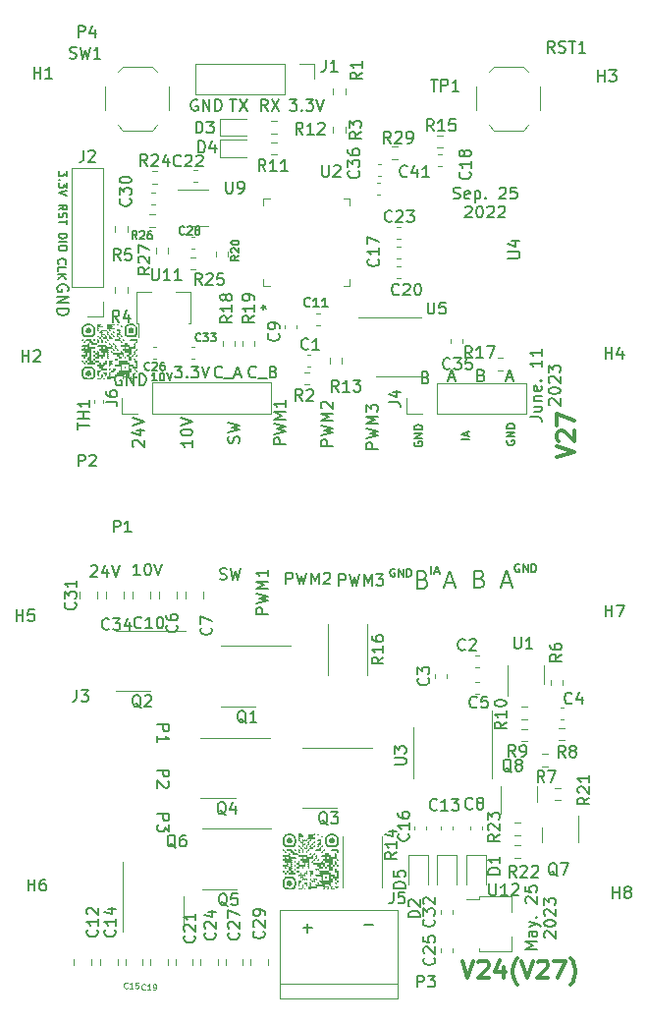
<source format=gbr>
%TF.GenerationSoftware,KiCad,Pcbnew,7.0.1*%
%TF.CreationDate,2023-06-12T22:17:34+07:00*%
%TF.ProjectId,servo_motor,73657276-6f5f-46d6-9f74-6f722e6b6963,rev?*%
%TF.SameCoordinates,Original*%
%TF.FileFunction,Legend,Top*%
%TF.FilePolarity,Positive*%
%FSLAX46Y46*%
G04 Gerber Fmt 4.6, Leading zero omitted, Abs format (unit mm)*
G04 Created by KiCad (PCBNEW 7.0.1) date 2023-06-12 22:17:34*
%MOMM*%
%LPD*%
G01*
G04 APERTURE LIST*
%ADD10C,0.150000*%
%ADD11C,0.200000*%
%ADD12C,0.300000*%
%ADD13C,0.125000*%
%ADD14C,0.120000*%
G04 APERTURE END LIST*
D10*
X125524833Y-62564333D02*
X125491500Y-62531000D01*
X125491500Y-62531000D02*
X125458166Y-62431000D01*
X125458166Y-62431000D02*
X125458166Y-62364333D01*
X125458166Y-62364333D02*
X125491500Y-62264333D01*
X125491500Y-62264333D02*
X125558166Y-62197667D01*
X125558166Y-62197667D02*
X125624833Y-62164333D01*
X125624833Y-62164333D02*
X125758166Y-62131000D01*
X125758166Y-62131000D02*
X125858166Y-62131000D01*
X125858166Y-62131000D02*
X125991500Y-62164333D01*
X125991500Y-62164333D02*
X126058166Y-62197667D01*
X126058166Y-62197667D02*
X126124833Y-62264333D01*
X126124833Y-62264333D02*
X126158166Y-62364333D01*
X126158166Y-62364333D02*
X126158166Y-62431000D01*
X126158166Y-62431000D02*
X126124833Y-62531000D01*
X126124833Y-62531000D02*
X126091500Y-62564333D01*
X125458166Y-63197667D02*
X125458166Y-62864333D01*
X125458166Y-62864333D02*
X126158166Y-62864333D01*
X125458166Y-63431000D02*
X126158166Y-63431000D01*
X125458166Y-63831000D02*
X125858166Y-63531000D01*
X126158166Y-63831000D02*
X125758166Y-63431000D01*
D11*
X143533637Y-92713129D02*
X142533637Y-92713129D01*
X142533637Y-92713129D02*
X142533637Y-92332177D01*
X142533637Y-92332177D02*
X142581256Y-92236939D01*
X142581256Y-92236939D02*
X142628875Y-92189320D01*
X142628875Y-92189320D02*
X142724113Y-92141701D01*
X142724113Y-92141701D02*
X142866970Y-92141701D01*
X142866970Y-92141701D02*
X142962208Y-92189320D01*
X142962208Y-92189320D02*
X143009827Y-92236939D01*
X143009827Y-92236939D02*
X143057446Y-92332177D01*
X143057446Y-92332177D02*
X143057446Y-92713129D01*
X142533637Y-91808367D02*
X143533637Y-91570272D01*
X143533637Y-91570272D02*
X142819351Y-91379796D01*
X142819351Y-91379796D02*
X143533637Y-91189320D01*
X143533637Y-91189320D02*
X142533637Y-90951225D01*
X143533637Y-90570272D02*
X142533637Y-90570272D01*
X142533637Y-90570272D02*
X143247922Y-90236939D01*
X143247922Y-90236939D02*
X142533637Y-89903606D01*
X142533637Y-89903606D02*
X143533637Y-89903606D01*
X143533637Y-88903606D02*
X143533637Y-89475034D01*
X143533637Y-89189320D02*
X142533637Y-89189320D01*
X142533637Y-89189320D02*
X142676494Y-89284558D01*
X142676494Y-89284558D02*
X142771732Y-89379796D01*
X142771732Y-89379796D02*
X142819351Y-89475034D01*
D10*
X137483113Y-48432416D02*
X137387875Y-48384797D01*
X137387875Y-48384797D02*
X137245018Y-48384797D01*
X137245018Y-48384797D02*
X137102161Y-48432416D01*
X137102161Y-48432416D02*
X137006923Y-48527654D01*
X137006923Y-48527654D02*
X136959304Y-48622892D01*
X136959304Y-48622892D02*
X136911685Y-48813368D01*
X136911685Y-48813368D02*
X136911685Y-48956225D01*
X136911685Y-48956225D02*
X136959304Y-49146701D01*
X136959304Y-49146701D02*
X137006923Y-49241939D01*
X137006923Y-49241939D02*
X137102161Y-49337178D01*
X137102161Y-49337178D02*
X137245018Y-49384797D01*
X137245018Y-49384797D02*
X137340256Y-49384797D01*
X137340256Y-49384797D02*
X137483113Y-49337178D01*
X137483113Y-49337178D02*
X137530732Y-49289558D01*
X137530732Y-49289558D02*
X137530732Y-48956225D01*
X137530732Y-48956225D02*
X137340256Y-48956225D01*
X137959304Y-49384797D02*
X137959304Y-48384797D01*
X137959304Y-48384797D02*
X138530732Y-49384797D01*
X138530732Y-49384797D02*
X138530732Y-48384797D01*
X139006923Y-49384797D02*
X139006923Y-48384797D01*
X139006923Y-48384797D02*
X139245018Y-48384797D01*
X139245018Y-48384797D02*
X139387875Y-48432416D01*
X139387875Y-48432416D02*
X139483113Y-48527654D01*
X139483113Y-48527654D02*
X139530732Y-48622892D01*
X139530732Y-48622892D02*
X139578351Y-48813368D01*
X139578351Y-48813368D02*
X139578351Y-48956225D01*
X139578351Y-48956225D02*
X139530732Y-49146701D01*
X139530732Y-49146701D02*
X139483113Y-49241939D01*
X139483113Y-49241939D02*
X139387875Y-49337178D01*
X139387875Y-49337178D02*
X139245018Y-49384797D01*
X139245018Y-49384797D02*
X139006923Y-49384797D01*
X133966666Y-72623833D02*
X133566666Y-72623833D01*
X133766666Y-72623833D02*
X133766666Y-71923833D01*
X133766666Y-71923833D02*
X133699999Y-72023833D01*
X133699999Y-72023833D02*
X133633333Y-72090500D01*
X133633333Y-72090500D02*
X133566666Y-72123833D01*
X134400000Y-71923833D02*
X134466666Y-71923833D01*
X134466666Y-71923833D02*
X134533333Y-71957166D01*
X134533333Y-71957166D02*
X134566666Y-71990500D01*
X134566666Y-71990500D02*
X134600000Y-72057166D01*
X134600000Y-72057166D02*
X134633333Y-72190500D01*
X134633333Y-72190500D02*
X134633333Y-72357166D01*
X134633333Y-72357166D02*
X134600000Y-72490500D01*
X134600000Y-72490500D02*
X134566666Y-72557166D01*
X134566666Y-72557166D02*
X134533333Y-72590500D01*
X134533333Y-72590500D02*
X134466666Y-72623833D01*
X134466666Y-72623833D02*
X134400000Y-72623833D01*
X134400000Y-72623833D02*
X134333333Y-72590500D01*
X134333333Y-72590500D02*
X134300000Y-72557166D01*
X134300000Y-72557166D02*
X134266666Y-72490500D01*
X134266666Y-72490500D02*
X134233333Y-72357166D01*
X134233333Y-72357166D02*
X134233333Y-72190500D01*
X134233333Y-72190500D02*
X134266666Y-72057166D01*
X134266666Y-72057166D02*
X134300000Y-71990500D01*
X134300000Y-71990500D02*
X134333333Y-71957166D01*
X134333333Y-71957166D02*
X134400000Y-71923833D01*
X134833333Y-71923833D02*
X135066667Y-72623833D01*
X135066667Y-72623833D02*
X135300000Y-71923833D01*
D11*
X153058637Y-78489129D02*
X152058637Y-78489129D01*
X152058637Y-78489129D02*
X152058637Y-78108177D01*
X152058637Y-78108177D02*
X152106256Y-78012939D01*
X152106256Y-78012939D02*
X152153875Y-77965320D01*
X152153875Y-77965320D02*
X152249113Y-77917701D01*
X152249113Y-77917701D02*
X152391970Y-77917701D01*
X152391970Y-77917701D02*
X152487208Y-77965320D01*
X152487208Y-77965320D02*
X152534827Y-78012939D01*
X152534827Y-78012939D02*
X152582446Y-78108177D01*
X152582446Y-78108177D02*
X152582446Y-78489129D01*
X152058637Y-77584367D02*
X153058637Y-77346272D01*
X153058637Y-77346272D02*
X152344351Y-77155796D01*
X152344351Y-77155796D02*
X153058637Y-76965320D01*
X153058637Y-76965320D02*
X152058637Y-76727225D01*
X153058637Y-76346272D02*
X152058637Y-76346272D01*
X152058637Y-76346272D02*
X152772922Y-76012939D01*
X152772922Y-76012939D02*
X152058637Y-75679606D01*
X152058637Y-75679606D02*
X153058637Y-75679606D01*
X152058637Y-75298653D02*
X152058637Y-74679606D01*
X152058637Y-74679606D02*
X152439589Y-75012939D01*
X152439589Y-75012939D02*
X152439589Y-74870082D01*
X152439589Y-74870082D02*
X152487208Y-74774844D01*
X152487208Y-74774844D02*
X152534827Y-74727225D01*
X152534827Y-74727225D02*
X152630065Y-74679606D01*
X152630065Y-74679606D02*
X152868160Y-74679606D01*
X152868160Y-74679606D02*
X152963398Y-74727225D01*
X152963398Y-74727225D02*
X153011018Y-74774844D01*
X153011018Y-74774844D02*
X153058637Y-74870082D01*
X153058637Y-74870082D02*
X153058637Y-75155796D01*
X153058637Y-75155796D02*
X153011018Y-75251034D01*
X153011018Y-75251034D02*
X152963398Y-75298653D01*
D10*
X134037380Y-109961905D02*
X135037380Y-109961905D01*
X135037380Y-109961905D02*
X135037380Y-110342857D01*
X135037380Y-110342857D02*
X134989761Y-110438095D01*
X134989761Y-110438095D02*
X134942142Y-110485714D01*
X134942142Y-110485714D02*
X134846904Y-110533333D01*
X134846904Y-110533333D02*
X134704047Y-110533333D01*
X134704047Y-110533333D02*
X134608809Y-110485714D01*
X134608809Y-110485714D02*
X134561190Y-110438095D01*
X134561190Y-110438095D02*
X134513571Y-110342857D01*
X134513571Y-110342857D02*
X134513571Y-109961905D01*
X135037380Y-110866667D02*
X135037380Y-111485714D01*
X135037380Y-111485714D02*
X134656428Y-111152381D01*
X134656428Y-111152381D02*
X134656428Y-111295238D01*
X134656428Y-111295238D02*
X134608809Y-111390476D01*
X134608809Y-111390476D02*
X134561190Y-111438095D01*
X134561190Y-111438095D02*
X134465952Y-111485714D01*
X134465952Y-111485714D02*
X134227857Y-111485714D01*
X134227857Y-111485714D02*
X134132619Y-111438095D01*
X134132619Y-111438095D02*
X134085000Y-111390476D01*
X134085000Y-111390476D02*
X134037380Y-111295238D01*
X134037380Y-111295238D02*
X134037380Y-111009524D01*
X134037380Y-111009524D02*
X134085000Y-110914286D01*
X134085000Y-110914286D02*
X134132619Y-110866667D01*
X134037380Y-106161905D02*
X135037380Y-106161905D01*
X135037380Y-106161905D02*
X135037380Y-106542857D01*
X135037380Y-106542857D02*
X134989761Y-106638095D01*
X134989761Y-106638095D02*
X134942142Y-106685714D01*
X134942142Y-106685714D02*
X134846904Y-106733333D01*
X134846904Y-106733333D02*
X134704047Y-106733333D01*
X134704047Y-106733333D02*
X134608809Y-106685714D01*
X134608809Y-106685714D02*
X134561190Y-106638095D01*
X134561190Y-106638095D02*
X134513571Y-106542857D01*
X134513571Y-106542857D02*
X134513571Y-106161905D01*
X134942142Y-107114286D02*
X134989761Y-107161905D01*
X134989761Y-107161905D02*
X135037380Y-107257143D01*
X135037380Y-107257143D02*
X135037380Y-107495238D01*
X135037380Y-107495238D02*
X134989761Y-107590476D01*
X134989761Y-107590476D02*
X134942142Y-107638095D01*
X134942142Y-107638095D02*
X134846904Y-107685714D01*
X134846904Y-107685714D02*
X134751666Y-107685714D01*
X134751666Y-107685714D02*
X134608809Y-107638095D01*
X134608809Y-107638095D02*
X134037380Y-107066667D01*
X134037380Y-107066667D02*
X134037380Y-107685714D01*
D11*
X159561905Y-56905000D02*
X159704762Y-56952619D01*
X159704762Y-56952619D02*
X159942857Y-56952619D01*
X159942857Y-56952619D02*
X160038095Y-56905000D01*
X160038095Y-56905000D02*
X160085714Y-56857380D01*
X160085714Y-56857380D02*
X160133333Y-56762142D01*
X160133333Y-56762142D02*
X160133333Y-56666904D01*
X160133333Y-56666904D02*
X160085714Y-56571666D01*
X160085714Y-56571666D02*
X160038095Y-56524047D01*
X160038095Y-56524047D02*
X159942857Y-56476428D01*
X159942857Y-56476428D02*
X159752381Y-56428809D01*
X159752381Y-56428809D02*
X159657143Y-56381190D01*
X159657143Y-56381190D02*
X159609524Y-56333571D01*
X159609524Y-56333571D02*
X159561905Y-56238333D01*
X159561905Y-56238333D02*
X159561905Y-56143095D01*
X159561905Y-56143095D02*
X159609524Y-56047857D01*
X159609524Y-56047857D02*
X159657143Y-56000238D01*
X159657143Y-56000238D02*
X159752381Y-55952619D01*
X159752381Y-55952619D02*
X159990476Y-55952619D01*
X159990476Y-55952619D02*
X160133333Y-56000238D01*
X160942857Y-56905000D02*
X160847619Y-56952619D01*
X160847619Y-56952619D02*
X160657143Y-56952619D01*
X160657143Y-56952619D02*
X160561905Y-56905000D01*
X160561905Y-56905000D02*
X160514286Y-56809761D01*
X160514286Y-56809761D02*
X160514286Y-56428809D01*
X160514286Y-56428809D02*
X160561905Y-56333571D01*
X160561905Y-56333571D02*
X160657143Y-56285952D01*
X160657143Y-56285952D02*
X160847619Y-56285952D01*
X160847619Y-56285952D02*
X160942857Y-56333571D01*
X160942857Y-56333571D02*
X160990476Y-56428809D01*
X160990476Y-56428809D02*
X160990476Y-56524047D01*
X160990476Y-56524047D02*
X160514286Y-56619285D01*
X161419048Y-56285952D02*
X161419048Y-57285952D01*
X161419048Y-56333571D02*
X161514286Y-56285952D01*
X161514286Y-56285952D02*
X161704762Y-56285952D01*
X161704762Y-56285952D02*
X161800000Y-56333571D01*
X161800000Y-56333571D02*
X161847619Y-56381190D01*
X161847619Y-56381190D02*
X161895238Y-56476428D01*
X161895238Y-56476428D02*
X161895238Y-56762142D01*
X161895238Y-56762142D02*
X161847619Y-56857380D01*
X161847619Y-56857380D02*
X161800000Y-56905000D01*
X161800000Y-56905000D02*
X161704762Y-56952619D01*
X161704762Y-56952619D02*
X161514286Y-56952619D01*
X161514286Y-56952619D02*
X161419048Y-56905000D01*
X162323810Y-56857380D02*
X162371429Y-56905000D01*
X162371429Y-56905000D02*
X162323810Y-56952619D01*
X162323810Y-56952619D02*
X162276191Y-56905000D01*
X162276191Y-56905000D02*
X162323810Y-56857380D01*
X162323810Y-56857380D02*
X162323810Y-56952619D01*
X163514286Y-56047857D02*
X163561905Y-56000238D01*
X163561905Y-56000238D02*
X163657143Y-55952619D01*
X163657143Y-55952619D02*
X163895238Y-55952619D01*
X163895238Y-55952619D02*
X163990476Y-56000238D01*
X163990476Y-56000238D02*
X164038095Y-56047857D01*
X164038095Y-56047857D02*
X164085714Y-56143095D01*
X164085714Y-56143095D02*
X164085714Y-56238333D01*
X164085714Y-56238333D02*
X164038095Y-56381190D01*
X164038095Y-56381190D02*
X163466667Y-56952619D01*
X163466667Y-56952619D02*
X164085714Y-56952619D01*
X164990476Y-55952619D02*
X164514286Y-55952619D01*
X164514286Y-55952619D02*
X164466667Y-56428809D01*
X164466667Y-56428809D02*
X164514286Y-56381190D01*
X164514286Y-56381190D02*
X164609524Y-56333571D01*
X164609524Y-56333571D02*
X164847619Y-56333571D01*
X164847619Y-56333571D02*
X164942857Y-56381190D01*
X164942857Y-56381190D02*
X164990476Y-56428809D01*
X164990476Y-56428809D02*
X165038095Y-56524047D01*
X165038095Y-56524047D02*
X165038095Y-56762142D01*
X165038095Y-56762142D02*
X164990476Y-56857380D01*
X164990476Y-56857380D02*
X164942857Y-56905000D01*
X164942857Y-56905000D02*
X164847619Y-56952619D01*
X164847619Y-56952619D02*
X164609524Y-56952619D01*
X164609524Y-56952619D02*
X164514286Y-56905000D01*
X164514286Y-56905000D02*
X164466667Y-56857380D01*
X160585714Y-57667857D02*
X160633333Y-57620238D01*
X160633333Y-57620238D02*
X160728571Y-57572619D01*
X160728571Y-57572619D02*
X160966666Y-57572619D01*
X160966666Y-57572619D02*
X161061904Y-57620238D01*
X161061904Y-57620238D02*
X161109523Y-57667857D01*
X161109523Y-57667857D02*
X161157142Y-57763095D01*
X161157142Y-57763095D02*
X161157142Y-57858333D01*
X161157142Y-57858333D02*
X161109523Y-58001190D01*
X161109523Y-58001190D02*
X160538095Y-58572619D01*
X160538095Y-58572619D02*
X161157142Y-58572619D01*
X161776190Y-57572619D02*
X161871428Y-57572619D01*
X161871428Y-57572619D02*
X161966666Y-57620238D01*
X161966666Y-57620238D02*
X162014285Y-57667857D01*
X162014285Y-57667857D02*
X162061904Y-57763095D01*
X162061904Y-57763095D02*
X162109523Y-57953571D01*
X162109523Y-57953571D02*
X162109523Y-58191666D01*
X162109523Y-58191666D02*
X162061904Y-58382142D01*
X162061904Y-58382142D02*
X162014285Y-58477380D01*
X162014285Y-58477380D02*
X161966666Y-58525000D01*
X161966666Y-58525000D02*
X161871428Y-58572619D01*
X161871428Y-58572619D02*
X161776190Y-58572619D01*
X161776190Y-58572619D02*
X161680952Y-58525000D01*
X161680952Y-58525000D02*
X161633333Y-58477380D01*
X161633333Y-58477380D02*
X161585714Y-58382142D01*
X161585714Y-58382142D02*
X161538095Y-58191666D01*
X161538095Y-58191666D02*
X161538095Y-57953571D01*
X161538095Y-57953571D02*
X161585714Y-57763095D01*
X161585714Y-57763095D02*
X161633333Y-57667857D01*
X161633333Y-57667857D02*
X161680952Y-57620238D01*
X161680952Y-57620238D02*
X161776190Y-57572619D01*
X162490476Y-57667857D02*
X162538095Y-57620238D01*
X162538095Y-57620238D02*
X162633333Y-57572619D01*
X162633333Y-57572619D02*
X162871428Y-57572619D01*
X162871428Y-57572619D02*
X162966666Y-57620238D01*
X162966666Y-57620238D02*
X163014285Y-57667857D01*
X163014285Y-57667857D02*
X163061904Y-57763095D01*
X163061904Y-57763095D02*
X163061904Y-57858333D01*
X163061904Y-57858333D02*
X163014285Y-58001190D01*
X163014285Y-58001190D02*
X162442857Y-58572619D01*
X162442857Y-58572619D02*
X163061904Y-58572619D01*
X163442857Y-57667857D02*
X163490476Y-57620238D01*
X163490476Y-57620238D02*
X163585714Y-57572619D01*
X163585714Y-57572619D02*
X163823809Y-57572619D01*
X163823809Y-57572619D02*
X163919047Y-57620238D01*
X163919047Y-57620238D02*
X163966666Y-57667857D01*
X163966666Y-57667857D02*
X164014285Y-57763095D01*
X164014285Y-57763095D02*
X164014285Y-57858333D01*
X164014285Y-57858333D02*
X163966666Y-58001190D01*
X163966666Y-58001190D02*
X163395238Y-58572619D01*
X163395238Y-58572619D02*
X164014285Y-58572619D01*
D10*
X157171428Y-72338809D02*
X157314285Y-72386428D01*
X157314285Y-72386428D02*
X157361904Y-72434047D01*
X157361904Y-72434047D02*
X157409523Y-72529285D01*
X157409523Y-72529285D02*
X157409523Y-72672142D01*
X157409523Y-72672142D02*
X157361904Y-72767380D01*
X157361904Y-72767380D02*
X157314285Y-72815000D01*
X157314285Y-72815000D02*
X157219047Y-72862619D01*
X157219047Y-72862619D02*
X156838095Y-72862619D01*
X156838095Y-72862619D02*
X156838095Y-71862619D01*
X156838095Y-71862619D02*
X157171428Y-71862619D01*
X157171428Y-71862619D02*
X157266666Y-71910238D01*
X157266666Y-71910238D02*
X157314285Y-71957857D01*
X157314285Y-71957857D02*
X157361904Y-72053095D01*
X157361904Y-72053095D02*
X157361904Y-72148333D01*
X157361904Y-72148333D02*
X157314285Y-72243571D01*
X157314285Y-72243571D02*
X157266666Y-72291190D01*
X157266666Y-72291190D02*
X157171428Y-72338809D01*
X157171428Y-72338809D02*
X156838095Y-72338809D01*
D11*
X145127066Y-90151797D02*
X145127066Y-89151797D01*
X145127066Y-89151797D02*
X145508018Y-89151797D01*
X145508018Y-89151797D02*
X145603256Y-89199416D01*
X145603256Y-89199416D02*
X145650875Y-89247035D01*
X145650875Y-89247035D02*
X145698494Y-89342273D01*
X145698494Y-89342273D02*
X145698494Y-89485130D01*
X145698494Y-89485130D02*
X145650875Y-89580368D01*
X145650875Y-89580368D02*
X145603256Y-89627987D01*
X145603256Y-89627987D02*
X145508018Y-89675606D01*
X145508018Y-89675606D02*
X145127066Y-89675606D01*
X146031828Y-89151797D02*
X146269923Y-90151797D01*
X146269923Y-90151797D02*
X146460399Y-89437511D01*
X146460399Y-89437511D02*
X146650875Y-90151797D01*
X146650875Y-90151797D02*
X146888971Y-89151797D01*
X147269923Y-90151797D02*
X147269923Y-89151797D01*
X147269923Y-89151797D02*
X147603256Y-89866082D01*
X147603256Y-89866082D02*
X147936589Y-89151797D01*
X147936589Y-89151797D02*
X147936589Y-90151797D01*
X148365161Y-89247035D02*
X148412780Y-89199416D01*
X148412780Y-89199416D02*
X148508018Y-89151797D01*
X148508018Y-89151797D02*
X148746113Y-89151797D01*
X148746113Y-89151797D02*
X148841351Y-89199416D01*
X148841351Y-89199416D02*
X148888970Y-89247035D01*
X148888970Y-89247035D02*
X148936589Y-89342273D01*
X148936589Y-89342273D02*
X148936589Y-89437511D01*
X148936589Y-89437511D02*
X148888970Y-89580368D01*
X148888970Y-89580368D02*
X148317542Y-90151797D01*
X148317542Y-90151797D02*
X148936589Y-90151797D01*
D10*
X134037380Y-102261905D02*
X135037380Y-102261905D01*
X135037380Y-102261905D02*
X135037380Y-102642857D01*
X135037380Y-102642857D02*
X134989761Y-102738095D01*
X134989761Y-102738095D02*
X134942142Y-102785714D01*
X134942142Y-102785714D02*
X134846904Y-102833333D01*
X134846904Y-102833333D02*
X134704047Y-102833333D01*
X134704047Y-102833333D02*
X134608809Y-102785714D01*
X134608809Y-102785714D02*
X134561190Y-102738095D01*
X134561190Y-102738095D02*
X134513571Y-102642857D01*
X134513571Y-102642857D02*
X134513571Y-102261905D01*
X134037380Y-103785714D02*
X134037380Y-103214286D01*
X134037380Y-103500000D02*
X135037380Y-103500000D01*
X135037380Y-103500000D02*
X134894523Y-103404762D01*
X134894523Y-103404762D02*
X134799285Y-103309524D01*
X134799285Y-103309524D02*
X134751666Y-103214286D01*
D11*
X149699066Y-90278797D02*
X149699066Y-89278797D01*
X149699066Y-89278797D02*
X150080018Y-89278797D01*
X150080018Y-89278797D02*
X150175256Y-89326416D01*
X150175256Y-89326416D02*
X150222875Y-89374035D01*
X150222875Y-89374035D02*
X150270494Y-89469273D01*
X150270494Y-89469273D02*
X150270494Y-89612130D01*
X150270494Y-89612130D02*
X150222875Y-89707368D01*
X150222875Y-89707368D02*
X150175256Y-89754987D01*
X150175256Y-89754987D02*
X150080018Y-89802606D01*
X150080018Y-89802606D02*
X149699066Y-89802606D01*
X150603828Y-89278797D02*
X150841923Y-90278797D01*
X150841923Y-90278797D02*
X151032399Y-89564511D01*
X151032399Y-89564511D02*
X151222875Y-90278797D01*
X151222875Y-90278797D02*
X151460971Y-89278797D01*
X151841923Y-90278797D02*
X151841923Y-89278797D01*
X151841923Y-89278797D02*
X152175256Y-89993082D01*
X152175256Y-89993082D02*
X152508589Y-89278797D01*
X152508589Y-89278797D02*
X152508589Y-90278797D01*
X152889542Y-89278797D02*
X153508589Y-89278797D01*
X153508589Y-89278797D02*
X153175256Y-89659749D01*
X153175256Y-89659749D02*
X153318113Y-89659749D01*
X153318113Y-89659749D02*
X153413351Y-89707368D01*
X153413351Y-89707368D02*
X153460970Y-89754987D01*
X153460970Y-89754987D02*
X153508589Y-89850225D01*
X153508589Y-89850225D02*
X153508589Y-90088320D01*
X153508589Y-90088320D02*
X153460970Y-90183558D01*
X153460970Y-90183558D02*
X153413351Y-90231178D01*
X153413351Y-90231178D02*
X153318113Y-90278797D01*
X153318113Y-90278797D02*
X153032399Y-90278797D01*
X153032399Y-90278797D02*
X152937161Y-90231178D01*
X152937161Y-90231178D02*
X152889542Y-90183558D01*
X163810875Y-90002535D02*
X164525161Y-90002535D01*
X163668018Y-90431106D02*
X164168018Y-88931106D01*
X164168018Y-88931106D02*
X164668018Y-90431106D01*
D10*
X125517166Y-57898666D02*
X125850500Y-57665333D01*
X125517166Y-57498666D02*
X126217166Y-57498666D01*
X126217166Y-57498666D02*
X126217166Y-57765333D01*
X126217166Y-57765333D02*
X126183833Y-57832000D01*
X126183833Y-57832000D02*
X126150500Y-57865333D01*
X126150500Y-57865333D02*
X126083833Y-57898666D01*
X126083833Y-57898666D02*
X125983833Y-57898666D01*
X125983833Y-57898666D02*
X125917166Y-57865333D01*
X125917166Y-57865333D02*
X125883833Y-57832000D01*
X125883833Y-57832000D02*
X125850500Y-57765333D01*
X125850500Y-57765333D02*
X125850500Y-57498666D01*
X125550500Y-58165333D02*
X125517166Y-58265333D01*
X125517166Y-58265333D02*
X125517166Y-58432000D01*
X125517166Y-58432000D02*
X125550500Y-58498666D01*
X125550500Y-58498666D02*
X125583833Y-58532000D01*
X125583833Y-58532000D02*
X125650500Y-58565333D01*
X125650500Y-58565333D02*
X125717166Y-58565333D01*
X125717166Y-58565333D02*
X125783833Y-58532000D01*
X125783833Y-58532000D02*
X125817166Y-58498666D01*
X125817166Y-58498666D02*
X125850500Y-58432000D01*
X125850500Y-58432000D02*
X125883833Y-58298666D01*
X125883833Y-58298666D02*
X125917166Y-58232000D01*
X125917166Y-58232000D02*
X125950500Y-58198666D01*
X125950500Y-58198666D02*
X126017166Y-58165333D01*
X126017166Y-58165333D02*
X126083833Y-58165333D01*
X126083833Y-58165333D02*
X126150500Y-58198666D01*
X126150500Y-58198666D02*
X126183833Y-58232000D01*
X126183833Y-58232000D02*
X126217166Y-58298666D01*
X126217166Y-58298666D02*
X126217166Y-58465333D01*
X126217166Y-58465333D02*
X126183833Y-58565333D01*
X126217166Y-58765333D02*
X126217166Y-59165333D01*
X125517166Y-58965333D02*
X126217166Y-58965333D01*
X156190184Y-77903510D02*
X156156851Y-77970177D01*
X156156851Y-77970177D02*
X156156851Y-78070177D01*
X156156851Y-78070177D02*
X156190184Y-78170177D01*
X156190184Y-78170177D02*
X156256851Y-78236844D01*
X156256851Y-78236844D02*
X156323518Y-78270177D01*
X156323518Y-78270177D02*
X156456851Y-78303510D01*
X156456851Y-78303510D02*
X156556851Y-78303510D01*
X156556851Y-78303510D02*
X156690184Y-78270177D01*
X156690184Y-78270177D02*
X156756851Y-78236844D01*
X156756851Y-78236844D02*
X156823518Y-78170177D01*
X156823518Y-78170177D02*
X156856851Y-78070177D01*
X156856851Y-78070177D02*
X156856851Y-78003510D01*
X156856851Y-78003510D02*
X156823518Y-77903510D01*
X156823518Y-77903510D02*
X156790184Y-77870177D01*
X156790184Y-77870177D02*
X156556851Y-77870177D01*
X156556851Y-77870177D02*
X156556851Y-78003510D01*
X156856851Y-77570177D02*
X156156851Y-77570177D01*
X156156851Y-77570177D02*
X156856851Y-77170177D01*
X156856851Y-77170177D02*
X156156851Y-77170177D01*
X156856851Y-76836844D02*
X156156851Y-76836844D01*
X156156851Y-76836844D02*
X156156851Y-76670177D01*
X156156851Y-76670177D02*
X156190184Y-76570177D01*
X156190184Y-76570177D02*
X156256851Y-76503511D01*
X156256851Y-76503511D02*
X156323518Y-76470177D01*
X156323518Y-76470177D02*
X156456851Y-76436844D01*
X156456851Y-76436844D02*
X156556851Y-76436844D01*
X156556851Y-76436844D02*
X156690184Y-76470177D01*
X156690184Y-76470177D02*
X156756851Y-76503511D01*
X156756851Y-76503511D02*
X156823518Y-76570177D01*
X156823518Y-76570177D02*
X156856851Y-76670177D01*
X156856851Y-76670177D02*
X156856851Y-76836844D01*
D11*
X145057637Y-78108129D02*
X144057637Y-78108129D01*
X144057637Y-78108129D02*
X144057637Y-77727177D01*
X144057637Y-77727177D02*
X144105256Y-77631939D01*
X144105256Y-77631939D02*
X144152875Y-77584320D01*
X144152875Y-77584320D02*
X144248113Y-77536701D01*
X144248113Y-77536701D02*
X144390970Y-77536701D01*
X144390970Y-77536701D02*
X144486208Y-77584320D01*
X144486208Y-77584320D02*
X144533827Y-77631939D01*
X144533827Y-77631939D02*
X144581446Y-77727177D01*
X144581446Y-77727177D02*
X144581446Y-78108129D01*
X144057637Y-77203367D02*
X145057637Y-76965272D01*
X145057637Y-76965272D02*
X144343351Y-76774796D01*
X144343351Y-76774796D02*
X145057637Y-76584320D01*
X145057637Y-76584320D02*
X144057637Y-76346225D01*
X145057637Y-75965272D02*
X144057637Y-75965272D01*
X144057637Y-75965272D02*
X144771922Y-75631939D01*
X144771922Y-75631939D02*
X144057637Y-75298606D01*
X144057637Y-75298606D02*
X145057637Y-75298606D01*
X145057637Y-74298606D02*
X145057637Y-74870034D01*
X145057637Y-74584320D02*
X144057637Y-74584320D01*
X144057637Y-74584320D02*
X144200494Y-74679558D01*
X144200494Y-74679558D02*
X144295732Y-74774796D01*
X144295732Y-74774796D02*
X144343351Y-74870034D01*
D10*
X145423810Y-48362619D02*
X146042857Y-48362619D01*
X146042857Y-48362619D02*
X145709524Y-48743571D01*
X145709524Y-48743571D02*
X145852381Y-48743571D01*
X145852381Y-48743571D02*
X145947619Y-48791190D01*
X145947619Y-48791190D02*
X145995238Y-48838809D01*
X145995238Y-48838809D02*
X146042857Y-48934047D01*
X146042857Y-48934047D02*
X146042857Y-49172142D01*
X146042857Y-49172142D02*
X145995238Y-49267380D01*
X145995238Y-49267380D02*
X145947619Y-49315000D01*
X145947619Y-49315000D02*
X145852381Y-49362619D01*
X145852381Y-49362619D02*
X145566667Y-49362619D01*
X145566667Y-49362619D02*
X145471429Y-49315000D01*
X145471429Y-49315000D02*
X145423810Y-49267380D01*
X146471429Y-49267380D02*
X146519048Y-49315000D01*
X146519048Y-49315000D02*
X146471429Y-49362619D01*
X146471429Y-49362619D02*
X146423810Y-49315000D01*
X146423810Y-49315000D02*
X146471429Y-49267380D01*
X146471429Y-49267380D02*
X146471429Y-49362619D01*
X146852381Y-48362619D02*
X147471428Y-48362619D01*
X147471428Y-48362619D02*
X147138095Y-48743571D01*
X147138095Y-48743571D02*
X147280952Y-48743571D01*
X147280952Y-48743571D02*
X147376190Y-48791190D01*
X147376190Y-48791190D02*
X147423809Y-48838809D01*
X147423809Y-48838809D02*
X147471428Y-48934047D01*
X147471428Y-48934047D02*
X147471428Y-49172142D01*
X147471428Y-49172142D02*
X147423809Y-49267380D01*
X147423809Y-49267380D02*
X147376190Y-49315000D01*
X147376190Y-49315000D02*
X147280952Y-49362619D01*
X147280952Y-49362619D02*
X146995238Y-49362619D01*
X146995238Y-49362619D02*
X146900000Y-49315000D01*
X146900000Y-49315000D02*
X146852381Y-49267380D01*
X147757143Y-48362619D02*
X148090476Y-49362619D01*
X148090476Y-49362619D02*
X148423809Y-48362619D01*
D11*
X141073018Y-77973320D02*
X141120637Y-77830463D01*
X141120637Y-77830463D02*
X141120637Y-77592368D01*
X141120637Y-77592368D02*
X141073018Y-77497130D01*
X141073018Y-77497130D02*
X141025398Y-77449511D01*
X141025398Y-77449511D02*
X140930160Y-77401892D01*
X140930160Y-77401892D02*
X140834922Y-77401892D01*
X140834922Y-77401892D02*
X140739684Y-77449511D01*
X140739684Y-77449511D02*
X140692065Y-77497130D01*
X140692065Y-77497130D02*
X140644446Y-77592368D01*
X140644446Y-77592368D02*
X140596827Y-77782844D01*
X140596827Y-77782844D02*
X140549208Y-77878082D01*
X140549208Y-77878082D02*
X140501589Y-77925701D01*
X140501589Y-77925701D02*
X140406351Y-77973320D01*
X140406351Y-77973320D02*
X140311113Y-77973320D01*
X140311113Y-77973320D02*
X140215875Y-77925701D01*
X140215875Y-77925701D02*
X140168256Y-77878082D01*
X140168256Y-77878082D02*
X140120637Y-77782844D01*
X140120637Y-77782844D02*
X140120637Y-77544749D01*
X140120637Y-77544749D02*
X140168256Y-77401892D01*
X140120637Y-77068558D02*
X141120637Y-76830463D01*
X141120637Y-76830463D02*
X140406351Y-76639987D01*
X140406351Y-76639987D02*
X141120637Y-76449511D01*
X141120637Y-76449511D02*
X140120637Y-76211416D01*
D10*
X165234685Y-88444344D02*
X165168018Y-88411011D01*
X165168018Y-88411011D02*
X165068018Y-88411011D01*
X165068018Y-88411011D02*
X164968018Y-88444344D01*
X164968018Y-88444344D02*
X164901352Y-88511011D01*
X164901352Y-88511011D02*
X164868018Y-88577678D01*
X164868018Y-88577678D02*
X164834685Y-88711011D01*
X164834685Y-88711011D02*
X164834685Y-88811011D01*
X164834685Y-88811011D02*
X164868018Y-88944344D01*
X164868018Y-88944344D02*
X164901352Y-89011011D01*
X164901352Y-89011011D02*
X164968018Y-89077678D01*
X164968018Y-89077678D02*
X165068018Y-89111011D01*
X165068018Y-89111011D02*
X165134685Y-89111011D01*
X165134685Y-89111011D02*
X165234685Y-89077678D01*
X165234685Y-89077678D02*
X165268018Y-89044344D01*
X165268018Y-89044344D02*
X165268018Y-88811011D01*
X165268018Y-88811011D02*
X165134685Y-88811011D01*
X165568018Y-89111011D02*
X165568018Y-88411011D01*
X165568018Y-88411011D02*
X165968018Y-89111011D01*
X165968018Y-89111011D02*
X165968018Y-88411011D01*
X166301351Y-89111011D02*
X166301351Y-88411011D01*
X166301351Y-88411011D02*
X166468018Y-88411011D01*
X166468018Y-88411011D02*
X166568018Y-88444344D01*
X166568018Y-88444344D02*
X166634685Y-88511011D01*
X166634685Y-88511011D02*
X166668018Y-88577678D01*
X166668018Y-88577678D02*
X166701351Y-88711011D01*
X166701351Y-88711011D02*
X166701351Y-88811011D01*
X166701351Y-88811011D02*
X166668018Y-88944344D01*
X166668018Y-88944344D02*
X166634685Y-89011011D01*
X166634685Y-89011011D02*
X166568018Y-89077678D01*
X166568018Y-89077678D02*
X166468018Y-89111011D01*
X166468018Y-89111011D02*
X166301351Y-89111011D01*
D11*
X158910875Y-90052535D02*
X159625161Y-90052535D01*
X158768018Y-90481106D02*
X159268018Y-88981106D01*
X159268018Y-88981106D02*
X159768018Y-90481106D01*
X139419875Y-89723178D02*
X139562732Y-89770797D01*
X139562732Y-89770797D02*
X139800827Y-89770797D01*
X139800827Y-89770797D02*
X139896065Y-89723178D01*
X139896065Y-89723178D02*
X139943684Y-89675558D01*
X139943684Y-89675558D02*
X139991303Y-89580320D01*
X139991303Y-89580320D02*
X139991303Y-89485082D01*
X139991303Y-89485082D02*
X139943684Y-89389844D01*
X139943684Y-89389844D02*
X139896065Y-89342225D01*
X139896065Y-89342225D02*
X139800827Y-89294606D01*
X139800827Y-89294606D02*
X139610351Y-89246987D01*
X139610351Y-89246987D02*
X139515113Y-89199368D01*
X139515113Y-89199368D02*
X139467494Y-89151749D01*
X139467494Y-89151749D02*
X139419875Y-89056511D01*
X139419875Y-89056511D02*
X139419875Y-88961273D01*
X139419875Y-88961273D02*
X139467494Y-88866035D01*
X139467494Y-88866035D02*
X139515113Y-88818416D01*
X139515113Y-88818416D02*
X139610351Y-88770797D01*
X139610351Y-88770797D02*
X139848446Y-88770797D01*
X139848446Y-88770797D02*
X139991303Y-88818416D01*
X140324637Y-88770797D02*
X140562732Y-89770797D01*
X140562732Y-89770797D02*
X140753208Y-89056511D01*
X140753208Y-89056511D02*
X140943684Y-89770797D01*
X140943684Y-89770797D02*
X141181780Y-88770797D01*
X131960875Y-78306653D02*
X131913256Y-78259034D01*
X131913256Y-78259034D02*
X131865637Y-78163796D01*
X131865637Y-78163796D02*
X131865637Y-77925701D01*
X131865637Y-77925701D02*
X131913256Y-77830463D01*
X131913256Y-77830463D02*
X131960875Y-77782844D01*
X131960875Y-77782844D02*
X132056113Y-77735225D01*
X132056113Y-77735225D02*
X132151351Y-77735225D01*
X132151351Y-77735225D02*
X132294208Y-77782844D01*
X132294208Y-77782844D02*
X132865637Y-78354272D01*
X132865637Y-78354272D02*
X132865637Y-77735225D01*
X132198970Y-76878082D02*
X132865637Y-76878082D01*
X131818018Y-77116177D02*
X132532303Y-77354272D01*
X132532303Y-77354272D02*
X132532303Y-76735225D01*
X131865637Y-76497129D02*
X132865637Y-76163796D01*
X132865637Y-76163796D02*
X131865637Y-75830463D01*
D12*
X168493928Y-79228570D02*
X169993928Y-78728570D01*
X169993928Y-78728570D02*
X168493928Y-78228570D01*
X168636785Y-77799999D02*
X168565357Y-77728571D01*
X168565357Y-77728571D02*
X168493928Y-77585714D01*
X168493928Y-77585714D02*
X168493928Y-77228571D01*
X168493928Y-77228571D02*
X168565357Y-77085714D01*
X168565357Y-77085714D02*
X168636785Y-77014285D01*
X168636785Y-77014285D02*
X168779642Y-76942856D01*
X168779642Y-76942856D02*
X168922500Y-76942856D01*
X168922500Y-76942856D02*
X169136785Y-77014285D01*
X169136785Y-77014285D02*
X169993928Y-77871428D01*
X169993928Y-77871428D02*
X169993928Y-76942856D01*
X168493928Y-76442857D02*
X168493928Y-75442857D01*
X168493928Y-75442857D02*
X169993928Y-76085714D01*
D11*
X132545970Y-89389797D02*
X131974542Y-89389797D01*
X132260256Y-89389797D02*
X132260256Y-88389797D01*
X132260256Y-88389797D02*
X132165018Y-88532654D01*
X132165018Y-88532654D02*
X132069780Y-88627892D01*
X132069780Y-88627892D02*
X131974542Y-88675511D01*
X133165018Y-88389797D02*
X133260256Y-88389797D01*
X133260256Y-88389797D02*
X133355494Y-88437416D01*
X133355494Y-88437416D02*
X133403113Y-88485035D01*
X133403113Y-88485035D02*
X133450732Y-88580273D01*
X133450732Y-88580273D02*
X133498351Y-88770749D01*
X133498351Y-88770749D02*
X133498351Y-89008844D01*
X133498351Y-89008844D02*
X133450732Y-89199320D01*
X133450732Y-89199320D02*
X133403113Y-89294558D01*
X133403113Y-89294558D02*
X133355494Y-89342178D01*
X133355494Y-89342178D02*
X133260256Y-89389797D01*
X133260256Y-89389797D02*
X133165018Y-89389797D01*
X133165018Y-89389797D02*
X133069780Y-89342178D01*
X133069780Y-89342178D02*
X133022161Y-89294558D01*
X133022161Y-89294558D02*
X132974542Y-89199320D01*
X132974542Y-89199320D02*
X132926923Y-89008844D01*
X132926923Y-89008844D02*
X132926923Y-88770749D01*
X132926923Y-88770749D02*
X132974542Y-88580273D01*
X132974542Y-88580273D02*
X133022161Y-88485035D01*
X133022161Y-88485035D02*
X133069780Y-88437416D01*
X133069780Y-88437416D02*
X133165018Y-88389797D01*
X133784066Y-88389797D02*
X134117399Y-89389797D01*
X134117399Y-89389797D02*
X134450732Y-88389797D01*
D10*
X126330761Y-64886095D02*
X126378380Y-64790857D01*
X126378380Y-64790857D02*
X126378380Y-64648000D01*
X126378380Y-64648000D02*
X126330761Y-64505143D01*
X126330761Y-64505143D02*
X126235523Y-64409905D01*
X126235523Y-64409905D02*
X126140285Y-64362286D01*
X126140285Y-64362286D02*
X125949809Y-64314667D01*
X125949809Y-64314667D02*
X125806952Y-64314667D01*
X125806952Y-64314667D02*
X125616476Y-64362286D01*
X125616476Y-64362286D02*
X125521238Y-64409905D01*
X125521238Y-64409905D02*
X125426000Y-64505143D01*
X125426000Y-64505143D02*
X125378380Y-64648000D01*
X125378380Y-64648000D02*
X125378380Y-64743238D01*
X125378380Y-64743238D02*
X125426000Y-64886095D01*
X125426000Y-64886095D02*
X125473619Y-64933714D01*
X125473619Y-64933714D02*
X125806952Y-64933714D01*
X125806952Y-64933714D02*
X125806952Y-64743238D01*
X125378380Y-65362286D02*
X126378380Y-65362286D01*
X126378380Y-65362286D02*
X125378380Y-65933714D01*
X125378380Y-65933714D02*
X126378380Y-65933714D01*
X125378380Y-66409905D02*
X126378380Y-66409905D01*
X126378380Y-66409905D02*
X126378380Y-66648000D01*
X126378380Y-66648000D02*
X126330761Y-66790857D01*
X126330761Y-66790857D02*
X126235523Y-66886095D01*
X126235523Y-66886095D02*
X126140285Y-66933714D01*
X126140285Y-66933714D02*
X125949809Y-66981333D01*
X125949809Y-66981333D02*
X125806952Y-66981333D01*
X125806952Y-66981333D02*
X125616476Y-66933714D01*
X125616476Y-66933714D02*
X125521238Y-66886095D01*
X125521238Y-66886095D02*
X125426000Y-66790857D01*
X125426000Y-66790857D02*
X125378380Y-66648000D01*
X125378380Y-66648000D02*
X125378380Y-66409905D01*
X126217166Y-54581667D02*
X126217166Y-55015000D01*
X126217166Y-55015000D02*
X125950500Y-54781667D01*
X125950500Y-54781667D02*
X125950500Y-54881667D01*
X125950500Y-54881667D02*
X125917166Y-54948333D01*
X125917166Y-54948333D02*
X125883833Y-54981667D01*
X125883833Y-54981667D02*
X125817166Y-55015000D01*
X125817166Y-55015000D02*
X125650500Y-55015000D01*
X125650500Y-55015000D02*
X125583833Y-54981667D01*
X125583833Y-54981667D02*
X125550500Y-54948333D01*
X125550500Y-54948333D02*
X125517166Y-54881667D01*
X125517166Y-54881667D02*
X125517166Y-54681667D01*
X125517166Y-54681667D02*
X125550500Y-54615000D01*
X125550500Y-54615000D02*
X125583833Y-54581667D01*
X125583833Y-55315000D02*
X125550500Y-55348334D01*
X125550500Y-55348334D02*
X125517166Y-55315000D01*
X125517166Y-55315000D02*
X125550500Y-55281667D01*
X125550500Y-55281667D02*
X125583833Y-55315000D01*
X125583833Y-55315000D02*
X125517166Y-55315000D01*
X126217166Y-55581667D02*
X126217166Y-56015000D01*
X126217166Y-56015000D02*
X125950500Y-55781667D01*
X125950500Y-55781667D02*
X125950500Y-55881667D01*
X125950500Y-55881667D02*
X125917166Y-55948333D01*
X125917166Y-55948333D02*
X125883833Y-55981667D01*
X125883833Y-55981667D02*
X125817166Y-56015000D01*
X125817166Y-56015000D02*
X125650500Y-56015000D01*
X125650500Y-56015000D02*
X125583833Y-55981667D01*
X125583833Y-55981667D02*
X125550500Y-55948333D01*
X125550500Y-55948333D02*
X125517166Y-55881667D01*
X125517166Y-55881667D02*
X125517166Y-55681667D01*
X125517166Y-55681667D02*
X125550500Y-55615000D01*
X125550500Y-55615000D02*
X125583833Y-55581667D01*
X126217166Y-56215000D02*
X125517166Y-56448334D01*
X125517166Y-56448334D02*
X126217166Y-56681667D01*
X142528571Y-72267380D02*
X142480952Y-72315000D01*
X142480952Y-72315000D02*
X142338095Y-72362619D01*
X142338095Y-72362619D02*
X142242857Y-72362619D01*
X142242857Y-72362619D02*
X142100000Y-72315000D01*
X142100000Y-72315000D02*
X142004762Y-72219761D01*
X142004762Y-72219761D02*
X141957143Y-72124523D01*
X141957143Y-72124523D02*
X141909524Y-71934047D01*
X141909524Y-71934047D02*
X141909524Y-71791190D01*
X141909524Y-71791190D02*
X141957143Y-71600714D01*
X141957143Y-71600714D02*
X142004762Y-71505476D01*
X142004762Y-71505476D02*
X142100000Y-71410238D01*
X142100000Y-71410238D02*
X142242857Y-71362619D01*
X142242857Y-71362619D02*
X142338095Y-71362619D01*
X142338095Y-71362619D02*
X142480952Y-71410238D01*
X142480952Y-71410238D02*
X142528571Y-71457857D01*
X142719048Y-72457857D02*
X143480952Y-72457857D01*
X144052381Y-71838809D02*
X144195238Y-71886428D01*
X144195238Y-71886428D02*
X144242857Y-71934047D01*
X144242857Y-71934047D02*
X144290476Y-72029285D01*
X144290476Y-72029285D02*
X144290476Y-72172142D01*
X144290476Y-72172142D02*
X144242857Y-72267380D01*
X144242857Y-72267380D02*
X144195238Y-72315000D01*
X144195238Y-72315000D02*
X144100000Y-72362619D01*
X144100000Y-72362619D02*
X143719048Y-72362619D01*
X143719048Y-72362619D02*
X143719048Y-71362619D01*
X143719048Y-71362619D02*
X144052381Y-71362619D01*
X144052381Y-71362619D02*
X144147619Y-71410238D01*
X144147619Y-71410238D02*
X144195238Y-71457857D01*
X144195238Y-71457857D02*
X144242857Y-71553095D01*
X144242857Y-71553095D02*
X144242857Y-71648333D01*
X144242857Y-71648333D02*
X144195238Y-71743571D01*
X144195238Y-71743571D02*
X144147619Y-71791190D01*
X144147619Y-71791190D02*
X144052381Y-71838809D01*
X144052381Y-71838809D02*
X143719048Y-71838809D01*
D11*
X166152619Y-75761904D02*
X166866904Y-75761904D01*
X166866904Y-75761904D02*
X167009761Y-75809523D01*
X167009761Y-75809523D02*
X167105000Y-75904761D01*
X167105000Y-75904761D02*
X167152619Y-76047618D01*
X167152619Y-76047618D02*
X167152619Y-76142856D01*
X166485952Y-74857142D02*
X167152619Y-74857142D01*
X166485952Y-75285713D02*
X167009761Y-75285713D01*
X167009761Y-75285713D02*
X167105000Y-75238094D01*
X167105000Y-75238094D02*
X167152619Y-75142856D01*
X167152619Y-75142856D02*
X167152619Y-74999999D01*
X167152619Y-74999999D02*
X167105000Y-74904761D01*
X167105000Y-74904761D02*
X167057380Y-74857142D01*
X166485952Y-74380951D02*
X167152619Y-74380951D01*
X166581190Y-74380951D02*
X166533571Y-74333332D01*
X166533571Y-74333332D02*
X166485952Y-74238094D01*
X166485952Y-74238094D02*
X166485952Y-74095237D01*
X166485952Y-74095237D02*
X166533571Y-73999999D01*
X166533571Y-73999999D02*
X166628809Y-73952380D01*
X166628809Y-73952380D02*
X167152619Y-73952380D01*
X167105000Y-73095237D02*
X167152619Y-73190475D01*
X167152619Y-73190475D02*
X167152619Y-73380951D01*
X167152619Y-73380951D02*
X167105000Y-73476189D01*
X167105000Y-73476189D02*
X167009761Y-73523808D01*
X167009761Y-73523808D02*
X166628809Y-73523808D01*
X166628809Y-73523808D02*
X166533571Y-73476189D01*
X166533571Y-73476189D02*
X166485952Y-73380951D01*
X166485952Y-73380951D02*
X166485952Y-73190475D01*
X166485952Y-73190475D02*
X166533571Y-73095237D01*
X166533571Y-73095237D02*
X166628809Y-73047618D01*
X166628809Y-73047618D02*
X166724047Y-73047618D01*
X166724047Y-73047618D02*
X166819285Y-73523808D01*
X167057380Y-72619046D02*
X167105000Y-72571427D01*
X167105000Y-72571427D02*
X167152619Y-72619046D01*
X167152619Y-72619046D02*
X167105000Y-72666665D01*
X167105000Y-72666665D02*
X167057380Y-72619046D01*
X167057380Y-72619046D02*
X167152619Y-72619046D01*
X167152619Y-70857142D02*
X167152619Y-71428570D01*
X167152619Y-71142856D02*
X166152619Y-71142856D01*
X166152619Y-71142856D02*
X166295476Y-71238094D01*
X166295476Y-71238094D02*
X166390714Y-71333332D01*
X166390714Y-71333332D02*
X166438333Y-71428570D01*
X167152619Y-69904761D02*
X167152619Y-70476189D01*
X167152619Y-70190475D02*
X166152619Y-70190475D01*
X166152619Y-70190475D02*
X166295476Y-70285713D01*
X166295476Y-70285713D02*
X166390714Y-70380951D01*
X166390714Y-70380951D02*
X166438333Y-70476189D01*
X167867857Y-74714285D02*
X167820238Y-74666666D01*
X167820238Y-74666666D02*
X167772619Y-74571428D01*
X167772619Y-74571428D02*
X167772619Y-74333333D01*
X167772619Y-74333333D02*
X167820238Y-74238095D01*
X167820238Y-74238095D02*
X167867857Y-74190476D01*
X167867857Y-74190476D02*
X167963095Y-74142857D01*
X167963095Y-74142857D02*
X168058333Y-74142857D01*
X168058333Y-74142857D02*
X168201190Y-74190476D01*
X168201190Y-74190476D02*
X168772619Y-74761904D01*
X168772619Y-74761904D02*
X168772619Y-74142857D01*
X167772619Y-73523809D02*
X167772619Y-73428571D01*
X167772619Y-73428571D02*
X167820238Y-73333333D01*
X167820238Y-73333333D02*
X167867857Y-73285714D01*
X167867857Y-73285714D02*
X167963095Y-73238095D01*
X167963095Y-73238095D02*
X168153571Y-73190476D01*
X168153571Y-73190476D02*
X168391666Y-73190476D01*
X168391666Y-73190476D02*
X168582142Y-73238095D01*
X168582142Y-73238095D02*
X168677380Y-73285714D01*
X168677380Y-73285714D02*
X168725000Y-73333333D01*
X168725000Y-73333333D02*
X168772619Y-73428571D01*
X168772619Y-73428571D02*
X168772619Y-73523809D01*
X168772619Y-73523809D02*
X168725000Y-73619047D01*
X168725000Y-73619047D02*
X168677380Y-73666666D01*
X168677380Y-73666666D02*
X168582142Y-73714285D01*
X168582142Y-73714285D02*
X168391666Y-73761904D01*
X168391666Y-73761904D02*
X168153571Y-73761904D01*
X168153571Y-73761904D02*
X167963095Y-73714285D01*
X167963095Y-73714285D02*
X167867857Y-73666666D01*
X167867857Y-73666666D02*
X167820238Y-73619047D01*
X167820238Y-73619047D02*
X167772619Y-73523809D01*
X167867857Y-72809523D02*
X167820238Y-72761904D01*
X167820238Y-72761904D02*
X167772619Y-72666666D01*
X167772619Y-72666666D02*
X167772619Y-72428571D01*
X167772619Y-72428571D02*
X167820238Y-72333333D01*
X167820238Y-72333333D02*
X167867857Y-72285714D01*
X167867857Y-72285714D02*
X167963095Y-72238095D01*
X167963095Y-72238095D02*
X168058333Y-72238095D01*
X168058333Y-72238095D02*
X168201190Y-72285714D01*
X168201190Y-72285714D02*
X168772619Y-72857142D01*
X168772619Y-72857142D02*
X168772619Y-72238095D01*
X167772619Y-71904761D02*
X167772619Y-71285714D01*
X167772619Y-71285714D02*
X168153571Y-71619047D01*
X168153571Y-71619047D02*
X168153571Y-71476190D01*
X168153571Y-71476190D02*
X168201190Y-71380952D01*
X168201190Y-71380952D02*
X168248809Y-71333333D01*
X168248809Y-71333333D02*
X168344047Y-71285714D01*
X168344047Y-71285714D02*
X168582142Y-71285714D01*
X168582142Y-71285714D02*
X168677380Y-71333333D01*
X168677380Y-71333333D02*
X168725000Y-71380952D01*
X168725000Y-71380952D02*
X168772619Y-71476190D01*
X168772619Y-71476190D02*
X168772619Y-71761904D01*
X168772619Y-71761904D02*
X168725000Y-71857142D01*
X168725000Y-71857142D02*
X168677380Y-71904761D01*
D10*
X157668018Y-89261011D02*
X157668018Y-88561011D01*
X157968018Y-89061011D02*
X158301351Y-89061011D01*
X157901351Y-89261011D02*
X158134685Y-88561011D01*
X158134685Y-88561011D02*
X158368018Y-89261011D01*
X143539351Y-49384797D02*
X143206018Y-48908606D01*
X142967923Y-49384797D02*
X142967923Y-48384797D01*
X142967923Y-48384797D02*
X143348875Y-48384797D01*
X143348875Y-48384797D02*
X143444113Y-48432416D01*
X143444113Y-48432416D02*
X143491732Y-48480035D01*
X143491732Y-48480035D02*
X143539351Y-48575273D01*
X143539351Y-48575273D02*
X143539351Y-48718130D01*
X143539351Y-48718130D02*
X143491732Y-48813368D01*
X143491732Y-48813368D02*
X143444113Y-48860987D01*
X143444113Y-48860987D02*
X143348875Y-48908606D01*
X143348875Y-48908606D02*
X142967923Y-48908606D01*
X143872685Y-48384797D02*
X144539351Y-49384797D01*
X144539351Y-48384797D02*
X143872685Y-49384797D01*
X164161905Y-72376904D02*
X164638095Y-72376904D01*
X164066667Y-72662619D02*
X164400000Y-71662619D01*
X164400000Y-71662619D02*
X164733333Y-72662619D01*
X146619048Y-119781666D02*
X147380953Y-119781666D01*
X147000000Y-120162619D02*
X147000000Y-119400714D01*
D11*
X128291542Y-88612035D02*
X128339161Y-88564416D01*
X128339161Y-88564416D02*
X128434399Y-88516797D01*
X128434399Y-88516797D02*
X128672494Y-88516797D01*
X128672494Y-88516797D02*
X128767732Y-88564416D01*
X128767732Y-88564416D02*
X128815351Y-88612035D01*
X128815351Y-88612035D02*
X128862970Y-88707273D01*
X128862970Y-88707273D02*
X128862970Y-88802511D01*
X128862970Y-88802511D02*
X128815351Y-88945368D01*
X128815351Y-88945368D02*
X128243923Y-89516797D01*
X128243923Y-89516797D02*
X128862970Y-89516797D01*
X129720113Y-88850130D02*
X129720113Y-89516797D01*
X129482018Y-88469178D02*
X129243923Y-89183463D01*
X129243923Y-89183463D02*
X129862970Y-89183463D01*
X130101066Y-88516797D02*
X130434399Y-89516797D01*
X130434399Y-89516797D02*
X130767732Y-88516797D01*
D10*
X151834066Y-119488844D02*
X152595971Y-119488844D01*
X139599999Y-72267380D02*
X139552380Y-72315000D01*
X139552380Y-72315000D02*
X139409523Y-72362619D01*
X139409523Y-72362619D02*
X139314285Y-72362619D01*
X139314285Y-72362619D02*
X139171428Y-72315000D01*
X139171428Y-72315000D02*
X139076190Y-72219761D01*
X139076190Y-72219761D02*
X139028571Y-72124523D01*
X139028571Y-72124523D02*
X138980952Y-71934047D01*
X138980952Y-71934047D02*
X138980952Y-71791190D01*
X138980952Y-71791190D02*
X139028571Y-71600714D01*
X139028571Y-71600714D02*
X139076190Y-71505476D01*
X139076190Y-71505476D02*
X139171428Y-71410238D01*
X139171428Y-71410238D02*
X139314285Y-71362619D01*
X139314285Y-71362619D02*
X139409523Y-71362619D01*
X139409523Y-71362619D02*
X139552380Y-71410238D01*
X139552380Y-71410238D02*
X139599999Y-71457857D01*
X139790476Y-72457857D02*
X140552380Y-72457857D01*
X140742857Y-72076904D02*
X141219047Y-72076904D01*
X140647619Y-72362619D02*
X140980952Y-71362619D01*
X140980952Y-71362619D02*
X141314285Y-72362619D01*
D12*
X160300001Y-122593928D02*
X160800001Y-124093928D01*
X160800001Y-124093928D02*
X161300001Y-122593928D01*
X161728572Y-122736785D02*
X161800000Y-122665357D01*
X161800000Y-122665357D02*
X161942858Y-122593928D01*
X161942858Y-122593928D02*
X162300000Y-122593928D01*
X162300000Y-122593928D02*
X162442858Y-122665357D01*
X162442858Y-122665357D02*
X162514286Y-122736785D01*
X162514286Y-122736785D02*
X162585715Y-122879642D01*
X162585715Y-122879642D02*
X162585715Y-123022500D01*
X162585715Y-123022500D02*
X162514286Y-123236785D01*
X162514286Y-123236785D02*
X161657143Y-124093928D01*
X161657143Y-124093928D02*
X162585715Y-124093928D01*
X163871429Y-123093928D02*
X163871429Y-124093928D01*
X163514286Y-122522500D02*
X163157143Y-123593928D01*
X163157143Y-123593928D02*
X164085714Y-123593928D01*
X165085714Y-124665357D02*
X165014285Y-124593928D01*
X165014285Y-124593928D02*
X164871428Y-124379642D01*
X164871428Y-124379642D02*
X164800000Y-124236785D01*
X164800000Y-124236785D02*
X164728571Y-124022500D01*
X164728571Y-124022500D02*
X164657142Y-123665357D01*
X164657142Y-123665357D02*
X164657142Y-123379642D01*
X164657142Y-123379642D02*
X164728571Y-123022500D01*
X164728571Y-123022500D02*
X164800000Y-122808214D01*
X164800000Y-122808214D02*
X164871428Y-122665357D01*
X164871428Y-122665357D02*
X165014285Y-122451071D01*
X165014285Y-122451071D02*
X165085714Y-122379642D01*
X165442857Y-122593928D02*
X165942857Y-124093928D01*
X165942857Y-124093928D02*
X166442857Y-122593928D01*
X166871428Y-122736785D02*
X166942856Y-122665357D01*
X166942856Y-122665357D02*
X167085714Y-122593928D01*
X167085714Y-122593928D02*
X167442856Y-122593928D01*
X167442856Y-122593928D02*
X167585714Y-122665357D01*
X167585714Y-122665357D02*
X167657142Y-122736785D01*
X167657142Y-122736785D02*
X167728571Y-122879642D01*
X167728571Y-122879642D02*
X167728571Y-123022500D01*
X167728571Y-123022500D02*
X167657142Y-123236785D01*
X167657142Y-123236785D02*
X166799999Y-124093928D01*
X166799999Y-124093928D02*
X167728571Y-124093928D01*
X168228570Y-122593928D02*
X169228570Y-122593928D01*
X169228570Y-122593928D02*
X168585713Y-124093928D01*
X169657141Y-124665357D02*
X169728570Y-124593928D01*
X169728570Y-124593928D02*
X169871427Y-124379642D01*
X169871427Y-124379642D02*
X169942856Y-124236785D01*
X169942856Y-124236785D02*
X170014284Y-124022500D01*
X170014284Y-124022500D02*
X170085713Y-123665357D01*
X170085713Y-123665357D02*
X170085713Y-123379642D01*
X170085713Y-123379642D02*
X170014284Y-123022500D01*
X170014284Y-123022500D02*
X169942856Y-122808214D01*
X169942856Y-122808214D02*
X169871427Y-122665357D01*
X169871427Y-122665357D02*
X169728570Y-122451071D01*
X169728570Y-122451071D02*
X169657141Y-122379642D01*
D10*
X154484685Y-88844344D02*
X154418018Y-88811011D01*
X154418018Y-88811011D02*
X154318018Y-88811011D01*
X154318018Y-88811011D02*
X154218018Y-88844344D01*
X154218018Y-88844344D02*
X154151352Y-88911011D01*
X154151352Y-88911011D02*
X154118018Y-88977678D01*
X154118018Y-88977678D02*
X154084685Y-89111011D01*
X154084685Y-89111011D02*
X154084685Y-89211011D01*
X154084685Y-89211011D02*
X154118018Y-89344344D01*
X154118018Y-89344344D02*
X154151352Y-89411011D01*
X154151352Y-89411011D02*
X154218018Y-89477678D01*
X154218018Y-89477678D02*
X154318018Y-89511011D01*
X154318018Y-89511011D02*
X154384685Y-89511011D01*
X154384685Y-89511011D02*
X154484685Y-89477678D01*
X154484685Y-89477678D02*
X154518018Y-89444344D01*
X154518018Y-89444344D02*
X154518018Y-89211011D01*
X154518018Y-89211011D02*
X154384685Y-89211011D01*
X154818018Y-89511011D02*
X154818018Y-88811011D01*
X154818018Y-88811011D02*
X155218018Y-89511011D01*
X155218018Y-89511011D02*
X155218018Y-88811011D01*
X155551351Y-89511011D02*
X155551351Y-88811011D01*
X155551351Y-88811011D02*
X155718018Y-88811011D01*
X155718018Y-88811011D02*
X155818018Y-88844344D01*
X155818018Y-88844344D02*
X155884685Y-88911011D01*
X155884685Y-88911011D02*
X155918018Y-88977678D01*
X155918018Y-88977678D02*
X155951351Y-89111011D01*
X155951351Y-89111011D02*
X155951351Y-89211011D01*
X155951351Y-89211011D02*
X155918018Y-89344344D01*
X155918018Y-89344344D02*
X155884685Y-89411011D01*
X155884685Y-89411011D02*
X155818018Y-89477678D01*
X155818018Y-89477678D02*
X155718018Y-89511011D01*
X155718018Y-89511011D02*
X155551351Y-89511011D01*
D11*
X166752619Y-121638094D02*
X165752619Y-121638094D01*
X165752619Y-121638094D02*
X166466904Y-121304761D01*
X166466904Y-121304761D02*
X165752619Y-120971428D01*
X165752619Y-120971428D02*
X166752619Y-120971428D01*
X166752619Y-120066666D02*
X166228809Y-120066666D01*
X166228809Y-120066666D02*
X166133571Y-120114285D01*
X166133571Y-120114285D02*
X166085952Y-120209523D01*
X166085952Y-120209523D02*
X166085952Y-120399999D01*
X166085952Y-120399999D02*
X166133571Y-120495237D01*
X166705000Y-120066666D02*
X166752619Y-120161904D01*
X166752619Y-120161904D02*
X166752619Y-120399999D01*
X166752619Y-120399999D02*
X166705000Y-120495237D01*
X166705000Y-120495237D02*
X166609761Y-120542856D01*
X166609761Y-120542856D02*
X166514523Y-120542856D01*
X166514523Y-120542856D02*
X166419285Y-120495237D01*
X166419285Y-120495237D02*
X166371666Y-120399999D01*
X166371666Y-120399999D02*
X166371666Y-120161904D01*
X166371666Y-120161904D02*
X166324047Y-120066666D01*
X166085952Y-119685713D02*
X166752619Y-119447618D01*
X166085952Y-119209523D02*
X166752619Y-119447618D01*
X166752619Y-119447618D02*
X166990714Y-119542856D01*
X166990714Y-119542856D02*
X167038333Y-119590475D01*
X167038333Y-119590475D02*
X167085952Y-119685713D01*
X166657380Y-118828570D02*
X166705000Y-118780951D01*
X166705000Y-118780951D02*
X166752619Y-118828570D01*
X166752619Y-118828570D02*
X166705000Y-118876189D01*
X166705000Y-118876189D02*
X166657380Y-118828570D01*
X166657380Y-118828570D02*
X166752619Y-118828570D01*
X165847857Y-117638094D02*
X165800238Y-117590475D01*
X165800238Y-117590475D02*
X165752619Y-117495237D01*
X165752619Y-117495237D02*
X165752619Y-117257142D01*
X165752619Y-117257142D02*
X165800238Y-117161904D01*
X165800238Y-117161904D02*
X165847857Y-117114285D01*
X165847857Y-117114285D02*
X165943095Y-117066666D01*
X165943095Y-117066666D02*
X166038333Y-117066666D01*
X166038333Y-117066666D02*
X166181190Y-117114285D01*
X166181190Y-117114285D02*
X166752619Y-117685713D01*
X166752619Y-117685713D02*
X166752619Y-117066666D01*
X165752619Y-116161904D02*
X165752619Y-116638094D01*
X165752619Y-116638094D02*
X166228809Y-116685713D01*
X166228809Y-116685713D02*
X166181190Y-116638094D01*
X166181190Y-116638094D02*
X166133571Y-116542856D01*
X166133571Y-116542856D02*
X166133571Y-116304761D01*
X166133571Y-116304761D02*
X166181190Y-116209523D01*
X166181190Y-116209523D02*
X166228809Y-116161904D01*
X166228809Y-116161904D02*
X166324047Y-116114285D01*
X166324047Y-116114285D02*
X166562142Y-116114285D01*
X166562142Y-116114285D02*
X166657380Y-116161904D01*
X166657380Y-116161904D02*
X166705000Y-116209523D01*
X166705000Y-116209523D02*
X166752619Y-116304761D01*
X166752619Y-116304761D02*
X166752619Y-116542856D01*
X166752619Y-116542856D02*
X166705000Y-116638094D01*
X166705000Y-116638094D02*
X166657380Y-116685713D01*
X167467857Y-120614285D02*
X167420238Y-120566666D01*
X167420238Y-120566666D02*
X167372619Y-120471428D01*
X167372619Y-120471428D02*
X167372619Y-120233333D01*
X167372619Y-120233333D02*
X167420238Y-120138095D01*
X167420238Y-120138095D02*
X167467857Y-120090476D01*
X167467857Y-120090476D02*
X167563095Y-120042857D01*
X167563095Y-120042857D02*
X167658333Y-120042857D01*
X167658333Y-120042857D02*
X167801190Y-120090476D01*
X167801190Y-120090476D02*
X168372619Y-120661904D01*
X168372619Y-120661904D02*
X168372619Y-120042857D01*
X167372619Y-119423809D02*
X167372619Y-119328571D01*
X167372619Y-119328571D02*
X167420238Y-119233333D01*
X167420238Y-119233333D02*
X167467857Y-119185714D01*
X167467857Y-119185714D02*
X167563095Y-119138095D01*
X167563095Y-119138095D02*
X167753571Y-119090476D01*
X167753571Y-119090476D02*
X167991666Y-119090476D01*
X167991666Y-119090476D02*
X168182142Y-119138095D01*
X168182142Y-119138095D02*
X168277380Y-119185714D01*
X168277380Y-119185714D02*
X168325000Y-119233333D01*
X168325000Y-119233333D02*
X168372619Y-119328571D01*
X168372619Y-119328571D02*
X168372619Y-119423809D01*
X168372619Y-119423809D02*
X168325000Y-119519047D01*
X168325000Y-119519047D02*
X168277380Y-119566666D01*
X168277380Y-119566666D02*
X168182142Y-119614285D01*
X168182142Y-119614285D02*
X167991666Y-119661904D01*
X167991666Y-119661904D02*
X167753571Y-119661904D01*
X167753571Y-119661904D02*
X167563095Y-119614285D01*
X167563095Y-119614285D02*
X167467857Y-119566666D01*
X167467857Y-119566666D02*
X167420238Y-119519047D01*
X167420238Y-119519047D02*
X167372619Y-119423809D01*
X167467857Y-118709523D02*
X167420238Y-118661904D01*
X167420238Y-118661904D02*
X167372619Y-118566666D01*
X167372619Y-118566666D02*
X167372619Y-118328571D01*
X167372619Y-118328571D02*
X167420238Y-118233333D01*
X167420238Y-118233333D02*
X167467857Y-118185714D01*
X167467857Y-118185714D02*
X167563095Y-118138095D01*
X167563095Y-118138095D02*
X167658333Y-118138095D01*
X167658333Y-118138095D02*
X167801190Y-118185714D01*
X167801190Y-118185714D02*
X168372619Y-118757142D01*
X168372619Y-118757142D02*
X168372619Y-118138095D01*
X167372619Y-117804761D02*
X167372619Y-117185714D01*
X167372619Y-117185714D02*
X167753571Y-117519047D01*
X167753571Y-117519047D02*
X167753571Y-117376190D01*
X167753571Y-117376190D02*
X167801190Y-117280952D01*
X167801190Y-117280952D02*
X167848809Y-117233333D01*
X167848809Y-117233333D02*
X167944047Y-117185714D01*
X167944047Y-117185714D02*
X168182142Y-117185714D01*
X168182142Y-117185714D02*
X168277380Y-117233333D01*
X168277380Y-117233333D02*
X168325000Y-117280952D01*
X168325000Y-117280952D02*
X168372619Y-117376190D01*
X168372619Y-117376190D02*
X168372619Y-117661904D01*
X168372619Y-117661904D02*
X168325000Y-117757142D01*
X168325000Y-117757142D02*
X168277380Y-117804761D01*
D10*
X125517166Y-59978333D02*
X126217166Y-59978333D01*
X126217166Y-59978333D02*
X126217166Y-60145000D01*
X126217166Y-60145000D02*
X126183833Y-60245000D01*
X126183833Y-60245000D02*
X126117166Y-60311667D01*
X126117166Y-60311667D02*
X126050500Y-60345000D01*
X126050500Y-60345000D02*
X125917166Y-60378333D01*
X125917166Y-60378333D02*
X125817166Y-60378333D01*
X125817166Y-60378333D02*
X125683833Y-60345000D01*
X125683833Y-60345000D02*
X125617166Y-60311667D01*
X125617166Y-60311667D02*
X125550500Y-60245000D01*
X125550500Y-60245000D02*
X125517166Y-60145000D01*
X125517166Y-60145000D02*
X125517166Y-59978333D01*
X125517166Y-60678333D02*
X126217166Y-60678333D01*
X126217166Y-61145000D02*
X126217166Y-61278333D01*
X126217166Y-61278333D02*
X126183833Y-61345000D01*
X126183833Y-61345000D02*
X126117166Y-61411666D01*
X126117166Y-61411666D02*
X125983833Y-61445000D01*
X125983833Y-61445000D02*
X125750500Y-61445000D01*
X125750500Y-61445000D02*
X125617166Y-61411666D01*
X125617166Y-61411666D02*
X125550500Y-61345000D01*
X125550500Y-61345000D02*
X125517166Y-61278333D01*
X125517166Y-61278333D02*
X125517166Y-61145000D01*
X125517166Y-61145000D02*
X125550500Y-61078333D01*
X125550500Y-61078333D02*
X125617166Y-61011666D01*
X125617166Y-61011666D02*
X125750500Y-60978333D01*
X125750500Y-60978333D02*
X125983833Y-60978333D01*
X125983833Y-60978333D02*
X126117166Y-61011666D01*
X126117166Y-61011666D02*
X126183833Y-61078333D01*
X126183833Y-61078333D02*
X126217166Y-61145000D01*
X159161905Y-72376904D02*
X159638095Y-72376904D01*
X159066667Y-72662619D02*
X159400000Y-71662619D01*
X159400000Y-71662619D02*
X159733333Y-72662619D01*
D11*
X161825160Y-89695392D02*
X162039446Y-89766820D01*
X162039446Y-89766820D02*
X162110875Y-89838249D01*
X162110875Y-89838249D02*
X162182303Y-89981106D01*
X162182303Y-89981106D02*
X162182303Y-90195392D01*
X162182303Y-90195392D02*
X162110875Y-90338249D01*
X162110875Y-90338249D02*
X162039446Y-90409678D01*
X162039446Y-90409678D02*
X161896589Y-90481106D01*
X161896589Y-90481106D02*
X161325160Y-90481106D01*
X161325160Y-90481106D02*
X161325160Y-88981106D01*
X161325160Y-88981106D02*
X161825160Y-88981106D01*
X161825160Y-88981106D02*
X161968018Y-89052535D01*
X161968018Y-89052535D02*
X162039446Y-89123963D01*
X162039446Y-89123963D02*
X162110875Y-89266820D01*
X162110875Y-89266820D02*
X162110875Y-89409678D01*
X162110875Y-89409678D02*
X162039446Y-89552535D01*
X162039446Y-89552535D02*
X161968018Y-89623963D01*
X161968018Y-89623963D02*
X161825160Y-89695392D01*
X161825160Y-89695392D02*
X161325160Y-89695392D01*
D10*
X130937095Y-72078038D02*
X130841857Y-72030419D01*
X130841857Y-72030419D02*
X130699000Y-72030419D01*
X130699000Y-72030419D02*
X130556143Y-72078038D01*
X130556143Y-72078038D02*
X130460905Y-72173276D01*
X130460905Y-72173276D02*
X130413286Y-72268514D01*
X130413286Y-72268514D02*
X130365667Y-72458990D01*
X130365667Y-72458990D02*
X130365667Y-72601847D01*
X130365667Y-72601847D02*
X130413286Y-72792323D01*
X130413286Y-72792323D02*
X130460905Y-72887561D01*
X130460905Y-72887561D02*
X130556143Y-72982800D01*
X130556143Y-72982800D02*
X130699000Y-73030419D01*
X130699000Y-73030419D02*
X130794238Y-73030419D01*
X130794238Y-73030419D02*
X130937095Y-72982800D01*
X130937095Y-72982800D02*
X130984714Y-72935180D01*
X130984714Y-72935180D02*
X130984714Y-72601847D01*
X130984714Y-72601847D02*
X130794238Y-72601847D01*
X131413286Y-73030419D02*
X131413286Y-72030419D01*
X131413286Y-72030419D02*
X131984714Y-73030419D01*
X131984714Y-73030419D02*
X131984714Y-72030419D01*
X132460905Y-73030419D02*
X132460905Y-72030419D01*
X132460905Y-72030419D02*
X132699000Y-72030419D01*
X132699000Y-72030419D02*
X132841857Y-72078038D01*
X132841857Y-72078038D02*
X132937095Y-72173276D01*
X132937095Y-72173276D02*
X132984714Y-72268514D01*
X132984714Y-72268514D02*
X133032333Y-72458990D01*
X133032333Y-72458990D02*
X133032333Y-72601847D01*
X133032333Y-72601847D02*
X132984714Y-72792323D01*
X132984714Y-72792323D02*
X132937095Y-72887561D01*
X132937095Y-72887561D02*
X132841857Y-72982800D01*
X132841857Y-72982800D02*
X132699000Y-73030419D01*
X132699000Y-73030419D02*
X132460905Y-73030419D01*
D11*
X137056637Y-77735225D02*
X137056637Y-78306653D01*
X137056637Y-78020939D02*
X136056637Y-78020939D01*
X136056637Y-78020939D02*
X136199494Y-78116177D01*
X136199494Y-78116177D02*
X136294732Y-78211415D01*
X136294732Y-78211415D02*
X136342351Y-78306653D01*
X136056637Y-77116177D02*
X136056637Y-77020939D01*
X136056637Y-77020939D02*
X136104256Y-76925701D01*
X136104256Y-76925701D02*
X136151875Y-76878082D01*
X136151875Y-76878082D02*
X136247113Y-76830463D01*
X136247113Y-76830463D02*
X136437589Y-76782844D01*
X136437589Y-76782844D02*
X136675684Y-76782844D01*
X136675684Y-76782844D02*
X136866160Y-76830463D01*
X136866160Y-76830463D02*
X136961398Y-76878082D01*
X136961398Y-76878082D02*
X137009018Y-76925701D01*
X137009018Y-76925701D02*
X137056637Y-77020939D01*
X137056637Y-77020939D02*
X137056637Y-77116177D01*
X137056637Y-77116177D02*
X137009018Y-77211415D01*
X137009018Y-77211415D02*
X136961398Y-77259034D01*
X136961398Y-77259034D02*
X136866160Y-77306653D01*
X136866160Y-77306653D02*
X136675684Y-77354272D01*
X136675684Y-77354272D02*
X136437589Y-77354272D01*
X136437589Y-77354272D02*
X136247113Y-77306653D01*
X136247113Y-77306653D02*
X136151875Y-77259034D01*
X136151875Y-77259034D02*
X136104256Y-77211415D01*
X136104256Y-77211415D02*
X136056637Y-77116177D01*
X136056637Y-76497129D02*
X137056637Y-76163796D01*
X137056637Y-76163796D02*
X136056637Y-75830463D01*
D10*
X140277113Y-48384797D02*
X140848541Y-48384797D01*
X140562827Y-49384797D02*
X140562827Y-48384797D01*
X141086637Y-48384797D02*
X141753303Y-49384797D01*
X141753303Y-48384797D02*
X141086637Y-49384797D01*
X161971428Y-72138809D02*
X162114285Y-72186428D01*
X162114285Y-72186428D02*
X162161904Y-72234047D01*
X162161904Y-72234047D02*
X162209523Y-72329285D01*
X162209523Y-72329285D02*
X162209523Y-72472142D01*
X162209523Y-72472142D02*
X162161904Y-72567380D01*
X162161904Y-72567380D02*
X162114285Y-72615000D01*
X162114285Y-72615000D02*
X162019047Y-72662619D01*
X162019047Y-72662619D02*
X161638095Y-72662619D01*
X161638095Y-72662619D02*
X161638095Y-71662619D01*
X161638095Y-71662619D02*
X161971428Y-71662619D01*
X161971428Y-71662619D02*
X162066666Y-71710238D01*
X162066666Y-71710238D02*
X162114285Y-71757857D01*
X162114285Y-71757857D02*
X162161904Y-71853095D01*
X162161904Y-71853095D02*
X162161904Y-71948333D01*
X162161904Y-71948333D02*
X162114285Y-72043571D01*
X162114285Y-72043571D02*
X162066666Y-72091190D01*
X162066666Y-72091190D02*
X161971428Y-72138809D01*
X161971428Y-72138809D02*
X161638095Y-72138809D01*
X135523810Y-71362619D02*
X136142857Y-71362619D01*
X136142857Y-71362619D02*
X135809524Y-71743571D01*
X135809524Y-71743571D02*
X135952381Y-71743571D01*
X135952381Y-71743571D02*
X136047619Y-71791190D01*
X136047619Y-71791190D02*
X136095238Y-71838809D01*
X136095238Y-71838809D02*
X136142857Y-71934047D01*
X136142857Y-71934047D02*
X136142857Y-72172142D01*
X136142857Y-72172142D02*
X136095238Y-72267380D01*
X136095238Y-72267380D02*
X136047619Y-72315000D01*
X136047619Y-72315000D02*
X135952381Y-72362619D01*
X135952381Y-72362619D02*
X135666667Y-72362619D01*
X135666667Y-72362619D02*
X135571429Y-72315000D01*
X135571429Y-72315000D02*
X135523810Y-72267380D01*
X136571429Y-72267380D02*
X136619048Y-72315000D01*
X136619048Y-72315000D02*
X136571429Y-72362619D01*
X136571429Y-72362619D02*
X136523810Y-72315000D01*
X136523810Y-72315000D02*
X136571429Y-72267380D01*
X136571429Y-72267380D02*
X136571429Y-72362619D01*
X136952381Y-71362619D02*
X137571428Y-71362619D01*
X137571428Y-71362619D02*
X137238095Y-71743571D01*
X137238095Y-71743571D02*
X137380952Y-71743571D01*
X137380952Y-71743571D02*
X137476190Y-71791190D01*
X137476190Y-71791190D02*
X137523809Y-71838809D01*
X137523809Y-71838809D02*
X137571428Y-71934047D01*
X137571428Y-71934047D02*
X137571428Y-72172142D01*
X137571428Y-72172142D02*
X137523809Y-72267380D01*
X137523809Y-72267380D02*
X137476190Y-72315000D01*
X137476190Y-72315000D02*
X137380952Y-72362619D01*
X137380952Y-72362619D02*
X137095238Y-72362619D01*
X137095238Y-72362619D02*
X137000000Y-72315000D01*
X137000000Y-72315000D02*
X136952381Y-72267380D01*
X137857143Y-71362619D02*
X138190476Y-72362619D01*
X138190476Y-72362619D02*
X138523809Y-71362619D01*
D11*
X156925160Y-89745392D02*
X157139446Y-89816820D01*
X157139446Y-89816820D02*
X157210875Y-89888249D01*
X157210875Y-89888249D02*
X157282303Y-90031106D01*
X157282303Y-90031106D02*
X157282303Y-90245392D01*
X157282303Y-90245392D02*
X157210875Y-90388249D01*
X157210875Y-90388249D02*
X157139446Y-90459678D01*
X157139446Y-90459678D02*
X156996589Y-90531106D01*
X156996589Y-90531106D02*
X156425160Y-90531106D01*
X156425160Y-90531106D02*
X156425160Y-89031106D01*
X156425160Y-89031106D02*
X156925160Y-89031106D01*
X156925160Y-89031106D02*
X157068018Y-89102535D01*
X157068018Y-89102535D02*
X157139446Y-89173963D01*
X157139446Y-89173963D02*
X157210875Y-89316820D01*
X157210875Y-89316820D02*
X157210875Y-89459678D01*
X157210875Y-89459678D02*
X157139446Y-89602535D01*
X157139446Y-89602535D02*
X157068018Y-89673963D01*
X157068018Y-89673963D02*
X156925160Y-89745392D01*
X156925160Y-89745392D02*
X156425160Y-89745392D01*
X149121637Y-78235129D02*
X148121637Y-78235129D01*
X148121637Y-78235129D02*
X148121637Y-77854177D01*
X148121637Y-77854177D02*
X148169256Y-77758939D01*
X148169256Y-77758939D02*
X148216875Y-77711320D01*
X148216875Y-77711320D02*
X148312113Y-77663701D01*
X148312113Y-77663701D02*
X148454970Y-77663701D01*
X148454970Y-77663701D02*
X148550208Y-77711320D01*
X148550208Y-77711320D02*
X148597827Y-77758939D01*
X148597827Y-77758939D02*
X148645446Y-77854177D01*
X148645446Y-77854177D02*
X148645446Y-78235129D01*
X148121637Y-77330367D02*
X149121637Y-77092272D01*
X149121637Y-77092272D02*
X148407351Y-76901796D01*
X148407351Y-76901796D02*
X149121637Y-76711320D01*
X149121637Y-76711320D02*
X148121637Y-76473225D01*
X149121637Y-76092272D02*
X148121637Y-76092272D01*
X148121637Y-76092272D02*
X148835922Y-75758939D01*
X148835922Y-75758939D02*
X148121637Y-75425606D01*
X148121637Y-75425606D02*
X149121637Y-75425606D01*
X148216875Y-74997034D02*
X148169256Y-74949415D01*
X148169256Y-74949415D02*
X148121637Y-74854177D01*
X148121637Y-74854177D02*
X148121637Y-74616082D01*
X148121637Y-74616082D02*
X148169256Y-74520844D01*
X148169256Y-74520844D02*
X148216875Y-74473225D01*
X148216875Y-74473225D02*
X148312113Y-74425606D01*
X148312113Y-74425606D02*
X148407351Y-74425606D01*
X148407351Y-74425606D02*
X148550208Y-74473225D01*
X148550208Y-74473225D02*
X149121637Y-75044653D01*
X149121637Y-75044653D02*
X149121637Y-74425606D01*
D10*
X160920851Y-77670177D02*
X160220851Y-77670177D01*
X160720851Y-77370177D02*
X160720851Y-77036844D01*
X160920851Y-77436844D02*
X160220851Y-77203511D01*
X160220851Y-77203511D02*
X160920851Y-76970177D01*
X164191184Y-77776510D02*
X164157851Y-77843177D01*
X164157851Y-77843177D02*
X164157851Y-77943177D01*
X164157851Y-77943177D02*
X164191184Y-78043177D01*
X164191184Y-78043177D02*
X164257851Y-78109844D01*
X164257851Y-78109844D02*
X164324518Y-78143177D01*
X164324518Y-78143177D02*
X164457851Y-78176510D01*
X164457851Y-78176510D02*
X164557851Y-78176510D01*
X164557851Y-78176510D02*
X164691184Y-78143177D01*
X164691184Y-78143177D02*
X164757851Y-78109844D01*
X164757851Y-78109844D02*
X164824518Y-78043177D01*
X164824518Y-78043177D02*
X164857851Y-77943177D01*
X164857851Y-77943177D02*
X164857851Y-77876510D01*
X164857851Y-77876510D02*
X164824518Y-77776510D01*
X164824518Y-77776510D02*
X164791184Y-77743177D01*
X164791184Y-77743177D02*
X164557851Y-77743177D01*
X164557851Y-77743177D02*
X164557851Y-77876510D01*
X164857851Y-77443177D02*
X164157851Y-77443177D01*
X164157851Y-77443177D02*
X164857851Y-77043177D01*
X164857851Y-77043177D02*
X164157851Y-77043177D01*
X164857851Y-76709844D02*
X164157851Y-76709844D01*
X164157851Y-76709844D02*
X164157851Y-76543177D01*
X164157851Y-76543177D02*
X164191184Y-76443177D01*
X164191184Y-76443177D02*
X164257851Y-76376511D01*
X164257851Y-76376511D02*
X164324518Y-76343177D01*
X164324518Y-76343177D02*
X164457851Y-76309844D01*
X164457851Y-76309844D02*
X164557851Y-76309844D01*
X164557851Y-76309844D02*
X164691184Y-76343177D01*
X164691184Y-76343177D02*
X164757851Y-76376511D01*
X164757851Y-76376511D02*
X164824518Y-76443177D01*
X164824518Y-76443177D02*
X164857851Y-76543177D01*
X164857851Y-76543177D02*
X164857851Y-76709844D01*
%TO.C,C25*%
X157883398Y-122336035D02*
X157931018Y-122383654D01*
X157931018Y-122383654D02*
X157978637Y-122526511D01*
X157978637Y-122526511D02*
X157978637Y-122621749D01*
X157978637Y-122621749D02*
X157931018Y-122764606D01*
X157931018Y-122764606D02*
X157835779Y-122859844D01*
X157835779Y-122859844D02*
X157740541Y-122907463D01*
X157740541Y-122907463D02*
X157550065Y-122955082D01*
X157550065Y-122955082D02*
X157407208Y-122955082D01*
X157407208Y-122955082D02*
X157216732Y-122907463D01*
X157216732Y-122907463D02*
X157121494Y-122859844D01*
X157121494Y-122859844D02*
X157026256Y-122764606D01*
X157026256Y-122764606D02*
X156978637Y-122621749D01*
X156978637Y-122621749D02*
X156978637Y-122526511D01*
X156978637Y-122526511D02*
X157026256Y-122383654D01*
X157026256Y-122383654D02*
X157073875Y-122336035D01*
X157073875Y-121955082D02*
X157026256Y-121907463D01*
X157026256Y-121907463D02*
X156978637Y-121812225D01*
X156978637Y-121812225D02*
X156978637Y-121574130D01*
X156978637Y-121574130D02*
X157026256Y-121478892D01*
X157026256Y-121478892D02*
X157073875Y-121431273D01*
X157073875Y-121431273D02*
X157169113Y-121383654D01*
X157169113Y-121383654D02*
X157264351Y-121383654D01*
X157264351Y-121383654D02*
X157407208Y-121431273D01*
X157407208Y-121431273D02*
X157978637Y-122002701D01*
X157978637Y-122002701D02*
X157978637Y-121383654D01*
X156978637Y-120478892D02*
X156978637Y-120955082D01*
X156978637Y-120955082D02*
X157454827Y-121002701D01*
X157454827Y-121002701D02*
X157407208Y-120955082D01*
X157407208Y-120955082D02*
X157359589Y-120859844D01*
X157359589Y-120859844D02*
X157359589Y-120621749D01*
X157359589Y-120621749D02*
X157407208Y-120526511D01*
X157407208Y-120526511D02*
X157454827Y-120478892D01*
X157454827Y-120478892D02*
X157550065Y-120431273D01*
X157550065Y-120431273D02*
X157788160Y-120431273D01*
X157788160Y-120431273D02*
X157883398Y-120478892D01*
X157883398Y-120478892D02*
X157931018Y-120526511D01*
X157931018Y-120526511D02*
X157978637Y-120621749D01*
X157978637Y-120621749D02*
X157978637Y-120859844D01*
X157978637Y-120859844D02*
X157931018Y-120955082D01*
X157931018Y-120955082D02*
X157883398Y-121002701D01*
%TO.C,J2*%
X127666666Y-52762619D02*
X127666666Y-53476904D01*
X127666666Y-53476904D02*
X127619047Y-53619761D01*
X127619047Y-53619761D02*
X127523809Y-53715000D01*
X127523809Y-53715000D02*
X127380952Y-53762619D01*
X127380952Y-53762619D02*
X127285714Y-53762619D01*
X128095238Y-52857857D02*
X128142857Y-52810238D01*
X128142857Y-52810238D02*
X128238095Y-52762619D01*
X128238095Y-52762619D02*
X128476190Y-52762619D01*
X128476190Y-52762619D02*
X128571428Y-52810238D01*
X128571428Y-52810238D02*
X128619047Y-52857857D01*
X128619047Y-52857857D02*
X128666666Y-52953095D01*
X128666666Y-52953095D02*
X128666666Y-53048333D01*
X128666666Y-53048333D02*
X128619047Y-53191190D01*
X128619047Y-53191190D02*
X128047619Y-53762619D01*
X128047619Y-53762619D02*
X128666666Y-53762619D01*
%TO.C,H3*%
X172027113Y-46844797D02*
X172027113Y-45844797D01*
X172027113Y-46320987D02*
X172598541Y-46320987D01*
X172598541Y-46844797D02*
X172598541Y-45844797D01*
X172979494Y-45844797D02*
X173598541Y-45844797D01*
X173598541Y-45844797D02*
X173265208Y-46225749D01*
X173265208Y-46225749D02*
X173408065Y-46225749D01*
X173408065Y-46225749D02*
X173503303Y-46273368D01*
X173503303Y-46273368D02*
X173550922Y-46320987D01*
X173550922Y-46320987D02*
X173598541Y-46416225D01*
X173598541Y-46416225D02*
X173598541Y-46654320D01*
X173598541Y-46654320D02*
X173550922Y-46749558D01*
X173550922Y-46749558D02*
X173503303Y-46797178D01*
X173503303Y-46797178D02*
X173408065Y-46844797D01*
X173408065Y-46844797D02*
X173122351Y-46844797D01*
X173122351Y-46844797D02*
X173027113Y-46797178D01*
X173027113Y-46797178D02*
X172979494Y-46749558D01*
%TO.C,H5*%
X121862113Y-93326797D02*
X121862113Y-92326797D01*
X121862113Y-92802987D02*
X122433541Y-92802987D01*
X122433541Y-93326797D02*
X122433541Y-92326797D01*
X123385922Y-92326797D02*
X122909732Y-92326797D01*
X122909732Y-92326797D02*
X122862113Y-92802987D01*
X122862113Y-92802987D02*
X122909732Y-92755368D01*
X122909732Y-92755368D02*
X123004970Y-92707749D01*
X123004970Y-92707749D02*
X123243065Y-92707749D01*
X123243065Y-92707749D02*
X123338303Y-92755368D01*
X123338303Y-92755368D02*
X123385922Y-92802987D01*
X123385922Y-92802987D02*
X123433541Y-92898225D01*
X123433541Y-92898225D02*
X123433541Y-93136320D01*
X123433541Y-93136320D02*
X123385922Y-93231558D01*
X123385922Y-93231558D02*
X123338303Y-93279178D01*
X123338303Y-93279178D02*
X123243065Y-93326797D01*
X123243065Y-93326797D02*
X123004970Y-93326797D01*
X123004970Y-93326797D02*
X122909732Y-93279178D01*
X122909732Y-93279178D02*
X122862113Y-93231558D01*
%TO.C,R11*%
X143357142Y-54562619D02*
X143023809Y-54086428D01*
X142785714Y-54562619D02*
X142785714Y-53562619D01*
X142785714Y-53562619D02*
X143166666Y-53562619D01*
X143166666Y-53562619D02*
X143261904Y-53610238D01*
X143261904Y-53610238D02*
X143309523Y-53657857D01*
X143309523Y-53657857D02*
X143357142Y-53753095D01*
X143357142Y-53753095D02*
X143357142Y-53895952D01*
X143357142Y-53895952D02*
X143309523Y-53991190D01*
X143309523Y-53991190D02*
X143261904Y-54038809D01*
X143261904Y-54038809D02*
X143166666Y-54086428D01*
X143166666Y-54086428D02*
X142785714Y-54086428D01*
X144309523Y-54562619D02*
X143738095Y-54562619D01*
X144023809Y-54562619D02*
X144023809Y-53562619D01*
X144023809Y-53562619D02*
X143928571Y-53705476D01*
X143928571Y-53705476D02*
X143833333Y-53800714D01*
X143833333Y-53800714D02*
X143738095Y-53848333D01*
X145261904Y-54562619D02*
X144690476Y-54562619D01*
X144976190Y-54562619D02*
X144976190Y-53562619D01*
X144976190Y-53562619D02*
X144880952Y-53705476D01*
X144880952Y-53705476D02*
X144785714Y-53800714D01*
X144785714Y-53800714D02*
X144690476Y-53848333D01*
%TO.C,R2*%
X146533333Y-74362619D02*
X146200000Y-73886428D01*
X145961905Y-74362619D02*
X145961905Y-73362619D01*
X145961905Y-73362619D02*
X146342857Y-73362619D01*
X146342857Y-73362619D02*
X146438095Y-73410238D01*
X146438095Y-73410238D02*
X146485714Y-73457857D01*
X146485714Y-73457857D02*
X146533333Y-73553095D01*
X146533333Y-73553095D02*
X146533333Y-73695952D01*
X146533333Y-73695952D02*
X146485714Y-73791190D01*
X146485714Y-73791190D02*
X146438095Y-73838809D01*
X146438095Y-73838809D02*
X146342857Y-73886428D01*
X146342857Y-73886428D02*
X145961905Y-73886428D01*
X146914286Y-73457857D02*
X146961905Y-73410238D01*
X146961905Y-73410238D02*
X147057143Y-73362619D01*
X147057143Y-73362619D02*
X147295238Y-73362619D01*
X147295238Y-73362619D02*
X147390476Y-73410238D01*
X147390476Y-73410238D02*
X147438095Y-73457857D01*
X147438095Y-73457857D02*
X147485714Y-73553095D01*
X147485714Y-73553095D02*
X147485714Y-73648333D01*
X147485714Y-73648333D02*
X147438095Y-73791190D01*
X147438095Y-73791190D02*
X146866667Y-74362619D01*
X146866667Y-74362619D02*
X147485714Y-74362619D01*
%TO.C,C41*%
X155567142Y-54977380D02*
X155519523Y-55025000D01*
X155519523Y-55025000D02*
X155376666Y-55072619D01*
X155376666Y-55072619D02*
X155281428Y-55072619D01*
X155281428Y-55072619D02*
X155138571Y-55025000D01*
X155138571Y-55025000D02*
X155043333Y-54929761D01*
X155043333Y-54929761D02*
X154995714Y-54834523D01*
X154995714Y-54834523D02*
X154948095Y-54644047D01*
X154948095Y-54644047D02*
X154948095Y-54501190D01*
X154948095Y-54501190D02*
X154995714Y-54310714D01*
X154995714Y-54310714D02*
X155043333Y-54215476D01*
X155043333Y-54215476D02*
X155138571Y-54120238D01*
X155138571Y-54120238D02*
X155281428Y-54072619D01*
X155281428Y-54072619D02*
X155376666Y-54072619D01*
X155376666Y-54072619D02*
X155519523Y-54120238D01*
X155519523Y-54120238D02*
X155567142Y-54167857D01*
X156424285Y-54405952D02*
X156424285Y-55072619D01*
X156186190Y-54025000D02*
X155948095Y-54739285D01*
X155948095Y-54739285D02*
X156567142Y-54739285D01*
X157471904Y-55072619D02*
X156900476Y-55072619D01*
X157186190Y-55072619D02*
X157186190Y-54072619D01*
X157186190Y-54072619D02*
X157090952Y-54215476D01*
X157090952Y-54215476D02*
X156995714Y-54310714D01*
X156995714Y-54310714D02*
X156900476Y-54358333D01*
%TO.C,C28*%
X136349999Y-59957166D02*
X136316666Y-59990500D01*
X136316666Y-59990500D02*
X136216666Y-60023833D01*
X136216666Y-60023833D02*
X136149999Y-60023833D01*
X136149999Y-60023833D02*
X136049999Y-59990500D01*
X136049999Y-59990500D02*
X135983333Y-59923833D01*
X135983333Y-59923833D02*
X135949999Y-59857166D01*
X135949999Y-59857166D02*
X135916666Y-59723833D01*
X135916666Y-59723833D02*
X135916666Y-59623833D01*
X135916666Y-59623833D02*
X135949999Y-59490500D01*
X135949999Y-59490500D02*
X135983333Y-59423833D01*
X135983333Y-59423833D02*
X136049999Y-59357166D01*
X136049999Y-59357166D02*
X136149999Y-59323833D01*
X136149999Y-59323833D02*
X136216666Y-59323833D01*
X136216666Y-59323833D02*
X136316666Y-59357166D01*
X136316666Y-59357166D02*
X136349999Y-59390500D01*
X136616666Y-59390500D02*
X136649999Y-59357166D01*
X136649999Y-59357166D02*
X136716666Y-59323833D01*
X136716666Y-59323833D02*
X136883333Y-59323833D01*
X136883333Y-59323833D02*
X136949999Y-59357166D01*
X136949999Y-59357166D02*
X136983333Y-59390500D01*
X136983333Y-59390500D02*
X137016666Y-59457166D01*
X137016666Y-59457166D02*
X137016666Y-59523833D01*
X137016666Y-59523833D02*
X136983333Y-59623833D01*
X136983333Y-59623833D02*
X136583333Y-60023833D01*
X136583333Y-60023833D02*
X137016666Y-60023833D01*
X137416666Y-59623833D02*
X137350000Y-59590500D01*
X137350000Y-59590500D02*
X137316666Y-59557166D01*
X137316666Y-59557166D02*
X137283333Y-59490500D01*
X137283333Y-59490500D02*
X137283333Y-59457166D01*
X137283333Y-59457166D02*
X137316666Y-59390500D01*
X137316666Y-59390500D02*
X137350000Y-59357166D01*
X137350000Y-59357166D02*
X137416666Y-59323833D01*
X137416666Y-59323833D02*
X137550000Y-59323833D01*
X137550000Y-59323833D02*
X137616666Y-59357166D01*
X137616666Y-59357166D02*
X137650000Y-59390500D01*
X137650000Y-59390500D02*
X137683333Y-59457166D01*
X137683333Y-59457166D02*
X137683333Y-59490500D01*
X137683333Y-59490500D02*
X137650000Y-59557166D01*
X137650000Y-59557166D02*
X137616666Y-59590500D01*
X137616666Y-59590500D02*
X137550000Y-59623833D01*
X137550000Y-59623833D02*
X137416666Y-59623833D01*
X137416666Y-59623833D02*
X137350000Y-59657166D01*
X137350000Y-59657166D02*
X137316666Y-59690500D01*
X137316666Y-59690500D02*
X137283333Y-59757166D01*
X137283333Y-59757166D02*
X137283333Y-59890500D01*
X137283333Y-59890500D02*
X137316666Y-59957166D01*
X137316666Y-59957166D02*
X137350000Y-59990500D01*
X137350000Y-59990500D02*
X137416666Y-60023833D01*
X137416666Y-60023833D02*
X137550000Y-60023833D01*
X137550000Y-60023833D02*
X137616666Y-59990500D01*
X137616666Y-59990500D02*
X137650000Y-59957166D01*
X137650000Y-59957166D02*
X137683333Y-59890500D01*
X137683333Y-59890500D02*
X137683333Y-59757166D01*
X137683333Y-59757166D02*
X137650000Y-59690500D01*
X137650000Y-59690500D02*
X137616666Y-59657166D01*
X137616666Y-59657166D02*
X137550000Y-59623833D01*
%TO.C,D2*%
X156672619Y-118848094D02*
X155672619Y-118848094D01*
X155672619Y-118848094D02*
X155672619Y-118609999D01*
X155672619Y-118609999D02*
X155720238Y-118467142D01*
X155720238Y-118467142D02*
X155815476Y-118371904D01*
X155815476Y-118371904D02*
X155910714Y-118324285D01*
X155910714Y-118324285D02*
X156101190Y-118276666D01*
X156101190Y-118276666D02*
X156244047Y-118276666D01*
X156244047Y-118276666D02*
X156434523Y-118324285D01*
X156434523Y-118324285D02*
X156529761Y-118371904D01*
X156529761Y-118371904D02*
X156625000Y-118467142D01*
X156625000Y-118467142D02*
X156672619Y-118609999D01*
X156672619Y-118609999D02*
X156672619Y-118848094D01*
X155767857Y-117895713D02*
X155720238Y-117848094D01*
X155720238Y-117848094D02*
X155672619Y-117752856D01*
X155672619Y-117752856D02*
X155672619Y-117514761D01*
X155672619Y-117514761D02*
X155720238Y-117419523D01*
X155720238Y-117419523D02*
X155767857Y-117371904D01*
X155767857Y-117371904D02*
X155863095Y-117324285D01*
X155863095Y-117324285D02*
X155958333Y-117324285D01*
X155958333Y-117324285D02*
X156101190Y-117371904D01*
X156101190Y-117371904D02*
X156672619Y-117943332D01*
X156672619Y-117943332D02*
X156672619Y-117324285D01*
%TO.C,C17*%
X153067380Y-62142857D02*
X153115000Y-62190476D01*
X153115000Y-62190476D02*
X153162619Y-62333333D01*
X153162619Y-62333333D02*
X153162619Y-62428571D01*
X153162619Y-62428571D02*
X153115000Y-62571428D01*
X153115000Y-62571428D02*
X153019761Y-62666666D01*
X153019761Y-62666666D02*
X152924523Y-62714285D01*
X152924523Y-62714285D02*
X152734047Y-62761904D01*
X152734047Y-62761904D02*
X152591190Y-62761904D01*
X152591190Y-62761904D02*
X152400714Y-62714285D01*
X152400714Y-62714285D02*
X152305476Y-62666666D01*
X152305476Y-62666666D02*
X152210238Y-62571428D01*
X152210238Y-62571428D02*
X152162619Y-62428571D01*
X152162619Y-62428571D02*
X152162619Y-62333333D01*
X152162619Y-62333333D02*
X152210238Y-62190476D01*
X152210238Y-62190476D02*
X152257857Y-62142857D01*
X153162619Y-61190476D02*
X153162619Y-61761904D01*
X153162619Y-61476190D02*
X152162619Y-61476190D01*
X152162619Y-61476190D02*
X152305476Y-61571428D01*
X152305476Y-61571428D02*
X152400714Y-61666666D01*
X152400714Y-61666666D02*
X152448333Y-61761904D01*
X152162619Y-60857142D02*
X152162619Y-60190476D01*
X152162619Y-60190476D02*
X153162619Y-60619047D01*
%TO.C,D1*%
X163562619Y-115138094D02*
X162562619Y-115138094D01*
X162562619Y-115138094D02*
X162562619Y-114899999D01*
X162562619Y-114899999D02*
X162610238Y-114757142D01*
X162610238Y-114757142D02*
X162705476Y-114661904D01*
X162705476Y-114661904D02*
X162800714Y-114614285D01*
X162800714Y-114614285D02*
X162991190Y-114566666D01*
X162991190Y-114566666D02*
X163134047Y-114566666D01*
X163134047Y-114566666D02*
X163324523Y-114614285D01*
X163324523Y-114614285D02*
X163419761Y-114661904D01*
X163419761Y-114661904D02*
X163515000Y-114757142D01*
X163515000Y-114757142D02*
X163562619Y-114899999D01*
X163562619Y-114899999D02*
X163562619Y-115138094D01*
X163562619Y-113614285D02*
X163562619Y-114185713D01*
X163562619Y-113899999D02*
X162562619Y-113899999D01*
X162562619Y-113899999D02*
X162705476Y-113995237D01*
X162705476Y-113995237D02*
X162800714Y-114090475D01*
X162800714Y-114090475D02*
X162848333Y-114185713D01*
%TO.C,R5*%
X130833333Y-62262619D02*
X130500000Y-61786428D01*
X130261905Y-62262619D02*
X130261905Y-61262619D01*
X130261905Y-61262619D02*
X130642857Y-61262619D01*
X130642857Y-61262619D02*
X130738095Y-61310238D01*
X130738095Y-61310238D02*
X130785714Y-61357857D01*
X130785714Y-61357857D02*
X130833333Y-61453095D01*
X130833333Y-61453095D02*
X130833333Y-61595952D01*
X130833333Y-61595952D02*
X130785714Y-61691190D01*
X130785714Y-61691190D02*
X130738095Y-61738809D01*
X130738095Y-61738809D02*
X130642857Y-61786428D01*
X130642857Y-61786428D02*
X130261905Y-61786428D01*
X131738095Y-61262619D02*
X131261905Y-61262619D01*
X131261905Y-61262619D02*
X131214286Y-61738809D01*
X131214286Y-61738809D02*
X131261905Y-61691190D01*
X131261905Y-61691190D02*
X131357143Y-61643571D01*
X131357143Y-61643571D02*
X131595238Y-61643571D01*
X131595238Y-61643571D02*
X131690476Y-61691190D01*
X131690476Y-61691190D02*
X131738095Y-61738809D01*
X131738095Y-61738809D02*
X131785714Y-61834047D01*
X131785714Y-61834047D02*
X131785714Y-62072142D01*
X131785714Y-62072142D02*
X131738095Y-62167380D01*
X131738095Y-62167380D02*
X131690476Y-62215000D01*
X131690476Y-62215000D02*
X131595238Y-62262619D01*
X131595238Y-62262619D02*
X131357143Y-62262619D01*
X131357143Y-62262619D02*
X131261905Y-62215000D01*
X131261905Y-62215000D02*
X131214286Y-62167380D01*
%TO.C,C7*%
X138635398Y-93903844D02*
X138683018Y-93951463D01*
X138683018Y-93951463D02*
X138730637Y-94094320D01*
X138730637Y-94094320D02*
X138730637Y-94189558D01*
X138730637Y-94189558D02*
X138683018Y-94332415D01*
X138683018Y-94332415D02*
X138587779Y-94427653D01*
X138587779Y-94427653D02*
X138492541Y-94475272D01*
X138492541Y-94475272D02*
X138302065Y-94522891D01*
X138302065Y-94522891D02*
X138159208Y-94522891D01*
X138159208Y-94522891D02*
X137968732Y-94475272D01*
X137968732Y-94475272D02*
X137873494Y-94427653D01*
X137873494Y-94427653D02*
X137778256Y-94332415D01*
X137778256Y-94332415D02*
X137730637Y-94189558D01*
X137730637Y-94189558D02*
X137730637Y-94094320D01*
X137730637Y-94094320D02*
X137778256Y-93951463D01*
X137778256Y-93951463D02*
X137825875Y-93903844D01*
X137730637Y-93570510D02*
X137730637Y-92903844D01*
X137730637Y-92903844D02*
X138730637Y-93332415D01*
%TO.C,C21*%
X137215398Y-120431035D02*
X137263018Y-120478654D01*
X137263018Y-120478654D02*
X137310637Y-120621511D01*
X137310637Y-120621511D02*
X137310637Y-120716749D01*
X137310637Y-120716749D02*
X137263018Y-120859606D01*
X137263018Y-120859606D02*
X137167779Y-120954844D01*
X137167779Y-120954844D02*
X137072541Y-121002463D01*
X137072541Y-121002463D02*
X136882065Y-121050082D01*
X136882065Y-121050082D02*
X136739208Y-121050082D01*
X136739208Y-121050082D02*
X136548732Y-121002463D01*
X136548732Y-121002463D02*
X136453494Y-120954844D01*
X136453494Y-120954844D02*
X136358256Y-120859606D01*
X136358256Y-120859606D02*
X136310637Y-120716749D01*
X136310637Y-120716749D02*
X136310637Y-120621511D01*
X136310637Y-120621511D02*
X136358256Y-120478654D01*
X136358256Y-120478654D02*
X136405875Y-120431035D01*
X136405875Y-120050082D02*
X136358256Y-120002463D01*
X136358256Y-120002463D02*
X136310637Y-119907225D01*
X136310637Y-119907225D02*
X136310637Y-119669130D01*
X136310637Y-119669130D02*
X136358256Y-119573892D01*
X136358256Y-119573892D02*
X136405875Y-119526273D01*
X136405875Y-119526273D02*
X136501113Y-119478654D01*
X136501113Y-119478654D02*
X136596351Y-119478654D01*
X136596351Y-119478654D02*
X136739208Y-119526273D01*
X136739208Y-119526273D02*
X137310637Y-120097701D01*
X137310637Y-120097701D02*
X137310637Y-119478654D01*
X137310637Y-118526273D02*
X137310637Y-119097701D01*
X137310637Y-118811987D02*
X136310637Y-118811987D01*
X136310637Y-118811987D02*
X136453494Y-118907225D01*
X136453494Y-118907225D02*
X136548732Y-119002463D01*
X136548732Y-119002463D02*
X136596351Y-119097701D01*
%TO.C,C32*%
X157847380Y-119034035D02*
X157895000Y-119081654D01*
X157895000Y-119081654D02*
X157942619Y-119224511D01*
X157942619Y-119224511D02*
X157942619Y-119319749D01*
X157942619Y-119319749D02*
X157895000Y-119462606D01*
X157895000Y-119462606D02*
X157799761Y-119557844D01*
X157799761Y-119557844D02*
X157704523Y-119605463D01*
X157704523Y-119605463D02*
X157514047Y-119653082D01*
X157514047Y-119653082D02*
X157371190Y-119653082D01*
X157371190Y-119653082D02*
X157180714Y-119605463D01*
X157180714Y-119605463D02*
X157085476Y-119557844D01*
X157085476Y-119557844D02*
X156990238Y-119462606D01*
X156990238Y-119462606D02*
X156942619Y-119319749D01*
X156942619Y-119319749D02*
X156942619Y-119224511D01*
X156942619Y-119224511D02*
X156990238Y-119081654D01*
X156990238Y-119081654D02*
X157037857Y-119034035D01*
X156942619Y-118700701D02*
X156942619Y-118081654D01*
X156942619Y-118081654D02*
X157323571Y-118414987D01*
X157323571Y-118414987D02*
X157323571Y-118272130D01*
X157323571Y-118272130D02*
X157371190Y-118176892D01*
X157371190Y-118176892D02*
X157418809Y-118129273D01*
X157418809Y-118129273D02*
X157514047Y-118081654D01*
X157514047Y-118081654D02*
X157752142Y-118081654D01*
X157752142Y-118081654D02*
X157847380Y-118129273D01*
X157847380Y-118129273D02*
X157895000Y-118176892D01*
X157895000Y-118176892D02*
X157942619Y-118272130D01*
X157942619Y-118272130D02*
X157942619Y-118557844D01*
X157942619Y-118557844D02*
X157895000Y-118653082D01*
X157895000Y-118653082D02*
X157847380Y-118700701D01*
X157037857Y-117700701D02*
X156990238Y-117653082D01*
X156990238Y-117653082D02*
X156942619Y-117557844D01*
X156942619Y-117557844D02*
X156942619Y-117319749D01*
X156942619Y-117319749D02*
X156990238Y-117224511D01*
X156990238Y-117224511D02*
X157037857Y-117176892D01*
X157037857Y-117176892D02*
X157133095Y-117129273D01*
X157133095Y-117129273D02*
X157228333Y-117129273D01*
X157228333Y-117129273D02*
X157371190Y-117176892D01*
X157371190Y-117176892D02*
X157942619Y-117748320D01*
X157942619Y-117748320D02*
X157942619Y-117129273D01*
%TO.C,R13*%
X149657142Y-73562619D02*
X149323809Y-73086428D01*
X149085714Y-73562619D02*
X149085714Y-72562619D01*
X149085714Y-72562619D02*
X149466666Y-72562619D01*
X149466666Y-72562619D02*
X149561904Y-72610238D01*
X149561904Y-72610238D02*
X149609523Y-72657857D01*
X149609523Y-72657857D02*
X149657142Y-72753095D01*
X149657142Y-72753095D02*
X149657142Y-72895952D01*
X149657142Y-72895952D02*
X149609523Y-72991190D01*
X149609523Y-72991190D02*
X149561904Y-73038809D01*
X149561904Y-73038809D02*
X149466666Y-73086428D01*
X149466666Y-73086428D02*
X149085714Y-73086428D01*
X150609523Y-73562619D02*
X150038095Y-73562619D01*
X150323809Y-73562619D02*
X150323809Y-72562619D01*
X150323809Y-72562619D02*
X150228571Y-72705476D01*
X150228571Y-72705476D02*
X150133333Y-72800714D01*
X150133333Y-72800714D02*
X150038095Y-72848333D01*
X150942857Y-72562619D02*
X151561904Y-72562619D01*
X151561904Y-72562619D02*
X151228571Y-72943571D01*
X151228571Y-72943571D02*
X151371428Y-72943571D01*
X151371428Y-72943571D02*
X151466666Y-72991190D01*
X151466666Y-72991190D02*
X151514285Y-73038809D01*
X151514285Y-73038809D02*
X151561904Y-73134047D01*
X151561904Y-73134047D02*
X151561904Y-73372142D01*
X151561904Y-73372142D02*
X151514285Y-73467380D01*
X151514285Y-73467380D02*
X151466666Y-73515000D01*
X151466666Y-73515000D02*
X151371428Y-73562619D01*
X151371428Y-73562619D02*
X151085714Y-73562619D01*
X151085714Y-73562619D02*
X150990476Y-73515000D01*
X150990476Y-73515000D02*
X150942857Y-73467380D01*
%TO.C,R16*%
X153519637Y-96428035D02*
X153043446Y-96761368D01*
X153519637Y-96999463D02*
X152519637Y-96999463D01*
X152519637Y-96999463D02*
X152519637Y-96618511D01*
X152519637Y-96618511D02*
X152567256Y-96523273D01*
X152567256Y-96523273D02*
X152614875Y-96475654D01*
X152614875Y-96475654D02*
X152710113Y-96428035D01*
X152710113Y-96428035D02*
X152852970Y-96428035D01*
X152852970Y-96428035D02*
X152948208Y-96475654D01*
X152948208Y-96475654D02*
X152995827Y-96523273D01*
X152995827Y-96523273D02*
X153043446Y-96618511D01*
X153043446Y-96618511D02*
X153043446Y-96999463D01*
X153519637Y-95475654D02*
X153519637Y-96047082D01*
X153519637Y-95761368D02*
X152519637Y-95761368D01*
X152519637Y-95761368D02*
X152662494Y-95856606D01*
X152662494Y-95856606D02*
X152757732Y-95951844D01*
X152757732Y-95951844D02*
X152805351Y-96047082D01*
X152519637Y-94618511D02*
X152519637Y-94808987D01*
X152519637Y-94808987D02*
X152567256Y-94904225D01*
X152567256Y-94904225D02*
X152614875Y-94951844D01*
X152614875Y-94951844D02*
X152757732Y-95047082D01*
X152757732Y-95047082D02*
X152948208Y-95094701D01*
X152948208Y-95094701D02*
X153329160Y-95094701D01*
X153329160Y-95094701D02*
X153424398Y-95047082D01*
X153424398Y-95047082D02*
X153472018Y-94999463D01*
X153472018Y-94999463D02*
X153519637Y-94904225D01*
X153519637Y-94904225D02*
X153519637Y-94713749D01*
X153519637Y-94713749D02*
X153472018Y-94618511D01*
X153472018Y-94618511D02*
X153424398Y-94570892D01*
X153424398Y-94570892D02*
X153329160Y-94523273D01*
X153329160Y-94523273D02*
X153091065Y-94523273D01*
X153091065Y-94523273D02*
X152995827Y-94570892D01*
X152995827Y-94570892D02*
X152948208Y-94618511D01*
X152948208Y-94618511D02*
X152900589Y-94713749D01*
X152900589Y-94713749D02*
X152900589Y-94904225D01*
X152900589Y-94904225D02*
X152948208Y-94999463D01*
X152948208Y-94999463D02*
X152995827Y-95047082D01*
X152995827Y-95047082D02*
X153091065Y-95094701D01*
%TO.C,TH1*%
X127162619Y-76785713D02*
X127162619Y-76214285D01*
X128162619Y-76499999D02*
X127162619Y-76499999D01*
X128162619Y-75880951D02*
X127162619Y-75880951D01*
X127638809Y-75880951D02*
X127638809Y-75309523D01*
X128162619Y-75309523D02*
X127162619Y-75309523D01*
X128162619Y-74309523D02*
X128162619Y-74880951D01*
X128162619Y-74595237D02*
X127162619Y-74595237D01*
X127162619Y-74595237D02*
X127305476Y-74690475D01*
X127305476Y-74690475D02*
X127400714Y-74785713D01*
X127400714Y-74785713D02*
X127448333Y-74880951D01*
%TO.C,R26*%
X132249999Y-60423833D02*
X132016666Y-60090500D01*
X131849999Y-60423833D02*
X131849999Y-59723833D01*
X131849999Y-59723833D02*
X132116666Y-59723833D01*
X132116666Y-59723833D02*
X132183333Y-59757166D01*
X132183333Y-59757166D02*
X132216666Y-59790500D01*
X132216666Y-59790500D02*
X132249999Y-59857166D01*
X132249999Y-59857166D02*
X132249999Y-59957166D01*
X132249999Y-59957166D02*
X132216666Y-60023833D01*
X132216666Y-60023833D02*
X132183333Y-60057166D01*
X132183333Y-60057166D02*
X132116666Y-60090500D01*
X132116666Y-60090500D02*
X131849999Y-60090500D01*
X132516666Y-59790500D02*
X132549999Y-59757166D01*
X132549999Y-59757166D02*
X132616666Y-59723833D01*
X132616666Y-59723833D02*
X132783333Y-59723833D01*
X132783333Y-59723833D02*
X132849999Y-59757166D01*
X132849999Y-59757166D02*
X132883333Y-59790500D01*
X132883333Y-59790500D02*
X132916666Y-59857166D01*
X132916666Y-59857166D02*
X132916666Y-59923833D01*
X132916666Y-59923833D02*
X132883333Y-60023833D01*
X132883333Y-60023833D02*
X132483333Y-60423833D01*
X132483333Y-60423833D02*
X132916666Y-60423833D01*
X133516666Y-59723833D02*
X133383333Y-59723833D01*
X133383333Y-59723833D02*
X133316666Y-59757166D01*
X133316666Y-59757166D02*
X133283333Y-59790500D01*
X133283333Y-59790500D02*
X133216666Y-59890500D01*
X133216666Y-59890500D02*
X133183333Y-60023833D01*
X133183333Y-60023833D02*
X133183333Y-60290500D01*
X133183333Y-60290500D02*
X133216666Y-60357166D01*
X133216666Y-60357166D02*
X133250000Y-60390500D01*
X133250000Y-60390500D02*
X133316666Y-60423833D01*
X133316666Y-60423833D02*
X133450000Y-60423833D01*
X133450000Y-60423833D02*
X133516666Y-60390500D01*
X133516666Y-60390500D02*
X133550000Y-60357166D01*
X133550000Y-60357166D02*
X133583333Y-60290500D01*
X133583333Y-60290500D02*
X133583333Y-60123833D01*
X133583333Y-60123833D02*
X133550000Y-60057166D01*
X133550000Y-60057166D02*
X133516666Y-60023833D01*
X133516666Y-60023833D02*
X133450000Y-59990500D01*
X133450000Y-59990500D02*
X133316666Y-59990500D01*
X133316666Y-59990500D02*
X133250000Y-60023833D01*
X133250000Y-60023833D02*
X133216666Y-60057166D01*
X133216666Y-60057166D02*
X133183333Y-60123833D01*
D13*
%TO.C,C15*%
X131446589Y-124924868D02*
X131422780Y-124948678D01*
X131422780Y-124948678D02*
X131351351Y-124972487D01*
X131351351Y-124972487D02*
X131303732Y-124972487D01*
X131303732Y-124972487D02*
X131232304Y-124948678D01*
X131232304Y-124948678D02*
X131184685Y-124901058D01*
X131184685Y-124901058D02*
X131160875Y-124853439D01*
X131160875Y-124853439D02*
X131137066Y-124758201D01*
X131137066Y-124758201D02*
X131137066Y-124686773D01*
X131137066Y-124686773D02*
X131160875Y-124591535D01*
X131160875Y-124591535D02*
X131184685Y-124543916D01*
X131184685Y-124543916D02*
X131232304Y-124496297D01*
X131232304Y-124496297D02*
X131303732Y-124472487D01*
X131303732Y-124472487D02*
X131351351Y-124472487D01*
X131351351Y-124472487D02*
X131422780Y-124496297D01*
X131422780Y-124496297D02*
X131446589Y-124520106D01*
X131922780Y-124972487D02*
X131637066Y-124972487D01*
X131779923Y-124972487D02*
X131779923Y-124472487D01*
X131779923Y-124472487D02*
X131732304Y-124543916D01*
X131732304Y-124543916D02*
X131684685Y-124591535D01*
X131684685Y-124591535D02*
X131637066Y-124615344D01*
X132375160Y-124472487D02*
X132137065Y-124472487D01*
X132137065Y-124472487D02*
X132113256Y-124710582D01*
X132113256Y-124710582D02*
X132137065Y-124686773D01*
X132137065Y-124686773D02*
X132184684Y-124662963D01*
X132184684Y-124662963D02*
X132303732Y-124662963D01*
X132303732Y-124662963D02*
X132351351Y-124686773D01*
X132351351Y-124686773D02*
X132375160Y-124710582D01*
X132375160Y-124710582D02*
X132398970Y-124758201D01*
X132398970Y-124758201D02*
X132398970Y-124877249D01*
X132398970Y-124877249D02*
X132375160Y-124924868D01*
X132375160Y-124924868D02*
X132351351Y-124948678D01*
X132351351Y-124948678D02*
X132303732Y-124972487D01*
X132303732Y-124972487D02*
X132184684Y-124972487D01*
X132184684Y-124972487D02*
X132137065Y-124948678D01*
X132137065Y-124948678D02*
X132113256Y-124924868D01*
D10*
%TO.C,C1*%
X147033333Y-69867380D02*
X146985714Y-69915000D01*
X146985714Y-69915000D02*
X146842857Y-69962619D01*
X146842857Y-69962619D02*
X146747619Y-69962619D01*
X146747619Y-69962619D02*
X146604762Y-69915000D01*
X146604762Y-69915000D02*
X146509524Y-69819761D01*
X146509524Y-69819761D02*
X146461905Y-69724523D01*
X146461905Y-69724523D02*
X146414286Y-69534047D01*
X146414286Y-69534047D02*
X146414286Y-69391190D01*
X146414286Y-69391190D02*
X146461905Y-69200714D01*
X146461905Y-69200714D02*
X146509524Y-69105476D01*
X146509524Y-69105476D02*
X146604762Y-69010238D01*
X146604762Y-69010238D02*
X146747619Y-68962619D01*
X146747619Y-68962619D02*
X146842857Y-68962619D01*
X146842857Y-68962619D02*
X146985714Y-69010238D01*
X146985714Y-69010238D02*
X147033333Y-69057857D01*
X147985714Y-69962619D02*
X147414286Y-69962619D01*
X147700000Y-69962619D02*
X147700000Y-68962619D01*
X147700000Y-68962619D02*
X147604762Y-69105476D01*
X147604762Y-69105476D02*
X147509524Y-69200714D01*
X147509524Y-69200714D02*
X147414286Y-69248333D01*
%TO.C,D5*%
X155402619Y-116335272D02*
X154402619Y-116335272D01*
X154402619Y-116335272D02*
X154402619Y-116097177D01*
X154402619Y-116097177D02*
X154450238Y-115954320D01*
X154450238Y-115954320D02*
X154545476Y-115859082D01*
X154545476Y-115859082D02*
X154640714Y-115811463D01*
X154640714Y-115811463D02*
X154831190Y-115763844D01*
X154831190Y-115763844D02*
X154974047Y-115763844D01*
X154974047Y-115763844D02*
X155164523Y-115811463D01*
X155164523Y-115811463D02*
X155259761Y-115859082D01*
X155259761Y-115859082D02*
X155355000Y-115954320D01*
X155355000Y-115954320D02*
X155402619Y-116097177D01*
X155402619Y-116097177D02*
X155402619Y-116335272D01*
X154402619Y-114859082D02*
X154402619Y-115335272D01*
X154402619Y-115335272D02*
X154878809Y-115382891D01*
X154878809Y-115382891D02*
X154831190Y-115335272D01*
X154831190Y-115335272D02*
X154783571Y-115240034D01*
X154783571Y-115240034D02*
X154783571Y-115001939D01*
X154783571Y-115001939D02*
X154831190Y-114906701D01*
X154831190Y-114906701D02*
X154878809Y-114859082D01*
X154878809Y-114859082D02*
X154974047Y-114811463D01*
X154974047Y-114811463D02*
X155212142Y-114811463D01*
X155212142Y-114811463D02*
X155307380Y-114859082D01*
X155307380Y-114859082D02*
X155355000Y-114906701D01*
X155355000Y-114906701D02*
X155402619Y-115001939D01*
X155402619Y-115001939D02*
X155402619Y-115240034D01*
X155402619Y-115240034D02*
X155355000Y-115335272D01*
X155355000Y-115335272D02*
X155307380Y-115382891D01*
%TO.C,C6*%
X135691398Y-93665844D02*
X135739018Y-93713463D01*
X135739018Y-93713463D02*
X135786637Y-93856320D01*
X135786637Y-93856320D02*
X135786637Y-93951558D01*
X135786637Y-93951558D02*
X135739018Y-94094415D01*
X135739018Y-94094415D02*
X135643779Y-94189653D01*
X135643779Y-94189653D02*
X135548541Y-94237272D01*
X135548541Y-94237272D02*
X135358065Y-94284891D01*
X135358065Y-94284891D02*
X135215208Y-94284891D01*
X135215208Y-94284891D02*
X135024732Y-94237272D01*
X135024732Y-94237272D02*
X134929494Y-94189653D01*
X134929494Y-94189653D02*
X134834256Y-94094415D01*
X134834256Y-94094415D02*
X134786637Y-93951558D01*
X134786637Y-93951558D02*
X134786637Y-93856320D01*
X134786637Y-93856320D02*
X134834256Y-93713463D01*
X134834256Y-93713463D02*
X134881875Y-93665844D01*
X134786637Y-92808701D02*
X134786637Y-92999177D01*
X134786637Y-92999177D02*
X134834256Y-93094415D01*
X134834256Y-93094415D02*
X134881875Y-93142034D01*
X134881875Y-93142034D02*
X135024732Y-93237272D01*
X135024732Y-93237272D02*
X135215208Y-93284891D01*
X135215208Y-93284891D02*
X135596160Y-93284891D01*
X135596160Y-93284891D02*
X135691398Y-93237272D01*
X135691398Y-93237272D02*
X135739018Y-93189653D01*
X135739018Y-93189653D02*
X135786637Y-93094415D01*
X135786637Y-93094415D02*
X135786637Y-92903939D01*
X135786637Y-92903939D02*
X135739018Y-92808701D01*
X135739018Y-92808701D02*
X135691398Y-92761082D01*
X135691398Y-92761082D02*
X135596160Y-92713463D01*
X135596160Y-92713463D02*
X135358065Y-92713463D01*
X135358065Y-92713463D02*
X135262827Y-92761082D01*
X135262827Y-92761082D02*
X135215208Y-92808701D01*
X135215208Y-92808701D02*
X135167589Y-92903939D01*
X135167589Y-92903939D02*
X135167589Y-93094415D01*
X135167589Y-93094415D02*
X135215208Y-93189653D01*
X135215208Y-93189653D02*
X135262827Y-93237272D01*
X135262827Y-93237272D02*
X135358065Y-93284891D01*
%TO.C,C34*%
X129855160Y-93993558D02*
X129807541Y-94041178D01*
X129807541Y-94041178D02*
X129664684Y-94088797D01*
X129664684Y-94088797D02*
X129569446Y-94088797D01*
X129569446Y-94088797D02*
X129426589Y-94041178D01*
X129426589Y-94041178D02*
X129331351Y-93945939D01*
X129331351Y-93945939D02*
X129283732Y-93850701D01*
X129283732Y-93850701D02*
X129236113Y-93660225D01*
X129236113Y-93660225D02*
X129236113Y-93517368D01*
X129236113Y-93517368D02*
X129283732Y-93326892D01*
X129283732Y-93326892D02*
X129331351Y-93231654D01*
X129331351Y-93231654D02*
X129426589Y-93136416D01*
X129426589Y-93136416D02*
X129569446Y-93088797D01*
X129569446Y-93088797D02*
X129664684Y-93088797D01*
X129664684Y-93088797D02*
X129807541Y-93136416D01*
X129807541Y-93136416D02*
X129855160Y-93184035D01*
X130188494Y-93088797D02*
X130807541Y-93088797D01*
X130807541Y-93088797D02*
X130474208Y-93469749D01*
X130474208Y-93469749D02*
X130617065Y-93469749D01*
X130617065Y-93469749D02*
X130712303Y-93517368D01*
X130712303Y-93517368D02*
X130759922Y-93564987D01*
X130759922Y-93564987D02*
X130807541Y-93660225D01*
X130807541Y-93660225D02*
X130807541Y-93898320D01*
X130807541Y-93898320D02*
X130759922Y-93993558D01*
X130759922Y-93993558D02*
X130712303Y-94041178D01*
X130712303Y-94041178D02*
X130617065Y-94088797D01*
X130617065Y-94088797D02*
X130331351Y-94088797D01*
X130331351Y-94088797D02*
X130236113Y-94041178D01*
X130236113Y-94041178D02*
X130188494Y-93993558D01*
X131664684Y-93422130D02*
X131664684Y-94088797D01*
X131426589Y-93041178D02*
X131188494Y-93755463D01*
X131188494Y-93755463D02*
X131807541Y-93755463D01*
%TO.C,U4*%
X164262619Y-62061904D02*
X165072142Y-62061904D01*
X165072142Y-62061904D02*
X165167380Y-62014285D01*
X165167380Y-62014285D02*
X165215000Y-61966666D01*
X165215000Y-61966666D02*
X165262619Y-61871428D01*
X165262619Y-61871428D02*
X165262619Y-61680952D01*
X165262619Y-61680952D02*
X165215000Y-61585714D01*
X165215000Y-61585714D02*
X165167380Y-61538095D01*
X165167380Y-61538095D02*
X165072142Y-61490476D01*
X165072142Y-61490476D02*
X164262619Y-61490476D01*
X164595952Y-60585714D02*
X165262619Y-60585714D01*
X164215000Y-60823809D02*
X164929285Y-61061904D01*
X164929285Y-61061904D02*
X164929285Y-60442857D01*
%TO.C,H6*%
X122878113Y-116567797D02*
X122878113Y-115567797D01*
X122878113Y-116043987D02*
X123449541Y-116043987D01*
X123449541Y-116567797D02*
X123449541Y-115567797D01*
X124354303Y-115567797D02*
X124163827Y-115567797D01*
X124163827Y-115567797D02*
X124068589Y-115615416D01*
X124068589Y-115615416D02*
X124020970Y-115663035D01*
X124020970Y-115663035D02*
X123925732Y-115805892D01*
X123925732Y-115805892D02*
X123878113Y-115996368D01*
X123878113Y-115996368D02*
X123878113Y-116377320D01*
X123878113Y-116377320D02*
X123925732Y-116472558D01*
X123925732Y-116472558D02*
X123973351Y-116520178D01*
X123973351Y-116520178D02*
X124068589Y-116567797D01*
X124068589Y-116567797D02*
X124259065Y-116567797D01*
X124259065Y-116567797D02*
X124354303Y-116520178D01*
X124354303Y-116520178D02*
X124401922Y-116472558D01*
X124401922Y-116472558D02*
X124449541Y-116377320D01*
X124449541Y-116377320D02*
X124449541Y-116139225D01*
X124449541Y-116139225D02*
X124401922Y-116043987D01*
X124401922Y-116043987D02*
X124354303Y-115996368D01*
X124354303Y-115996368D02*
X124259065Y-115948749D01*
X124259065Y-115948749D02*
X124068589Y-115948749D01*
X124068589Y-115948749D02*
X123973351Y-115996368D01*
X123973351Y-115996368D02*
X123925732Y-116043987D01*
X123925732Y-116043987D02*
X123878113Y-116139225D01*
D13*
%TO.C,C19*%
X132970589Y-125051868D02*
X132946780Y-125075678D01*
X132946780Y-125075678D02*
X132875351Y-125099487D01*
X132875351Y-125099487D02*
X132827732Y-125099487D01*
X132827732Y-125099487D02*
X132756304Y-125075678D01*
X132756304Y-125075678D02*
X132708685Y-125028058D01*
X132708685Y-125028058D02*
X132684875Y-124980439D01*
X132684875Y-124980439D02*
X132661066Y-124885201D01*
X132661066Y-124885201D02*
X132661066Y-124813773D01*
X132661066Y-124813773D02*
X132684875Y-124718535D01*
X132684875Y-124718535D02*
X132708685Y-124670916D01*
X132708685Y-124670916D02*
X132756304Y-124623297D01*
X132756304Y-124623297D02*
X132827732Y-124599487D01*
X132827732Y-124599487D02*
X132875351Y-124599487D01*
X132875351Y-124599487D02*
X132946780Y-124623297D01*
X132946780Y-124623297D02*
X132970589Y-124647106D01*
X133446780Y-125099487D02*
X133161066Y-125099487D01*
X133303923Y-125099487D02*
X133303923Y-124599487D01*
X133303923Y-124599487D02*
X133256304Y-124670916D01*
X133256304Y-124670916D02*
X133208685Y-124718535D01*
X133208685Y-124718535D02*
X133161066Y-124742344D01*
X133684875Y-125099487D02*
X133780113Y-125099487D01*
X133780113Y-125099487D02*
X133827732Y-125075678D01*
X133827732Y-125075678D02*
X133851541Y-125051868D01*
X133851541Y-125051868D02*
X133899160Y-124980439D01*
X133899160Y-124980439D02*
X133922970Y-124885201D01*
X133922970Y-124885201D02*
X133922970Y-124694725D01*
X133922970Y-124694725D02*
X133899160Y-124647106D01*
X133899160Y-124647106D02*
X133875351Y-124623297D01*
X133875351Y-124623297D02*
X133827732Y-124599487D01*
X133827732Y-124599487D02*
X133732494Y-124599487D01*
X133732494Y-124599487D02*
X133684875Y-124623297D01*
X133684875Y-124623297D02*
X133661065Y-124647106D01*
X133661065Y-124647106D02*
X133637256Y-124694725D01*
X133637256Y-124694725D02*
X133637256Y-124813773D01*
X133637256Y-124813773D02*
X133661065Y-124861392D01*
X133661065Y-124861392D02*
X133684875Y-124885201D01*
X133684875Y-124885201D02*
X133732494Y-124909011D01*
X133732494Y-124909011D02*
X133827732Y-124909011D01*
X133827732Y-124909011D02*
X133875351Y-124885201D01*
X133875351Y-124885201D02*
X133899160Y-124861392D01*
X133899160Y-124861392D02*
X133922970Y-124813773D01*
D10*
%TO.C,R14*%
X154662619Y-113242857D02*
X154186428Y-113576190D01*
X154662619Y-113814285D02*
X153662619Y-113814285D01*
X153662619Y-113814285D02*
X153662619Y-113433333D01*
X153662619Y-113433333D02*
X153710238Y-113338095D01*
X153710238Y-113338095D02*
X153757857Y-113290476D01*
X153757857Y-113290476D02*
X153853095Y-113242857D01*
X153853095Y-113242857D02*
X153995952Y-113242857D01*
X153995952Y-113242857D02*
X154091190Y-113290476D01*
X154091190Y-113290476D02*
X154138809Y-113338095D01*
X154138809Y-113338095D02*
X154186428Y-113433333D01*
X154186428Y-113433333D02*
X154186428Y-113814285D01*
X154662619Y-112290476D02*
X154662619Y-112861904D01*
X154662619Y-112576190D02*
X153662619Y-112576190D01*
X153662619Y-112576190D02*
X153805476Y-112671428D01*
X153805476Y-112671428D02*
X153900714Y-112766666D01*
X153900714Y-112766666D02*
X153948333Y-112861904D01*
X153995952Y-111433333D02*
X154662619Y-111433333D01*
X153615000Y-111671428D02*
X154329285Y-111909523D01*
X154329285Y-111909523D02*
X154329285Y-111290476D01*
%TO.C,C26*%
X133349999Y-71657166D02*
X133316666Y-71690500D01*
X133316666Y-71690500D02*
X133216666Y-71723833D01*
X133216666Y-71723833D02*
X133149999Y-71723833D01*
X133149999Y-71723833D02*
X133049999Y-71690500D01*
X133049999Y-71690500D02*
X132983333Y-71623833D01*
X132983333Y-71623833D02*
X132949999Y-71557166D01*
X132949999Y-71557166D02*
X132916666Y-71423833D01*
X132916666Y-71423833D02*
X132916666Y-71323833D01*
X132916666Y-71323833D02*
X132949999Y-71190500D01*
X132949999Y-71190500D02*
X132983333Y-71123833D01*
X132983333Y-71123833D02*
X133049999Y-71057166D01*
X133049999Y-71057166D02*
X133149999Y-71023833D01*
X133149999Y-71023833D02*
X133216666Y-71023833D01*
X133216666Y-71023833D02*
X133316666Y-71057166D01*
X133316666Y-71057166D02*
X133349999Y-71090500D01*
X133616666Y-71090500D02*
X133649999Y-71057166D01*
X133649999Y-71057166D02*
X133716666Y-71023833D01*
X133716666Y-71023833D02*
X133883333Y-71023833D01*
X133883333Y-71023833D02*
X133949999Y-71057166D01*
X133949999Y-71057166D02*
X133983333Y-71090500D01*
X133983333Y-71090500D02*
X134016666Y-71157166D01*
X134016666Y-71157166D02*
X134016666Y-71223833D01*
X134016666Y-71223833D02*
X133983333Y-71323833D01*
X133983333Y-71323833D02*
X133583333Y-71723833D01*
X133583333Y-71723833D02*
X134016666Y-71723833D01*
X134616666Y-71023833D02*
X134483333Y-71023833D01*
X134483333Y-71023833D02*
X134416666Y-71057166D01*
X134416666Y-71057166D02*
X134383333Y-71090500D01*
X134383333Y-71090500D02*
X134316666Y-71190500D01*
X134316666Y-71190500D02*
X134283333Y-71323833D01*
X134283333Y-71323833D02*
X134283333Y-71590500D01*
X134283333Y-71590500D02*
X134316666Y-71657166D01*
X134316666Y-71657166D02*
X134350000Y-71690500D01*
X134350000Y-71690500D02*
X134416666Y-71723833D01*
X134416666Y-71723833D02*
X134550000Y-71723833D01*
X134550000Y-71723833D02*
X134616666Y-71690500D01*
X134616666Y-71690500D02*
X134650000Y-71657166D01*
X134650000Y-71657166D02*
X134683333Y-71590500D01*
X134683333Y-71590500D02*
X134683333Y-71423833D01*
X134683333Y-71423833D02*
X134650000Y-71357166D01*
X134650000Y-71357166D02*
X134616666Y-71323833D01*
X134616666Y-71323833D02*
X134550000Y-71290500D01*
X134550000Y-71290500D02*
X134416666Y-71290500D01*
X134416666Y-71290500D02*
X134350000Y-71323833D01*
X134350000Y-71323833D02*
X134316666Y-71357166D01*
X134316666Y-71357166D02*
X134283333Y-71423833D01*
%TO.C,C8*%
X161201351Y-109454558D02*
X161153732Y-109502178D01*
X161153732Y-109502178D02*
X161010875Y-109549797D01*
X161010875Y-109549797D02*
X160915637Y-109549797D01*
X160915637Y-109549797D02*
X160772780Y-109502178D01*
X160772780Y-109502178D02*
X160677542Y-109406939D01*
X160677542Y-109406939D02*
X160629923Y-109311701D01*
X160629923Y-109311701D02*
X160582304Y-109121225D01*
X160582304Y-109121225D02*
X160582304Y-108978368D01*
X160582304Y-108978368D02*
X160629923Y-108787892D01*
X160629923Y-108787892D02*
X160677542Y-108692654D01*
X160677542Y-108692654D02*
X160772780Y-108597416D01*
X160772780Y-108597416D02*
X160915637Y-108549797D01*
X160915637Y-108549797D02*
X161010875Y-108549797D01*
X161010875Y-108549797D02*
X161153732Y-108597416D01*
X161153732Y-108597416D02*
X161201351Y-108645035D01*
X161772780Y-108978368D02*
X161677542Y-108930749D01*
X161677542Y-108930749D02*
X161629923Y-108883130D01*
X161629923Y-108883130D02*
X161582304Y-108787892D01*
X161582304Y-108787892D02*
X161582304Y-108740273D01*
X161582304Y-108740273D02*
X161629923Y-108645035D01*
X161629923Y-108645035D02*
X161677542Y-108597416D01*
X161677542Y-108597416D02*
X161772780Y-108549797D01*
X161772780Y-108549797D02*
X161963256Y-108549797D01*
X161963256Y-108549797D02*
X162058494Y-108597416D01*
X162058494Y-108597416D02*
X162106113Y-108645035D01*
X162106113Y-108645035D02*
X162153732Y-108740273D01*
X162153732Y-108740273D02*
X162153732Y-108787892D01*
X162153732Y-108787892D02*
X162106113Y-108883130D01*
X162106113Y-108883130D02*
X162058494Y-108930749D01*
X162058494Y-108930749D02*
X161963256Y-108978368D01*
X161963256Y-108978368D02*
X161772780Y-108978368D01*
X161772780Y-108978368D02*
X161677542Y-109025987D01*
X161677542Y-109025987D02*
X161629923Y-109073606D01*
X161629923Y-109073606D02*
X161582304Y-109168844D01*
X161582304Y-109168844D02*
X161582304Y-109359320D01*
X161582304Y-109359320D02*
X161629923Y-109454558D01*
X161629923Y-109454558D02*
X161677542Y-109502178D01*
X161677542Y-109502178D02*
X161772780Y-109549797D01*
X161772780Y-109549797D02*
X161963256Y-109549797D01*
X161963256Y-109549797D02*
X162058494Y-109502178D01*
X162058494Y-109502178D02*
X162106113Y-109454558D01*
X162106113Y-109454558D02*
X162153732Y-109359320D01*
X162153732Y-109359320D02*
X162153732Y-109168844D01*
X162153732Y-109168844D02*
X162106113Y-109073606D01*
X162106113Y-109073606D02*
X162058494Y-109025987D01*
X162058494Y-109025987D02*
X161963256Y-108978368D01*
%TO.C,R23*%
X163530637Y-111730035D02*
X163054446Y-112063368D01*
X163530637Y-112301463D02*
X162530637Y-112301463D01*
X162530637Y-112301463D02*
X162530637Y-111920511D01*
X162530637Y-111920511D02*
X162578256Y-111825273D01*
X162578256Y-111825273D02*
X162625875Y-111777654D01*
X162625875Y-111777654D02*
X162721113Y-111730035D01*
X162721113Y-111730035D02*
X162863970Y-111730035D01*
X162863970Y-111730035D02*
X162959208Y-111777654D01*
X162959208Y-111777654D02*
X163006827Y-111825273D01*
X163006827Y-111825273D02*
X163054446Y-111920511D01*
X163054446Y-111920511D02*
X163054446Y-112301463D01*
X162625875Y-111349082D02*
X162578256Y-111301463D01*
X162578256Y-111301463D02*
X162530637Y-111206225D01*
X162530637Y-111206225D02*
X162530637Y-110968130D01*
X162530637Y-110968130D02*
X162578256Y-110872892D01*
X162578256Y-110872892D02*
X162625875Y-110825273D01*
X162625875Y-110825273D02*
X162721113Y-110777654D01*
X162721113Y-110777654D02*
X162816351Y-110777654D01*
X162816351Y-110777654D02*
X162959208Y-110825273D01*
X162959208Y-110825273D02*
X163530637Y-111396701D01*
X163530637Y-111396701D02*
X163530637Y-110777654D01*
X162530637Y-110444320D02*
X162530637Y-109825273D01*
X162530637Y-109825273D02*
X162911589Y-110158606D01*
X162911589Y-110158606D02*
X162911589Y-110015749D01*
X162911589Y-110015749D02*
X162959208Y-109920511D01*
X162959208Y-109920511D02*
X163006827Y-109872892D01*
X163006827Y-109872892D02*
X163102065Y-109825273D01*
X163102065Y-109825273D02*
X163340160Y-109825273D01*
X163340160Y-109825273D02*
X163435398Y-109872892D01*
X163435398Y-109872892D02*
X163483018Y-109920511D01*
X163483018Y-109920511D02*
X163530637Y-110015749D01*
X163530637Y-110015749D02*
X163530637Y-110301463D01*
X163530637Y-110301463D02*
X163483018Y-110396701D01*
X163483018Y-110396701D02*
X163435398Y-110444320D01*
%TO.C,Q4*%
X139951779Y-110037035D02*
X139856541Y-109989416D01*
X139856541Y-109989416D02*
X139761303Y-109894178D01*
X139761303Y-109894178D02*
X139618446Y-109751320D01*
X139618446Y-109751320D02*
X139523208Y-109703701D01*
X139523208Y-109703701D02*
X139427970Y-109703701D01*
X139475589Y-109941797D02*
X139380351Y-109894178D01*
X139380351Y-109894178D02*
X139285113Y-109798939D01*
X139285113Y-109798939D02*
X139237494Y-109608463D01*
X139237494Y-109608463D02*
X139237494Y-109275130D01*
X139237494Y-109275130D02*
X139285113Y-109084654D01*
X139285113Y-109084654D02*
X139380351Y-108989416D01*
X139380351Y-108989416D02*
X139475589Y-108941797D01*
X139475589Y-108941797D02*
X139666065Y-108941797D01*
X139666065Y-108941797D02*
X139761303Y-108989416D01*
X139761303Y-108989416D02*
X139856541Y-109084654D01*
X139856541Y-109084654D02*
X139904160Y-109275130D01*
X139904160Y-109275130D02*
X139904160Y-109608463D01*
X139904160Y-109608463D02*
X139856541Y-109798939D01*
X139856541Y-109798939D02*
X139761303Y-109894178D01*
X139761303Y-109894178D02*
X139666065Y-109941797D01*
X139666065Y-109941797D02*
X139475589Y-109941797D01*
X140761303Y-109275130D02*
X140761303Y-109941797D01*
X140523208Y-108894178D02*
X140285113Y-109608463D01*
X140285113Y-109608463D02*
X140904160Y-109608463D01*
%TO.C,C11*%
X147185714Y-66193904D02*
X147147618Y-66232000D01*
X147147618Y-66232000D02*
X147033333Y-66270095D01*
X147033333Y-66270095D02*
X146957142Y-66270095D01*
X146957142Y-66270095D02*
X146842856Y-66232000D01*
X146842856Y-66232000D02*
X146766666Y-66155809D01*
X146766666Y-66155809D02*
X146728571Y-66079619D01*
X146728571Y-66079619D02*
X146690475Y-65927238D01*
X146690475Y-65927238D02*
X146690475Y-65812952D01*
X146690475Y-65812952D02*
X146728571Y-65660571D01*
X146728571Y-65660571D02*
X146766666Y-65584380D01*
X146766666Y-65584380D02*
X146842856Y-65508190D01*
X146842856Y-65508190D02*
X146957142Y-65470095D01*
X146957142Y-65470095D02*
X147033333Y-65470095D01*
X147033333Y-65470095D02*
X147147618Y-65508190D01*
X147147618Y-65508190D02*
X147185714Y-65546285D01*
X147947618Y-66270095D02*
X147490475Y-66270095D01*
X147719047Y-66270095D02*
X147719047Y-65470095D01*
X147719047Y-65470095D02*
X147642856Y-65584380D01*
X147642856Y-65584380D02*
X147566666Y-65660571D01*
X147566666Y-65660571D02*
X147490475Y-65698666D01*
X148709523Y-66270095D02*
X148252380Y-66270095D01*
X148480952Y-66270095D02*
X148480952Y-65470095D01*
X148480952Y-65470095D02*
X148404761Y-65584380D01*
X148404761Y-65584380D02*
X148328571Y-65660571D01*
X148328571Y-65660571D02*
X148252380Y-65698666D01*
%TO.C,R21*%
X171280637Y-108530035D02*
X170804446Y-108863368D01*
X171280637Y-109101463D02*
X170280637Y-109101463D01*
X170280637Y-109101463D02*
X170280637Y-108720511D01*
X170280637Y-108720511D02*
X170328256Y-108625273D01*
X170328256Y-108625273D02*
X170375875Y-108577654D01*
X170375875Y-108577654D02*
X170471113Y-108530035D01*
X170471113Y-108530035D02*
X170613970Y-108530035D01*
X170613970Y-108530035D02*
X170709208Y-108577654D01*
X170709208Y-108577654D02*
X170756827Y-108625273D01*
X170756827Y-108625273D02*
X170804446Y-108720511D01*
X170804446Y-108720511D02*
X170804446Y-109101463D01*
X170375875Y-108149082D02*
X170328256Y-108101463D01*
X170328256Y-108101463D02*
X170280637Y-108006225D01*
X170280637Y-108006225D02*
X170280637Y-107768130D01*
X170280637Y-107768130D02*
X170328256Y-107672892D01*
X170328256Y-107672892D02*
X170375875Y-107625273D01*
X170375875Y-107625273D02*
X170471113Y-107577654D01*
X170471113Y-107577654D02*
X170566351Y-107577654D01*
X170566351Y-107577654D02*
X170709208Y-107625273D01*
X170709208Y-107625273D02*
X171280637Y-108196701D01*
X171280637Y-108196701D02*
X171280637Y-107577654D01*
X171280637Y-106625273D02*
X171280637Y-107196701D01*
X171280637Y-106910987D02*
X170280637Y-106910987D01*
X170280637Y-106910987D02*
X170423494Y-107006225D01*
X170423494Y-107006225D02*
X170518732Y-107101463D01*
X170518732Y-107101463D02*
X170566351Y-107196701D01*
%TO.C,U11*%
X133561905Y-62962619D02*
X133561905Y-63772142D01*
X133561905Y-63772142D02*
X133609524Y-63867380D01*
X133609524Y-63867380D02*
X133657143Y-63915000D01*
X133657143Y-63915000D02*
X133752381Y-63962619D01*
X133752381Y-63962619D02*
X133942857Y-63962619D01*
X133942857Y-63962619D02*
X134038095Y-63915000D01*
X134038095Y-63915000D02*
X134085714Y-63867380D01*
X134085714Y-63867380D02*
X134133333Y-63772142D01*
X134133333Y-63772142D02*
X134133333Y-62962619D01*
X135133333Y-63962619D02*
X134561905Y-63962619D01*
X134847619Y-63962619D02*
X134847619Y-62962619D01*
X134847619Y-62962619D02*
X134752381Y-63105476D01*
X134752381Y-63105476D02*
X134657143Y-63200714D01*
X134657143Y-63200714D02*
X134561905Y-63248333D01*
X136085714Y-63962619D02*
X135514286Y-63962619D01*
X135800000Y-63962619D02*
X135800000Y-62962619D01*
X135800000Y-62962619D02*
X135704762Y-63105476D01*
X135704762Y-63105476D02*
X135609524Y-63200714D01*
X135609524Y-63200714D02*
X135514286Y-63248333D01*
%TO.C,Q3*%
X148714779Y-110884035D02*
X148619541Y-110836416D01*
X148619541Y-110836416D02*
X148524303Y-110741178D01*
X148524303Y-110741178D02*
X148381446Y-110598320D01*
X148381446Y-110598320D02*
X148286208Y-110550701D01*
X148286208Y-110550701D02*
X148190970Y-110550701D01*
X148238589Y-110788797D02*
X148143351Y-110741178D01*
X148143351Y-110741178D02*
X148048113Y-110645939D01*
X148048113Y-110645939D02*
X148000494Y-110455463D01*
X148000494Y-110455463D02*
X148000494Y-110122130D01*
X148000494Y-110122130D02*
X148048113Y-109931654D01*
X148048113Y-109931654D02*
X148143351Y-109836416D01*
X148143351Y-109836416D02*
X148238589Y-109788797D01*
X148238589Y-109788797D02*
X148429065Y-109788797D01*
X148429065Y-109788797D02*
X148524303Y-109836416D01*
X148524303Y-109836416D02*
X148619541Y-109931654D01*
X148619541Y-109931654D02*
X148667160Y-110122130D01*
X148667160Y-110122130D02*
X148667160Y-110455463D01*
X148667160Y-110455463D02*
X148619541Y-110645939D01*
X148619541Y-110645939D02*
X148524303Y-110741178D01*
X148524303Y-110741178D02*
X148429065Y-110788797D01*
X148429065Y-110788797D02*
X148238589Y-110788797D01*
X149000494Y-109788797D02*
X149619541Y-109788797D01*
X149619541Y-109788797D02*
X149286208Y-110169749D01*
X149286208Y-110169749D02*
X149429065Y-110169749D01*
X149429065Y-110169749D02*
X149524303Y-110217368D01*
X149524303Y-110217368D02*
X149571922Y-110264987D01*
X149571922Y-110264987D02*
X149619541Y-110360225D01*
X149619541Y-110360225D02*
X149619541Y-110598320D01*
X149619541Y-110598320D02*
X149571922Y-110693558D01*
X149571922Y-110693558D02*
X149524303Y-110741178D01*
X149524303Y-110741178D02*
X149429065Y-110788797D01*
X149429065Y-110788797D02*
X149143351Y-110788797D01*
X149143351Y-110788797D02*
X149048113Y-110741178D01*
X149048113Y-110741178D02*
X149000494Y-110693558D01*
%TO.C,C2*%
X160557351Y-95771558D02*
X160509732Y-95819178D01*
X160509732Y-95819178D02*
X160366875Y-95866797D01*
X160366875Y-95866797D02*
X160271637Y-95866797D01*
X160271637Y-95866797D02*
X160128780Y-95819178D01*
X160128780Y-95819178D02*
X160033542Y-95723939D01*
X160033542Y-95723939D02*
X159985923Y-95628701D01*
X159985923Y-95628701D02*
X159938304Y-95438225D01*
X159938304Y-95438225D02*
X159938304Y-95295368D01*
X159938304Y-95295368D02*
X159985923Y-95104892D01*
X159985923Y-95104892D02*
X160033542Y-95009654D01*
X160033542Y-95009654D02*
X160128780Y-94914416D01*
X160128780Y-94914416D02*
X160271637Y-94866797D01*
X160271637Y-94866797D02*
X160366875Y-94866797D01*
X160366875Y-94866797D02*
X160509732Y-94914416D01*
X160509732Y-94914416D02*
X160557351Y-94962035D01*
X160938304Y-94962035D02*
X160985923Y-94914416D01*
X160985923Y-94914416D02*
X161081161Y-94866797D01*
X161081161Y-94866797D02*
X161319256Y-94866797D01*
X161319256Y-94866797D02*
X161414494Y-94914416D01*
X161414494Y-94914416D02*
X161462113Y-94962035D01*
X161462113Y-94962035D02*
X161509732Y-95057273D01*
X161509732Y-95057273D02*
X161509732Y-95152511D01*
X161509732Y-95152511D02*
X161462113Y-95295368D01*
X161462113Y-95295368D02*
X160890685Y-95866797D01*
X160890685Y-95866797D02*
X161509732Y-95866797D01*
%TO.C,U3*%
X154471637Y-105691082D02*
X155281160Y-105691082D01*
X155281160Y-105691082D02*
X155376398Y-105643463D01*
X155376398Y-105643463D02*
X155424018Y-105595844D01*
X155424018Y-105595844D02*
X155471637Y-105500606D01*
X155471637Y-105500606D02*
X155471637Y-105310130D01*
X155471637Y-105310130D02*
X155424018Y-105214892D01*
X155424018Y-105214892D02*
X155376398Y-105167273D01*
X155376398Y-105167273D02*
X155281160Y-105119654D01*
X155281160Y-105119654D02*
X154471637Y-105119654D01*
X154471637Y-104738701D02*
X154471637Y-104119654D01*
X154471637Y-104119654D02*
X154852589Y-104452987D01*
X154852589Y-104452987D02*
X154852589Y-104310130D01*
X154852589Y-104310130D02*
X154900208Y-104214892D01*
X154900208Y-104214892D02*
X154947827Y-104167273D01*
X154947827Y-104167273D02*
X155043065Y-104119654D01*
X155043065Y-104119654D02*
X155281160Y-104119654D01*
X155281160Y-104119654D02*
X155376398Y-104167273D01*
X155376398Y-104167273D02*
X155424018Y-104214892D01*
X155424018Y-104214892D02*
X155471637Y-104310130D01*
X155471637Y-104310130D02*
X155471637Y-104595844D01*
X155471637Y-104595844D02*
X155424018Y-104691082D01*
X155424018Y-104691082D02*
X155376398Y-104738701D01*
%TO.C,R12*%
X146557142Y-51394619D02*
X146223809Y-50918428D01*
X145985714Y-51394619D02*
X145985714Y-50394619D01*
X145985714Y-50394619D02*
X146366666Y-50394619D01*
X146366666Y-50394619D02*
X146461904Y-50442238D01*
X146461904Y-50442238D02*
X146509523Y-50489857D01*
X146509523Y-50489857D02*
X146557142Y-50585095D01*
X146557142Y-50585095D02*
X146557142Y-50727952D01*
X146557142Y-50727952D02*
X146509523Y-50823190D01*
X146509523Y-50823190D02*
X146461904Y-50870809D01*
X146461904Y-50870809D02*
X146366666Y-50918428D01*
X146366666Y-50918428D02*
X145985714Y-50918428D01*
X147509523Y-51394619D02*
X146938095Y-51394619D01*
X147223809Y-51394619D02*
X147223809Y-50394619D01*
X147223809Y-50394619D02*
X147128571Y-50537476D01*
X147128571Y-50537476D02*
X147033333Y-50632714D01*
X147033333Y-50632714D02*
X146938095Y-50680333D01*
X147890476Y-50489857D02*
X147938095Y-50442238D01*
X147938095Y-50442238D02*
X148033333Y-50394619D01*
X148033333Y-50394619D02*
X148271428Y-50394619D01*
X148271428Y-50394619D02*
X148366666Y-50442238D01*
X148366666Y-50442238D02*
X148414285Y-50489857D01*
X148414285Y-50489857D02*
X148461904Y-50585095D01*
X148461904Y-50585095D02*
X148461904Y-50680333D01*
X148461904Y-50680333D02*
X148414285Y-50823190D01*
X148414285Y-50823190D02*
X147842857Y-51394619D01*
X147842857Y-51394619D02*
X148461904Y-51394619D01*
%TO.C,R24*%
X133157142Y-54132619D02*
X132823809Y-53656428D01*
X132585714Y-54132619D02*
X132585714Y-53132619D01*
X132585714Y-53132619D02*
X132966666Y-53132619D01*
X132966666Y-53132619D02*
X133061904Y-53180238D01*
X133061904Y-53180238D02*
X133109523Y-53227857D01*
X133109523Y-53227857D02*
X133157142Y-53323095D01*
X133157142Y-53323095D02*
X133157142Y-53465952D01*
X133157142Y-53465952D02*
X133109523Y-53561190D01*
X133109523Y-53561190D02*
X133061904Y-53608809D01*
X133061904Y-53608809D02*
X132966666Y-53656428D01*
X132966666Y-53656428D02*
X132585714Y-53656428D01*
X133538095Y-53227857D02*
X133585714Y-53180238D01*
X133585714Y-53180238D02*
X133680952Y-53132619D01*
X133680952Y-53132619D02*
X133919047Y-53132619D01*
X133919047Y-53132619D02*
X134014285Y-53180238D01*
X134014285Y-53180238D02*
X134061904Y-53227857D01*
X134061904Y-53227857D02*
X134109523Y-53323095D01*
X134109523Y-53323095D02*
X134109523Y-53418333D01*
X134109523Y-53418333D02*
X134061904Y-53561190D01*
X134061904Y-53561190D02*
X133490476Y-54132619D01*
X133490476Y-54132619D02*
X134109523Y-54132619D01*
X134966666Y-53465952D02*
X134966666Y-54132619D01*
X134728571Y-53085000D02*
X134490476Y-53799285D01*
X134490476Y-53799285D02*
X135109523Y-53799285D01*
%TO.C,J3*%
X127066666Y-99262619D02*
X127066666Y-99976904D01*
X127066666Y-99976904D02*
X127019047Y-100119761D01*
X127019047Y-100119761D02*
X126923809Y-100215000D01*
X126923809Y-100215000D02*
X126780952Y-100262619D01*
X126780952Y-100262619D02*
X126685714Y-100262619D01*
X127447619Y-99262619D02*
X128066666Y-99262619D01*
X128066666Y-99262619D02*
X127733333Y-99643571D01*
X127733333Y-99643571D02*
X127876190Y-99643571D01*
X127876190Y-99643571D02*
X127971428Y-99691190D01*
X127971428Y-99691190D02*
X128019047Y-99738809D01*
X128019047Y-99738809D02*
X128066666Y-99834047D01*
X128066666Y-99834047D02*
X128066666Y-100072142D01*
X128066666Y-100072142D02*
X128019047Y-100167380D01*
X128019047Y-100167380D02*
X127971428Y-100215000D01*
X127971428Y-100215000D02*
X127876190Y-100262619D01*
X127876190Y-100262619D02*
X127590476Y-100262619D01*
X127590476Y-100262619D02*
X127495238Y-100215000D01*
X127495238Y-100215000D02*
X127447619Y-100167380D01*
%TO.C,C13*%
X158125160Y-109554558D02*
X158077541Y-109602178D01*
X158077541Y-109602178D02*
X157934684Y-109649797D01*
X157934684Y-109649797D02*
X157839446Y-109649797D01*
X157839446Y-109649797D02*
X157696589Y-109602178D01*
X157696589Y-109602178D02*
X157601351Y-109506939D01*
X157601351Y-109506939D02*
X157553732Y-109411701D01*
X157553732Y-109411701D02*
X157506113Y-109221225D01*
X157506113Y-109221225D02*
X157506113Y-109078368D01*
X157506113Y-109078368D02*
X157553732Y-108887892D01*
X157553732Y-108887892D02*
X157601351Y-108792654D01*
X157601351Y-108792654D02*
X157696589Y-108697416D01*
X157696589Y-108697416D02*
X157839446Y-108649797D01*
X157839446Y-108649797D02*
X157934684Y-108649797D01*
X157934684Y-108649797D02*
X158077541Y-108697416D01*
X158077541Y-108697416D02*
X158125160Y-108745035D01*
X159077541Y-109649797D02*
X158506113Y-109649797D01*
X158791827Y-109649797D02*
X158791827Y-108649797D01*
X158791827Y-108649797D02*
X158696589Y-108792654D01*
X158696589Y-108792654D02*
X158601351Y-108887892D01*
X158601351Y-108887892D02*
X158506113Y-108935511D01*
X159410875Y-108649797D02*
X160029922Y-108649797D01*
X160029922Y-108649797D02*
X159696589Y-109030749D01*
X159696589Y-109030749D02*
X159839446Y-109030749D01*
X159839446Y-109030749D02*
X159934684Y-109078368D01*
X159934684Y-109078368D02*
X159982303Y-109125987D01*
X159982303Y-109125987D02*
X160029922Y-109221225D01*
X160029922Y-109221225D02*
X160029922Y-109459320D01*
X160029922Y-109459320D02*
X159982303Y-109554558D01*
X159982303Y-109554558D02*
X159934684Y-109602178D01*
X159934684Y-109602178D02*
X159839446Y-109649797D01*
X159839446Y-109649797D02*
X159553732Y-109649797D01*
X159553732Y-109649797D02*
X159458494Y-109602178D01*
X159458494Y-109602178D02*
X159410875Y-109554558D01*
%TO.C,R10*%
X164107637Y-102016035D02*
X163631446Y-102349368D01*
X164107637Y-102587463D02*
X163107637Y-102587463D01*
X163107637Y-102587463D02*
X163107637Y-102206511D01*
X163107637Y-102206511D02*
X163155256Y-102111273D01*
X163155256Y-102111273D02*
X163202875Y-102063654D01*
X163202875Y-102063654D02*
X163298113Y-102016035D01*
X163298113Y-102016035D02*
X163440970Y-102016035D01*
X163440970Y-102016035D02*
X163536208Y-102063654D01*
X163536208Y-102063654D02*
X163583827Y-102111273D01*
X163583827Y-102111273D02*
X163631446Y-102206511D01*
X163631446Y-102206511D02*
X163631446Y-102587463D01*
X164107637Y-101063654D02*
X164107637Y-101635082D01*
X164107637Y-101349368D02*
X163107637Y-101349368D01*
X163107637Y-101349368D02*
X163250494Y-101444606D01*
X163250494Y-101444606D02*
X163345732Y-101539844D01*
X163345732Y-101539844D02*
X163393351Y-101635082D01*
X163107637Y-100444606D02*
X163107637Y-100349368D01*
X163107637Y-100349368D02*
X163155256Y-100254130D01*
X163155256Y-100254130D02*
X163202875Y-100206511D01*
X163202875Y-100206511D02*
X163298113Y-100158892D01*
X163298113Y-100158892D02*
X163488589Y-100111273D01*
X163488589Y-100111273D02*
X163726684Y-100111273D01*
X163726684Y-100111273D02*
X163917160Y-100158892D01*
X163917160Y-100158892D02*
X164012398Y-100206511D01*
X164012398Y-100206511D02*
X164060018Y-100254130D01*
X164060018Y-100254130D02*
X164107637Y-100349368D01*
X164107637Y-100349368D02*
X164107637Y-100444606D01*
X164107637Y-100444606D02*
X164060018Y-100539844D01*
X164060018Y-100539844D02*
X164012398Y-100587463D01*
X164012398Y-100587463D02*
X163917160Y-100635082D01*
X163917160Y-100635082D02*
X163726684Y-100682701D01*
X163726684Y-100682701D02*
X163488589Y-100682701D01*
X163488589Y-100682701D02*
X163298113Y-100635082D01*
X163298113Y-100635082D02*
X163202875Y-100587463D01*
X163202875Y-100587463D02*
X163155256Y-100539844D01*
X163155256Y-100539844D02*
X163107637Y-100444606D01*
%TO.C,R20*%
X141066833Y-61857500D02*
X140733500Y-62090833D01*
X141066833Y-62257500D02*
X140366833Y-62257500D01*
X140366833Y-62257500D02*
X140366833Y-61990833D01*
X140366833Y-61990833D02*
X140400166Y-61924167D01*
X140400166Y-61924167D02*
X140433500Y-61890833D01*
X140433500Y-61890833D02*
X140500166Y-61857500D01*
X140500166Y-61857500D02*
X140600166Y-61857500D01*
X140600166Y-61857500D02*
X140666833Y-61890833D01*
X140666833Y-61890833D02*
X140700166Y-61924167D01*
X140700166Y-61924167D02*
X140733500Y-61990833D01*
X140733500Y-61990833D02*
X140733500Y-62257500D01*
X140433500Y-61590833D02*
X140400166Y-61557500D01*
X140400166Y-61557500D02*
X140366833Y-61490833D01*
X140366833Y-61490833D02*
X140366833Y-61324167D01*
X140366833Y-61324167D02*
X140400166Y-61257500D01*
X140400166Y-61257500D02*
X140433500Y-61224167D01*
X140433500Y-61224167D02*
X140500166Y-61190833D01*
X140500166Y-61190833D02*
X140566833Y-61190833D01*
X140566833Y-61190833D02*
X140666833Y-61224167D01*
X140666833Y-61224167D02*
X141066833Y-61624167D01*
X141066833Y-61624167D02*
X141066833Y-61190833D01*
X140366833Y-60757500D02*
X140366833Y-60690833D01*
X140366833Y-60690833D02*
X140400166Y-60624166D01*
X140400166Y-60624166D02*
X140433500Y-60590833D01*
X140433500Y-60590833D02*
X140500166Y-60557500D01*
X140500166Y-60557500D02*
X140633500Y-60524166D01*
X140633500Y-60524166D02*
X140800166Y-60524166D01*
X140800166Y-60524166D02*
X140933500Y-60557500D01*
X140933500Y-60557500D02*
X141000166Y-60590833D01*
X141000166Y-60590833D02*
X141033500Y-60624166D01*
X141033500Y-60624166D02*
X141066833Y-60690833D01*
X141066833Y-60690833D02*
X141066833Y-60757500D01*
X141066833Y-60757500D02*
X141033500Y-60824166D01*
X141033500Y-60824166D02*
X141000166Y-60857500D01*
X141000166Y-60857500D02*
X140933500Y-60890833D01*
X140933500Y-60890833D02*
X140800166Y-60924166D01*
X140800166Y-60924166D02*
X140633500Y-60924166D01*
X140633500Y-60924166D02*
X140500166Y-60890833D01*
X140500166Y-60890833D02*
X140433500Y-60857500D01*
X140433500Y-60857500D02*
X140400166Y-60824166D01*
X140400166Y-60824166D02*
X140366833Y-60757500D01*
%TO.C,J6*%
X129562619Y-74433333D02*
X130276904Y-74433333D01*
X130276904Y-74433333D02*
X130419761Y-74480952D01*
X130419761Y-74480952D02*
X130515000Y-74576190D01*
X130515000Y-74576190D02*
X130562619Y-74719047D01*
X130562619Y-74719047D02*
X130562619Y-74814285D01*
X129562619Y-73528571D02*
X129562619Y-73719047D01*
X129562619Y-73719047D02*
X129610238Y-73814285D01*
X129610238Y-73814285D02*
X129657857Y-73861904D01*
X129657857Y-73861904D02*
X129800714Y-73957142D01*
X129800714Y-73957142D02*
X129991190Y-74004761D01*
X129991190Y-74004761D02*
X130372142Y-74004761D01*
X130372142Y-74004761D02*
X130467380Y-73957142D01*
X130467380Y-73957142D02*
X130515000Y-73909523D01*
X130515000Y-73909523D02*
X130562619Y-73814285D01*
X130562619Y-73814285D02*
X130562619Y-73623809D01*
X130562619Y-73623809D02*
X130515000Y-73528571D01*
X130515000Y-73528571D02*
X130467380Y-73480952D01*
X130467380Y-73480952D02*
X130372142Y-73433333D01*
X130372142Y-73433333D02*
X130134047Y-73433333D01*
X130134047Y-73433333D02*
X130038809Y-73480952D01*
X130038809Y-73480952D02*
X129991190Y-73528571D01*
X129991190Y-73528571D02*
X129943571Y-73623809D01*
X129943571Y-73623809D02*
X129943571Y-73814285D01*
X129943571Y-73814285D02*
X129991190Y-73909523D01*
X129991190Y-73909523D02*
X130038809Y-73957142D01*
X130038809Y-73957142D02*
X130134047Y-74004761D01*
%TO.C,P1*%
X130267923Y-85665797D02*
X130267923Y-84665797D01*
X130267923Y-84665797D02*
X130648875Y-84665797D01*
X130648875Y-84665797D02*
X130744113Y-84713416D01*
X130744113Y-84713416D02*
X130791732Y-84761035D01*
X130791732Y-84761035D02*
X130839351Y-84856273D01*
X130839351Y-84856273D02*
X130839351Y-84999130D01*
X130839351Y-84999130D02*
X130791732Y-85094368D01*
X130791732Y-85094368D02*
X130744113Y-85141987D01*
X130744113Y-85141987D02*
X130648875Y-85189606D01*
X130648875Y-85189606D02*
X130267923Y-85189606D01*
X131791732Y-85665797D02*
X131220304Y-85665797D01*
X131506018Y-85665797D02*
X131506018Y-84665797D01*
X131506018Y-84665797D02*
X131410780Y-84808654D01*
X131410780Y-84808654D02*
X131315542Y-84903892D01*
X131315542Y-84903892D02*
X131220304Y-84951511D01*
%TO.C,Q8*%
X164572779Y-106345035D02*
X164477541Y-106297416D01*
X164477541Y-106297416D02*
X164382303Y-106202178D01*
X164382303Y-106202178D02*
X164239446Y-106059320D01*
X164239446Y-106059320D02*
X164144208Y-106011701D01*
X164144208Y-106011701D02*
X164048970Y-106011701D01*
X164096589Y-106249797D02*
X164001351Y-106202178D01*
X164001351Y-106202178D02*
X163906113Y-106106939D01*
X163906113Y-106106939D02*
X163858494Y-105916463D01*
X163858494Y-105916463D02*
X163858494Y-105583130D01*
X163858494Y-105583130D02*
X163906113Y-105392654D01*
X163906113Y-105392654D02*
X164001351Y-105297416D01*
X164001351Y-105297416D02*
X164096589Y-105249797D01*
X164096589Y-105249797D02*
X164287065Y-105249797D01*
X164287065Y-105249797D02*
X164382303Y-105297416D01*
X164382303Y-105297416D02*
X164477541Y-105392654D01*
X164477541Y-105392654D02*
X164525160Y-105583130D01*
X164525160Y-105583130D02*
X164525160Y-105916463D01*
X164525160Y-105916463D02*
X164477541Y-106106939D01*
X164477541Y-106106939D02*
X164382303Y-106202178D01*
X164382303Y-106202178D02*
X164287065Y-106249797D01*
X164287065Y-106249797D02*
X164096589Y-106249797D01*
X165096589Y-105678368D02*
X165001351Y-105630749D01*
X165001351Y-105630749D02*
X164953732Y-105583130D01*
X164953732Y-105583130D02*
X164906113Y-105487892D01*
X164906113Y-105487892D02*
X164906113Y-105440273D01*
X164906113Y-105440273D02*
X164953732Y-105345035D01*
X164953732Y-105345035D02*
X165001351Y-105297416D01*
X165001351Y-105297416D02*
X165096589Y-105249797D01*
X165096589Y-105249797D02*
X165287065Y-105249797D01*
X165287065Y-105249797D02*
X165382303Y-105297416D01*
X165382303Y-105297416D02*
X165429922Y-105345035D01*
X165429922Y-105345035D02*
X165477541Y-105440273D01*
X165477541Y-105440273D02*
X165477541Y-105487892D01*
X165477541Y-105487892D02*
X165429922Y-105583130D01*
X165429922Y-105583130D02*
X165382303Y-105630749D01*
X165382303Y-105630749D02*
X165287065Y-105678368D01*
X165287065Y-105678368D02*
X165096589Y-105678368D01*
X165096589Y-105678368D02*
X165001351Y-105725987D01*
X165001351Y-105725987D02*
X164953732Y-105773606D01*
X164953732Y-105773606D02*
X164906113Y-105868844D01*
X164906113Y-105868844D02*
X164906113Y-106059320D01*
X164906113Y-106059320D02*
X164953732Y-106154558D01*
X164953732Y-106154558D02*
X165001351Y-106202178D01*
X165001351Y-106202178D02*
X165096589Y-106249797D01*
X165096589Y-106249797D02*
X165287065Y-106249797D01*
X165287065Y-106249797D02*
X165382303Y-106202178D01*
X165382303Y-106202178D02*
X165429922Y-106154558D01*
X165429922Y-106154558D02*
X165477541Y-106059320D01*
X165477541Y-106059320D02*
X165477541Y-105868844D01*
X165477541Y-105868844D02*
X165429922Y-105773606D01*
X165429922Y-105773606D02*
X165382303Y-105725987D01*
X165382303Y-105725987D02*
X165287065Y-105678368D01*
%TO.C,R27*%
X133362619Y-62842857D02*
X132886428Y-63176190D01*
X133362619Y-63414285D02*
X132362619Y-63414285D01*
X132362619Y-63414285D02*
X132362619Y-63033333D01*
X132362619Y-63033333D02*
X132410238Y-62938095D01*
X132410238Y-62938095D02*
X132457857Y-62890476D01*
X132457857Y-62890476D02*
X132553095Y-62842857D01*
X132553095Y-62842857D02*
X132695952Y-62842857D01*
X132695952Y-62842857D02*
X132791190Y-62890476D01*
X132791190Y-62890476D02*
X132838809Y-62938095D01*
X132838809Y-62938095D02*
X132886428Y-63033333D01*
X132886428Y-63033333D02*
X132886428Y-63414285D01*
X132457857Y-62461904D02*
X132410238Y-62414285D01*
X132410238Y-62414285D02*
X132362619Y-62319047D01*
X132362619Y-62319047D02*
X132362619Y-62080952D01*
X132362619Y-62080952D02*
X132410238Y-61985714D01*
X132410238Y-61985714D02*
X132457857Y-61938095D01*
X132457857Y-61938095D02*
X132553095Y-61890476D01*
X132553095Y-61890476D02*
X132648333Y-61890476D01*
X132648333Y-61890476D02*
X132791190Y-61938095D01*
X132791190Y-61938095D02*
X133362619Y-62509523D01*
X133362619Y-62509523D02*
X133362619Y-61890476D01*
X132362619Y-61557142D02*
X132362619Y-60890476D01*
X132362619Y-60890476D02*
X133362619Y-61319047D01*
%TO.C,R17*%
X161157142Y-70662619D02*
X160823809Y-70186428D01*
X160585714Y-70662619D02*
X160585714Y-69662619D01*
X160585714Y-69662619D02*
X160966666Y-69662619D01*
X160966666Y-69662619D02*
X161061904Y-69710238D01*
X161061904Y-69710238D02*
X161109523Y-69757857D01*
X161109523Y-69757857D02*
X161157142Y-69853095D01*
X161157142Y-69853095D02*
X161157142Y-69995952D01*
X161157142Y-69995952D02*
X161109523Y-70091190D01*
X161109523Y-70091190D02*
X161061904Y-70138809D01*
X161061904Y-70138809D02*
X160966666Y-70186428D01*
X160966666Y-70186428D02*
X160585714Y-70186428D01*
X162109523Y-70662619D02*
X161538095Y-70662619D01*
X161823809Y-70662619D02*
X161823809Y-69662619D01*
X161823809Y-69662619D02*
X161728571Y-69805476D01*
X161728571Y-69805476D02*
X161633333Y-69900714D01*
X161633333Y-69900714D02*
X161538095Y-69948333D01*
X162442857Y-69662619D02*
X163109523Y-69662619D01*
X163109523Y-69662619D02*
X162680952Y-70662619D01*
%TO.C,SW1*%
X126466667Y-44815000D02*
X126609524Y-44862619D01*
X126609524Y-44862619D02*
X126847619Y-44862619D01*
X126847619Y-44862619D02*
X126942857Y-44815000D01*
X126942857Y-44815000D02*
X126990476Y-44767380D01*
X126990476Y-44767380D02*
X127038095Y-44672142D01*
X127038095Y-44672142D02*
X127038095Y-44576904D01*
X127038095Y-44576904D02*
X126990476Y-44481666D01*
X126990476Y-44481666D02*
X126942857Y-44434047D01*
X126942857Y-44434047D02*
X126847619Y-44386428D01*
X126847619Y-44386428D02*
X126657143Y-44338809D01*
X126657143Y-44338809D02*
X126561905Y-44291190D01*
X126561905Y-44291190D02*
X126514286Y-44243571D01*
X126514286Y-44243571D02*
X126466667Y-44148333D01*
X126466667Y-44148333D02*
X126466667Y-44053095D01*
X126466667Y-44053095D02*
X126514286Y-43957857D01*
X126514286Y-43957857D02*
X126561905Y-43910238D01*
X126561905Y-43910238D02*
X126657143Y-43862619D01*
X126657143Y-43862619D02*
X126895238Y-43862619D01*
X126895238Y-43862619D02*
X127038095Y-43910238D01*
X127371429Y-43862619D02*
X127609524Y-44862619D01*
X127609524Y-44862619D02*
X127800000Y-44148333D01*
X127800000Y-44148333D02*
X127990476Y-44862619D01*
X127990476Y-44862619D02*
X128228572Y-43862619D01*
X129133333Y-44862619D02*
X128561905Y-44862619D01*
X128847619Y-44862619D02*
X128847619Y-43862619D01*
X128847619Y-43862619D02*
X128752381Y-44005476D01*
X128752381Y-44005476D02*
X128657143Y-44100714D01*
X128657143Y-44100714D02*
X128561905Y-44148333D01*
%TO.C,R4*%
X130733333Y-67562619D02*
X130400000Y-67086428D01*
X130161905Y-67562619D02*
X130161905Y-66562619D01*
X130161905Y-66562619D02*
X130542857Y-66562619D01*
X130542857Y-66562619D02*
X130638095Y-66610238D01*
X130638095Y-66610238D02*
X130685714Y-66657857D01*
X130685714Y-66657857D02*
X130733333Y-66753095D01*
X130733333Y-66753095D02*
X130733333Y-66895952D01*
X130733333Y-66895952D02*
X130685714Y-66991190D01*
X130685714Y-66991190D02*
X130638095Y-67038809D01*
X130638095Y-67038809D02*
X130542857Y-67086428D01*
X130542857Y-67086428D02*
X130161905Y-67086428D01*
X131590476Y-66895952D02*
X131590476Y-67562619D01*
X131352381Y-66515000D02*
X131114286Y-67229285D01*
X131114286Y-67229285D02*
X131733333Y-67229285D01*
%TO.C,R8*%
X169209351Y-105073797D02*
X168876018Y-104597606D01*
X168637923Y-105073797D02*
X168637923Y-104073797D01*
X168637923Y-104073797D02*
X169018875Y-104073797D01*
X169018875Y-104073797D02*
X169114113Y-104121416D01*
X169114113Y-104121416D02*
X169161732Y-104169035D01*
X169161732Y-104169035D02*
X169209351Y-104264273D01*
X169209351Y-104264273D02*
X169209351Y-104407130D01*
X169209351Y-104407130D02*
X169161732Y-104502368D01*
X169161732Y-104502368D02*
X169114113Y-104549987D01*
X169114113Y-104549987D02*
X169018875Y-104597606D01*
X169018875Y-104597606D02*
X168637923Y-104597606D01*
X169780780Y-104502368D02*
X169685542Y-104454749D01*
X169685542Y-104454749D02*
X169637923Y-104407130D01*
X169637923Y-104407130D02*
X169590304Y-104311892D01*
X169590304Y-104311892D02*
X169590304Y-104264273D01*
X169590304Y-104264273D02*
X169637923Y-104169035D01*
X169637923Y-104169035D02*
X169685542Y-104121416D01*
X169685542Y-104121416D02*
X169780780Y-104073797D01*
X169780780Y-104073797D02*
X169971256Y-104073797D01*
X169971256Y-104073797D02*
X170066494Y-104121416D01*
X170066494Y-104121416D02*
X170114113Y-104169035D01*
X170114113Y-104169035D02*
X170161732Y-104264273D01*
X170161732Y-104264273D02*
X170161732Y-104311892D01*
X170161732Y-104311892D02*
X170114113Y-104407130D01*
X170114113Y-104407130D02*
X170066494Y-104454749D01*
X170066494Y-104454749D02*
X169971256Y-104502368D01*
X169971256Y-104502368D02*
X169780780Y-104502368D01*
X169780780Y-104502368D02*
X169685542Y-104549987D01*
X169685542Y-104549987D02*
X169637923Y-104597606D01*
X169637923Y-104597606D02*
X169590304Y-104692844D01*
X169590304Y-104692844D02*
X169590304Y-104883320D01*
X169590304Y-104883320D02*
X169637923Y-104978558D01*
X169637923Y-104978558D02*
X169685542Y-105026178D01*
X169685542Y-105026178D02*
X169780780Y-105073797D01*
X169780780Y-105073797D02*
X169971256Y-105073797D01*
X169971256Y-105073797D02*
X170066494Y-105026178D01*
X170066494Y-105026178D02*
X170114113Y-104978558D01*
X170114113Y-104978558D02*
X170161732Y-104883320D01*
X170161732Y-104883320D02*
X170161732Y-104692844D01*
X170161732Y-104692844D02*
X170114113Y-104597606D01*
X170114113Y-104597606D02*
X170066494Y-104549987D01*
X170066494Y-104549987D02*
X169971256Y-104502368D01*
%TO.C,U9*%
X139938095Y-55462619D02*
X139938095Y-56272142D01*
X139938095Y-56272142D02*
X139985714Y-56367380D01*
X139985714Y-56367380D02*
X140033333Y-56415000D01*
X140033333Y-56415000D02*
X140128571Y-56462619D01*
X140128571Y-56462619D02*
X140319047Y-56462619D01*
X140319047Y-56462619D02*
X140414285Y-56415000D01*
X140414285Y-56415000D02*
X140461904Y-56367380D01*
X140461904Y-56367380D02*
X140509523Y-56272142D01*
X140509523Y-56272142D02*
X140509523Y-55462619D01*
X141033333Y-56462619D02*
X141223809Y-56462619D01*
X141223809Y-56462619D02*
X141319047Y-56415000D01*
X141319047Y-56415000D02*
X141366666Y-56367380D01*
X141366666Y-56367380D02*
X141461904Y-56224523D01*
X141461904Y-56224523D02*
X141509523Y-56034047D01*
X141509523Y-56034047D02*
X141509523Y-55653095D01*
X141509523Y-55653095D02*
X141461904Y-55557857D01*
X141461904Y-55557857D02*
X141414285Y-55510238D01*
X141414285Y-55510238D02*
X141319047Y-55462619D01*
X141319047Y-55462619D02*
X141128571Y-55462619D01*
X141128571Y-55462619D02*
X141033333Y-55510238D01*
X141033333Y-55510238D02*
X140985714Y-55557857D01*
X140985714Y-55557857D02*
X140938095Y-55653095D01*
X140938095Y-55653095D02*
X140938095Y-55891190D01*
X140938095Y-55891190D02*
X140985714Y-55986428D01*
X140985714Y-55986428D02*
X141033333Y-56034047D01*
X141033333Y-56034047D02*
X141128571Y-56081666D01*
X141128571Y-56081666D02*
X141319047Y-56081666D01*
X141319047Y-56081666D02*
X141414285Y-56034047D01*
X141414285Y-56034047D02*
X141461904Y-55986428D01*
X141461904Y-55986428D02*
X141509523Y-55891190D01*
%TO.C,H7*%
X172662113Y-92945797D02*
X172662113Y-91945797D01*
X172662113Y-92421987D02*
X173233541Y-92421987D01*
X173233541Y-92945797D02*
X173233541Y-91945797D01*
X173614494Y-91945797D02*
X174281160Y-91945797D01*
X174281160Y-91945797D02*
X173852589Y-92945797D01*
%TO.C,C22*%
X136057142Y-54067380D02*
X136009523Y-54115000D01*
X136009523Y-54115000D02*
X135866666Y-54162619D01*
X135866666Y-54162619D02*
X135771428Y-54162619D01*
X135771428Y-54162619D02*
X135628571Y-54115000D01*
X135628571Y-54115000D02*
X135533333Y-54019761D01*
X135533333Y-54019761D02*
X135485714Y-53924523D01*
X135485714Y-53924523D02*
X135438095Y-53734047D01*
X135438095Y-53734047D02*
X135438095Y-53591190D01*
X135438095Y-53591190D02*
X135485714Y-53400714D01*
X135485714Y-53400714D02*
X135533333Y-53305476D01*
X135533333Y-53305476D02*
X135628571Y-53210238D01*
X135628571Y-53210238D02*
X135771428Y-53162619D01*
X135771428Y-53162619D02*
X135866666Y-53162619D01*
X135866666Y-53162619D02*
X136009523Y-53210238D01*
X136009523Y-53210238D02*
X136057142Y-53257857D01*
X136438095Y-53257857D02*
X136485714Y-53210238D01*
X136485714Y-53210238D02*
X136580952Y-53162619D01*
X136580952Y-53162619D02*
X136819047Y-53162619D01*
X136819047Y-53162619D02*
X136914285Y-53210238D01*
X136914285Y-53210238D02*
X136961904Y-53257857D01*
X136961904Y-53257857D02*
X137009523Y-53353095D01*
X137009523Y-53353095D02*
X137009523Y-53448333D01*
X137009523Y-53448333D02*
X136961904Y-53591190D01*
X136961904Y-53591190D02*
X136390476Y-54162619D01*
X136390476Y-54162619D02*
X137009523Y-54162619D01*
X137390476Y-53257857D02*
X137438095Y-53210238D01*
X137438095Y-53210238D02*
X137533333Y-53162619D01*
X137533333Y-53162619D02*
X137771428Y-53162619D01*
X137771428Y-53162619D02*
X137866666Y-53210238D01*
X137866666Y-53210238D02*
X137914285Y-53257857D01*
X137914285Y-53257857D02*
X137961904Y-53353095D01*
X137961904Y-53353095D02*
X137961904Y-53448333D01*
X137961904Y-53448333D02*
X137914285Y-53591190D01*
X137914285Y-53591190D02*
X137342857Y-54162619D01*
X137342857Y-54162619D02*
X137961904Y-54162619D01*
%TO.C,C10*%
X132649160Y-93866558D02*
X132601541Y-93914178D01*
X132601541Y-93914178D02*
X132458684Y-93961797D01*
X132458684Y-93961797D02*
X132363446Y-93961797D01*
X132363446Y-93961797D02*
X132220589Y-93914178D01*
X132220589Y-93914178D02*
X132125351Y-93818939D01*
X132125351Y-93818939D02*
X132077732Y-93723701D01*
X132077732Y-93723701D02*
X132030113Y-93533225D01*
X132030113Y-93533225D02*
X132030113Y-93390368D01*
X132030113Y-93390368D02*
X132077732Y-93199892D01*
X132077732Y-93199892D02*
X132125351Y-93104654D01*
X132125351Y-93104654D02*
X132220589Y-93009416D01*
X132220589Y-93009416D02*
X132363446Y-92961797D01*
X132363446Y-92961797D02*
X132458684Y-92961797D01*
X132458684Y-92961797D02*
X132601541Y-93009416D01*
X132601541Y-93009416D02*
X132649160Y-93057035D01*
X133601541Y-93961797D02*
X133030113Y-93961797D01*
X133315827Y-93961797D02*
X133315827Y-92961797D01*
X133315827Y-92961797D02*
X133220589Y-93104654D01*
X133220589Y-93104654D02*
X133125351Y-93199892D01*
X133125351Y-93199892D02*
X133030113Y-93247511D01*
X134220589Y-92961797D02*
X134315827Y-92961797D01*
X134315827Y-92961797D02*
X134411065Y-93009416D01*
X134411065Y-93009416D02*
X134458684Y-93057035D01*
X134458684Y-93057035D02*
X134506303Y-93152273D01*
X134506303Y-93152273D02*
X134553922Y-93342749D01*
X134553922Y-93342749D02*
X134553922Y-93580844D01*
X134553922Y-93580844D02*
X134506303Y-93771320D01*
X134506303Y-93771320D02*
X134458684Y-93866558D01*
X134458684Y-93866558D02*
X134411065Y-93914178D01*
X134411065Y-93914178D02*
X134315827Y-93961797D01*
X134315827Y-93961797D02*
X134220589Y-93961797D01*
X134220589Y-93961797D02*
X134125351Y-93914178D01*
X134125351Y-93914178D02*
X134077732Y-93866558D01*
X134077732Y-93866558D02*
X134030113Y-93771320D01*
X134030113Y-93771320D02*
X133982494Y-93580844D01*
X133982494Y-93580844D02*
X133982494Y-93342749D01*
X133982494Y-93342749D02*
X134030113Y-93152273D01*
X134030113Y-93152273D02*
X134077732Y-93057035D01*
X134077732Y-93057035D02*
X134125351Y-93009416D01*
X134125351Y-93009416D02*
X134220589Y-92961797D01*
%TO.C,Q6*%
X135609779Y-112853035D02*
X135514541Y-112805416D01*
X135514541Y-112805416D02*
X135419303Y-112710178D01*
X135419303Y-112710178D02*
X135276446Y-112567320D01*
X135276446Y-112567320D02*
X135181208Y-112519701D01*
X135181208Y-112519701D02*
X135085970Y-112519701D01*
X135133589Y-112757797D02*
X135038351Y-112710178D01*
X135038351Y-112710178D02*
X134943113Y-112614939D01*
X134943113Y-112614939D02*
X134895494Y-112424463D01*
X134895494Y-112424463D02*
X134895494Y-112091130D01*
X134895494Y-112091130D02*
X134943113Y-111900654D01*
X134943113Y-111900654D02*
X135038351Y-111805416D01*
X135038351Y-111805416D02*
X135133589Y-111757797D01*
X135133589Y-111757797D02*
X135324065Y-111757797D01*
X135324065Y-111757797D02*
X135419303Y-111805416D01*
X135419303Y-111805416D02*
X135514541Y-111900654D01*
X135514541Y-111900654D02*
X135562160Y-112091130D01*
X135562160Y-112091130D02*
X135562160Y-112424463D01*
X135562160Y-112424463D02*
X135514541Y-112614939D01*
X135514541Y-112614939D02*
X135419303Y-112710178D01*
X135419303Y-112710178D02*
X135324065Y-112757797D01*
X135324065Y-112757797D02*
X135133589Y-112757797D01*
X136419303Y-111757797D02*
X136228827Y-111757797D01*
X136228827Y-111757797D02*
X136133589Y-111805416D01*
X136133589Y-111805416D02*
X136085970Y-111853035D01*
X136085970Y-111853035D02*
X135990732Y-111995892D01*
X135990732Y-111995892D02*
X135943113Y-112186368D01*
X135943113Y-112186368D02*
X135943113Y-112567320D01*
X135943113Y-112567320D02*
X135990732Y-112662558D01*
X135990732Y-112662558D02*
X136038351Y-112710178D01*
X136038351Y-112710178D02*
X136133589Y-112757797D01*
X136133589Y-112757797D02*
X136324065Y-112757797D01*
X136324065Y-112757797D02*
X136419303Y-112710178D01*
X136419303Y-112710178D02*
X136466922Y-112662558D01*
X136466922Y-112662558D02*
X136514541Y-112567320D01*
X136514541Y-112567320D02*
X136514541Y-112329225D01*
X136514541Y-112329225D02*
X136466922Y-112233987D01*
X136466922Y-112233987D02*
X136419303Y-112186368D01*
X136419303Y-112186368D02*
X136324065Y-112138749D01*
X136324065Y-112138749D02*
X136133589Y-112138749D01*
X136133589Y-112138749D02*
X136038351Y-112186368D01*
X136038351Y-112186368D02*
X135990732Y-112233987D01*
X135990732Y-112233987D02*
X135943113Y-112329225D01*
%TO.C,R22*%
X164975160Y-115399797D02*
X164641827Y-114923606D01*
X164403732Y-115399797D02*
X164403732Y-114399797D01*
X164403732Y-114399797D02*
X164784684Y-114399797D01*
X164784684Y-114399797D02*
X164879922Y-114447416D01*
X164879922Y-114447416D02*
X164927541Y-114495035D01*
X164927541Y-114495035D02*
X164975160Y-114590273D01*
X164975160Y-114590273D02*
X164975160Y-114733130D01*
X164975160Y-114733130D02*
X164927541Y-114828368D01*
X164927541Y-114828368D02*
X164879922Y-114875987D01*
X164879922Y-114875987D02*
X164784684Y-114923606D01*
X164784684Y-114923606D02*
X164403732Y-114923606D01*
X165356113Y-114495035D02*
X165403732Y-114447416D01*
X165403732Y-114447416D02*
X165498970Y-114399797D01*
X165498970Y-114399797D02*
X165737065Y-114399797D01*
X165737065Y-114399797D02*
X165832303Y-114447416D01*
X165832303Y-114447416D02*
X165879922Y-114495035D01*
X165879922Y-114495035D02*
X165927541Y-114590273D01*
X165927541Y-114590273D02*
X165927541Y-114685511D01*
X165927541Y-114685511D02*
X165879922Y-114828368D01*
X165879922Y-114828368D02*
X165308494Y-115399797D01*
X165308494Y-115399797D02*
X165927541Y-115399797D01*
X166308494Y-114495035D02*
X166356113Y-114447416D01*
X166356113Y-114447416D02*
X166451351Y-114399797D01*
X166451351Y-114399797D02*
X166689446Y-114399797D01*
X166689446Y-114399797D02*
X166784684Y-114447416D01*
X166784684Y-114447416D02*
X166832303Y-114495035D01*
X166832303Y-114495035D02*
X166879922Y-114590273D01*
X166879922Y-114590273D02*
X166879922Y-114685511D01*
X166879922Y-114685511D02*
X166832303Y-114828368D01*
X166832303Y-114828368D02*
X166260875Y-115399797D01*
X166260875Y-115399797D02*
X166879922Y-115399797D01*
%TO.C,R3*%
X151592619Y-51166666D02*
X151116428Y-51499999D01*
X151592619Y-51738094D02*
X150592619Y-51738094D01*
X150592619Y-51738094D02*
X150592619Y-51357142D01*
X150592619Y-51357142D02*
X150640238Y-51261904D01*
X150640238Y-51261904D02*
X150687857Y-51214285D01*
X150687857Y-51214285D02*
X150783095Y-51166666D01*
X150783095Y-51166666D02*
X150925952Y-51166666D01*
X150925952Y-51166666D02*
X151021190Y-51214285D01*
X151021190Y-51214285D02*
X151068809Y-51261904D01*
X151068809Y-51261904D02*
X151116428Y-51357142D01*
X151116428Y-51357142D02*
X151116428Y-51738094D01*
X150592619Y-50833332D02*
X150592619Y-50214285D01*
X150592619Y-50214285D02*
X150973571Y-50547618D01*
X150973571Y-50547618D02*
X150973571Y-50404761D01*
X150973571Y-50404761D02*
X151021190Y-50309523D01*
X151021190Y-50309523D02*
X151068809Y-50261904D01*
X151068809Y-50261904D02*
X151164047Y-50214285D01*
X151164047Y-50214285D02*
X151402142Y-50214285D01*
X151402142Y-50214285D02*
X151497380Y-50261904D01*
X151497380Y-50261904D02*
X151545000Y-50309523D01*
X151545000Y-50309523D02*
X151592619Y-50404761D01*
X151592619Y-50404761D02*
X151592619Y-50690475D01*
X151592619Y-50690475D02*
X151545000Y-50785713D01*
X151545000Y-50785713D02*
X151497380Y-50833332D01*
%TO.C,P3*%
X156461905Y-124862619D02*
X156461905Y-123862619D01*
X156461905Y-123862619D02*
X156842857Y-123862619D01*
X156842857Y-123862619D02*
X156938095Y-123910238D01*
X156938095Y-123910238D02*
X156985714Y-123957857D01*
X156985714Y-123957857D02*
X157033333Y-124053095D01*
X157033333Y-124053095D02*
X157033333Y-124195952D01*
X157033333Y-124195952D02*
X156985714Y-124291190D01*
X156985714Y-124291190D02*
X156938095Y-124338809D01*
X156938095Y-124338809D02*
X156842857Y-124386428D01*
X156842857Y-124386428D02*
X156461905Y-124386428D01*
X157366667Y-123862619D02*
X157985714Y-123862619D01*
X157985714Y-123862619D02*
X157652381Y-124243571D01*
X157652381Y-124243571D02*
X157795238Y-124243571D01*
X157795238Y-124243571D02*
X157890476Y-124291190D01*
X157890476Y-124291190D02*
X157938095Y-124338809D01*
X157938095Y-124338809D02*
X157985714Y-124434047D01*
X157985714Y-124434047D02*
X157985714Y-124672142D01*
X157985714Y-124672142D02*
X157938095Y-124767380D01*
X157938095Y-124767380D02*
X157890476Y-124815000D01*
X157890476Y-124815000D02*
X157795238Y-124862619D01*
X157795238Y-124862619D02*
X157509524Y-124862619D01*
X157509524Y-124862619D02*
X157414286Y-124815000D01*
X157414286Y-124815000D02*
X157366667Y-124767380D01*
%TO.C,C20*%
X154857142Y-65167380D02*
X154809523Y-65215000D01*
X154809523Y-65215000D02*
X154666666Y-65262619D01*
X154666666Y-65262619D02*
X154571428Y-65262619D01*
X154571428Y-65262619D02*
X154428571Y-65215000D01*
X154428571Y-65215000D02*
X154333333Y-65119761D01*
X154333333Y-65119761D02*
X154285714Y-65024523D01*
X154285714Y-65024523D02*
X154238095Y-64834047D01*
X154238095Y-64834047D02*
X154238095Y-64691190D01*
X154238095Y-64691190D02*
X154285714Y-64500714D01*
X154285714Y-64500714D02*
X154333333Y-64405476D01*
X154333333Y-64405476D02*
X154428571Y-64310238D01*
X154428571Y-64310238D02*
X154571428Y-64262619D01*
X154571428Y-64262619D02*
X154666666Y-64262619D01*
X154666666Y-64262619D02*
X154809523Y-64310238D01*
X154809523Y-64310238D02*
X154857142Y-64357857D01*
X155238095Y-64357857D02*
X155285714Y-64310238D01*
X155285714Y-64310238D02*
X155380952Y-64262619D01*
X155380952Y-64262619D02*
X155619047Y-64262619D01*
X155619047Y-64262619D02*
X155714285Y-64310238D01*
X155714285Y-64310238D02*
X155761904Y-64357857D01*
X155761904Y-64357857D02*
X155809523Y-64453095D01*
X155809523Y-64453095D02*
X155809523Y-64548333D01*
X155809523Y-64548333D02*
X155761904Y-64691190D01*
X155761904Y-64691190D02*
X155190476Y-65262619D01*
X155190476Y-65262619D02*
X155809523Y-65262619D01*
X156428571Y-64262619D02*
X156523809Y-64262619D01*
X156523809Y-64262619D02*
X156619047Y-64310238D01*
X156619047Y-64310238D02*
X156666666Y-64357857D01*
X156666666Y-64357857D02*
X156714285Y-64453095D01*
X156714285Y-64453095D02*
X156761904Y-64643571D01*
X156761904Y-64643571D02*
X156761904Y-64881666D01*
X156761904Y-64881666D02*
X156714285Y-65072142D01*
X156714285Y-65072142D02*
X156666666Y-65167380D01*
X156666666Y-65167380D02*
X156619047Y-65215000D01*
X156619047Y-65215000D02*
X156523809Y-65262619D01*
X156523809Y-65262619D02*
X156428571Y-65262619D01*
X156428571Y-65262619D02*
X156333333Y-65215000D01*
X156333333Y-65215000D02*
X156285714Y-65167380D01*
X156285714Y-65167380D02*
X156238095Y-65072142D01*
X156238095Y-65072142D02*
X156190476Y-64881666D01*
X156190476Y-64881666D02*
X156190476Y-64643571D01*
X156190476Y-64643571D02*
X156238095Y-64453095D01*
X156238095Y-64453095D02*
X156285714Y-64357857D01*
X156285714Y-64357857D02*
X156333333Y-64310238D01*
X156333333Y-64310238D02*
X156428571Y-64262619D01*
%TO.C,R19*%
X142362619Y-67042857D02*
X141886428Y-67376190D01*
X142362619Y-67614285D02*
X141362619Y-67614285D01*
X141362619Y-67614285D02*
X141362619Y-67233333D01*
X141362619Y-67233333D02*
X141410238Y-67138095D01*
X141410238Y-67138095D02*
X141457857Y-67090476D01*
X141457857Y-67090476D02*
X141553095Y-67042857D01*
X141553095Y-67042857D02*
X141695952Y-67042857D01*
X141695952Y-67042857D02*
X141791190Y-67090476D01*
X141791190Y-67090476D02*
X141838809Y-67138095D01*
X141838809Y-67138095D02*
X141886428Y-67233333D01*
X141886428Y-67233333D02*
X141886428Y-67614285D01*
X142362619Y-66090476D02*
X142362619Y-66661904D01*
X142362619Y-66376190D02*
X141362619Y-66376190D01*
X141362619Y-66376190D02*
X141505476Y-66471428D01*
X141505476Y-66471428D02*
X141600714Y-66566666D01*
X141600714Y-66566666D02*
X141648333Y-66661904D01*
X142362619Y-65614285D02*
X142362619Y-65423809D01*
X142362619Y-65423809D02*
X142315000Y-65328571D01*
X142315000Y-65328571D02*
X142267380Y-65280952D01*
X142267380Y-65280952D02*
X142124523Y-65185714D01*
X142124523Y-65185714D02*
X141934047Y-65138095D01*
X141934047Y-65138095D02*
X141553095Y-65138095D01*
X141553095Y-65138095D02*
X141457857Y-65185714D01*
X141457857Y-65185714D02*
X141410238Y-65233333D01*
X141410238Y-65233333D02*
X141362619Y-65328571D01*
X141362619Y-65328571D02*
X141362619Y-65519047D01*
X141362619Y-65519047D02*
X141410238Y-65614285D01*
X141410238Y-65614285D02*
X141457857Y-65661904D01*
X141457857Y-65661904D02*
X141553095Y-65709523D01*
X141553095Y-65709523D02*
X141791190Y-65709523D01*
X141791190Y-65709523D02*
X141886428Y-65661904D01*
X141886428Y-65661904D02*
X141934047Y-65614285D01*
X141934047Y-65614285D02*
X141981666Y-65519047D01*
X141981666Y-65519047D02*
X141981666Y-65328571D01*
X141981666Y-65328571D02*
X141934047Y-65233333D01*
X141934047Y-65233333D02*
X141886428Y-65185714D01*
X141886428Y-65185714D02*
X141791190Y-65138095D01*
%TO.C,C35*%
X159257142Y-71567380D02*
X159209523Y-71615000D01*
X159209523Y-71615000D02*
X159066666Y-71662619D01*
X159066666Y-71662619D02*
X158971428Y-71662619D01*
X158971428Y-71662619D02*
X158828571Y-71615000D01*
X158828571Y-71615000D02*
X158733333Y-71519761D01*
X158733333Y-71519761D02*
X158685714Y-71424523D01*
X158685714Y-71424523D02*
X158638095Y-71234047D01*
X158638095Y-71234047D02*
X158638095Y-71091190D01*
X158638095Y-71091190D02*
X158685714Y-70900714D01*
X158685714Y-70900714D02*
X158733333Y-70805476D01*
X158733333Y-70805476D02*
X158828571Y-70710238D01*
X158828571Y-70710238D02*
X158971428Y-70662619D01*
X158971428Y-70662619D02*
X159066666Y-70662619D01*
X159066666Y-70662619D02*
X159209523Y-70710238D01*
X159209523Y-70710238D02*
X159257142Y-70757857D01*
X159590476Y-70662619D02*
X160209523Y-70662619D01*
X160209523Y-70662619D02*
X159876190Y-71043571D01*
X159876190Y-71043571D02*
X160019047Y-71043571D01*
X160019047Y-71043571D02*
X160114285Y-71091190D01*
X160114285Y-71091190D02*
X160161904Y-71138809D01*
X160161904Y-71138809D02*
X160209523Y-71234047D01*
X160209523Y-71234047D02*
X160209523Y-71472142D01*
X160209523Y-71472142D02*
X160161904Y-71567380D01*
X160161904Y-71567380D02*
X160114285Y-71615000D01*
X160114285Y-71615000D02*
X160019047Y-71662619D01*
X160019047Y-71662619D02*
X159733333Y-71662619D01*
X159733333Y-71662619D02*
X159638095Y-71615000D01*
X159638095Y-71615000D02*
X159590476Y-71567380D01*
X161114285Y-70662619D02*
X160638095Y-70662619D01*
X160638095Y-70662619D02*
X160590476Y-71138809D01*
X160590476Y-71138809D02*
X160638095Y-71091190D01*
X160638095Y-71091190D02*
X160733333Y-71043571D01*
X160733333Y-71043571D02*
X160971428Y-71043571D01*
X160971428Y-71043571D02*
X161066666Y-71091190D01*
X161066666Y-71091190D02*
X161114285Y-71138809D01*
X161114285Y-71138809D02*
X161161904Y-71234047D01*
X161161904Y-71234047D02*
X161161904Y-71472142D01*
X161161904Y-71472142D02*
X161114285Y-71567380D01*
X161114285Y-71567380D02*
X161066666Y-71615000D01*
X161066666Y-71615000D02*
X160971428Y-71662619D01*
X160971428Y-71662619D02*
X160733333Y-71662619D01*
X160733333Y-71662619D02*
X160638095Y-71615000D01*
X160638095Y-71615000D02*
X160590476Y-71567380D01*
%TO.C,Q5*%
X140062779Y-117885035D02*
X139967541Y-117837416D01*
X139967541Y-117837416D02*
X139872303Y-117742178D01*
X139872303Y-117742178D02*
X139729446Y-117599320D01*
X139729446Y-117599320D02*
X139634208Y-117551701D01*
X139634208Y-117551701D02*
X139538970Y-117551701D01*
X139586589Y-117789797D02*
X139491351Y-117742178D01*
X139491351Y-117742178D02*
X139396113Y-117646939D01*
X139396113Y-117646939D02*
X139348494Y-117456463D01*
X139348494Y-117456463D02*
X139348494Y-117123130D01*
X139348494Y-117123130D02*
X139396113Y-116932654D01*
X139396113Y-116932654D02*
X139491351Y-116837416D01*
X139491351Y-116837416D02*
X139586589Y-116789797D01*
X139586589Y-116789797D02*
X139777065Y-116789797D01*
X139777065Y-116789797D02*
X139872303Y-116837416D01*
X139872303Y-116837416D02*
X139967541Y-116932654D01*
X139967541Y-116932654D02*
X140015160Y-117123130D01*
X140015160Y-117123130D02*
X140015160Y-117456463D01*
X140015160Y-117456463D02*
X139967541Y-117646939D01*
X139967541Y-117646939D02*
X139872303Y-117742178D01*
X139872303Y-117742178D02*
X139777065Y-117789797D01*
X139777065Y-117789797D02*
X139586589Y-117789797D01*
X140919922Y-116789797D02*
X140443732Y-116789797D01*
X140443732Y-116789797D02*
X140396113Y-117265987D01*
X140396113Y-117265987D02*
X140443732Y-117218368D01*
X140443732Y-117218368D02*
X140538970Y-117170749D01*
X140538970Y-117170749D02*
X140777065Y-117170749D01*
X140777065Y-117170749D02*
X140872303Y-117218368D01*
X140872303Y-117218368D02*
X140919922Y-117265987D01*
X140919922Y-117265987D02*
X140967541Y-117361225D01*
X140967541Y-117361225D02*
X140967541Y-117599320D01*
X140967541Y-117599320D02*
X140919922Y-117694558D01*
X140919922Y-117694558D02*
X140872303Y-117742178D01*
X140872303Y-117742178D02*
X140777065Y-117789797D01*
X140777065Y-117789797D02*
X140538970Y-117789797D01*
X140538970Y-117789797D02*
X140443732Y-117742178D01*
X140443732Y-117742178D02*
X140396113Y-117694558D01*
%TO.C,C12*%
X128833398Y-119923035D02*
X128881018Y-119970654D01*
X128881018Y-119970654D02*
X128928637Y-120113511D01*
X128928637Y-120113511D02*
X128928637Y-120208749D01*
X128928637Y-120208749D02*
X128881018Y-120351606D01*
X128881018Y-120351606D02*
X128785779Y-120446844D01*
X128785779Y-120446844D02*
X128690541Y-120494463D01*
X128690541Y-120494463D02*
X128500065Y-120542082D01*
X128500065Y-120542082D02*
X128357208Y-120542082D01*
X128357208Y-120542082D02*
X128166732Y-120494463D01*
X128166732Y-120494463D02*
X128071494Y-120446844D01*
X128071494Y-120446844D02*
X127976256Y-120351606D01*
X127976256Y-120351606D02*
X127928637Y-120208749D01*
X127928637Y-120208749D02*
X127928637Y-120113511D01*
X127928637Y-120113511D02*
X127976256Y-119970654D01*
X127976256Y-119970654D02*
X128023875Y-119923035D01*
X128928637Y-118970654D02*
X128928637Y-119542082D01*
X128928637Y-119256368D02*
X127928637Y-119256368D01*
X127928637Y-119256368D02*
X128071494Y-119351606D01*
X128071494Y-119351606D02*
X128166732Y-119446844D01*
X128166732Y-119446844D02*
X128214351Y-119542082D01*
X128023875Y-118589701D02*
X127976256Y-118542082D01*
X127976256Y-118542082D02*
X127928637Y-118446844D01*
X127928637Y-118446844D02*
X127928637Y-118208749D01*
X127928637Y-118208749D02*
X127976256Y-118113511D01*
X127976256Y-118113511D02*
X128023875Y-118065892D01*
X128023875Y-118065892D02*
X128119113Y-118018273D01*
X128119113Y-118018273D02*
X128214351Y-118018273D01*
X128214351Y-118018273D02*
X128357208Y-118065892D01*
X128357208Y-118065892D02*
X128928637Y-118637320D01*
X128928637Y-118637320D02*
X128928637Y-118018273D01*
%TO.C,U2*%
X148238095Y-54062619D02*
X148238095Y-54872142D01*
X148238095Y-54872142D02*
X148285714Y-54967380D01*
X148285714Y-54967380D02*
X148333333Y-55015000D01*
X148333333Y-55015000D02*
X148428571Y-55062619D01*
X148428571Y-55062619D02*
X148619047Y-55062619D01*
X148619047Y-55062619D02*
X148714285Y-55015000D01*
X148714285Y-55015000D02*
X148761904Y-54967380D01*
X148761904Y-54967380D02*
X148809523Y-54872142D01*
X148809523Y-54872142D02*
X148809523Y-54062619D01*
X149238095Y-54157857D02*
X149285714Y-54110238D01*
X149285714Y-54110238D02*
X149380952Y-54062619D01*
X149380952Y-54062619D02*
X149619047Y-54062619D01*
X149619047Y-54062619D02*
X149714285Y-54110238D01*
X149714285Y-54110238D02*
X149761904Y-54157857D01*
X149761904Y-54157857D02*
X149809523Y-54253095D01*
X149809523Y-54253095D02*
X149809523Y-54348333D01*
X149809523Y-54348333D02*
X149761904Y-54491190D01*
X149761904Y-54491190D02*
X149190476Y-55062619D01*
X149190476Y-55062619D02*
X149809523Y-55062619D01*
X142981619Y-66287999D02*
X143219714Y-66287999D01*
X143124476Y-66526094D02*
X143219714Y-66287999D01*
X143219714Y-66287999D02*
X143124476Y-66049904D01*
X143410190Y-66430856D02*
X143219714Y-66287999D01*
X143219714Y-66287999D02*
X143410190Y-66145142D01*
X142981619Y-66287999D02*
X143219714Y-66287999D01*
X143124476Y-66526094D02*
X143219714Y-66287999D01*
X143219714Y-66287999D02*
X143124476Y-66049904D01*
X143410190Y-66430856D02*
X143219714Y-66287999D01*
X143219714Y-66287999D02*
X143410190Y-66145142D01*
%TO.C,C36*%
X151367380Y-54542857D02*
X151415000Y-54590476D01*
X151415000Y-54590476D02*
X151462619Y-54733333D01*
X151462619Y-54733333D02*
X151462619Y-54828571D01*
X151462619Y-54828571D02*
X151415000Y-54971428D01*
X151415000Y-54971428D02*
X151319761Y-55066666D01*
X151319761Y-55066666D02*
X151224523Y-55114285D01*
X151224523Y-55114285D02*
X151034047Y-55161904D01*
X151034047Y-55161904D02*
X150891190Y-55161904D01*
X150891190Y-55161904D02*
X150700714Y-55114285D01*
X150700714Y-55114285D02*
X150605476Y-55066666D01*
X150605476Y-55066666D02*
X150510238Y-54971428D01*
X150510238Y-54971428D02*
X150462619Y-54828571D01*
X150462619Y-54828571D02*
X150462619Y-54733333D01*
X150462619Y-54733333D02*
X150510238Y-54590476D01*
X150510238Y-54590476D02*
X150557857Y-54542857D01*
X150462619Y-54209523D02*
X150462619Y-53590476D01*
X150462619Y-53590476D02*
X150843571Y-53923809D01*
X150843571Y-53923809D02*
X150843571Y-53780952D01*
X150843571Y-53780952D02*
X150891190Y-53685714D01*
X150891190Y-53685714D02*
X150938809Y-53638095D01*
X150938809Y-53638095D02*
X151034047Y-53590476D01*
X151034047Y-53590476D02*
X151272142Y-53590476D01*
X151272142Y-53590476D02*
X151367380Y-53638095D01*
X151367380Y-53638095D02*
X151415000Y-53685714D01*
X151415000Y-53685714D02*
X151462619Y-53780952D01*
X151462619Y-53780952D02*
X151462619Y-54066666D01*
X151462619Y-54066666D02*
X151415000Y-54161904D01*
X151415000Y-54161904D02*
X151367380Y-54209523D01*
X150462619Y-52733333D02*
X150462619Y-52923809D01*
X150462619Y-52923809D02*
X150510238Y-53019047D01*
X150510238Y-53019047D02*
X150557857Y-53066666D01*
X150557857Y-53066666D02*
X150700714Y-53161904D01*
X150700714Y-53161904D02*
X150891190Y-53209523D01*
X150891190Y-53209523D02*
X151272142Y-53209523D01*
X151272142Y-53209523D02*
X151367380Y-53161904D01*
X151367380Y-53161904D02*
X151415000Y-53114285D01*
X151415000Y-53114285D02*
X151462619Y-53019047D01*
X151462619Y-53019047D02*
X151462619Y-52828571D01*
X151462619Y-52828571D02*
X151415000Y-52733333D01*
X151415000Y-52733333D02*
X151367380Y-52685714D01*
X151367380Y-52685714D02*
X151272142Y-52638095D01*
X151272142Y-52638095D02*
X151034047Y-52638095D01*
X151034047Y-52638095D02*
X150938809Y-52685714D01*
X150938809Y-52685714D02*
X150891190Y-52733333D01*
X150891190Y-52733333D02*
X150843571Y-52828571D01*
X150843571Y-52828571D02*
X150843571Y-53019047D01*
X150843571Y-53019047D02*
X150891190Y-53114285D01*
X150891190Y-53114285D02*
X150938809Y-53161904D01*
X150938809Y-53161904D02*
X151034047Y-53209523D01*
%TO.C,H4*%
X172662113Y-70720797D02*
X172662113Y-69720797D01*
X172662113Y-70196987D02*
X173233541Y-70196987D01*
X173233541Y-70720797D02*
X173233541Y-69720797D01*
X174138303Y-70054130D02*
X174138303Y-70720797D01*
X173900208Y-69673178D02*
X173662113Y-70387463D01*
X173662113Y-70387463D02*
X174281160Y-70387463D01*
%TO.C,TP1*%
X157610095Y-46665619D02*
X158181523Y-46665619D01*
X157895809Y-47665619D02*
X157895809Y-46665619D01*
X158514857Y-47665619D02*
X158514857Y-46665619D01*
X158514857Y-46665619D02*
X158895809Y-46665619D01*
X158895809Y-46665619D02*
X158991047Y-46713238D01*
X158991047Y-46713238D02*
X159038666Y-46760857D01*
X159038666Y-46760857D02*
X159086285Y-46856095D01*
X159086285Y-46856095D02*
X159086285Y-46998952D01*
X159086285Y-46998952D02*
X159038666Y-47094190D01*
X159038666Y-47094190D02*
X158991047Y-47141809D01*
X158991047Y-47141809D02*
X158895809Y-47189428D01*
X158895809Y-47189428D02*
X158514857Y-47189428D01*
X160038666Y-47665619D02*
X159467238Y-47665619D01*
X159752952Y-47665619D02*
X159752952Y-46665619D01*
X159752952Y-46665619D02*
X159657714Y-46808476D01*
X159657714Y-46808476D02*
X159562476Y-46903714D01*
X159562476Y-46903714D02*
X159467238Y-46951333D01*
%TO.C,R25*%
X137857142Y-64362619D02*
X137523809Y-63886428D01*
X137285714Y-64362619D02*
X137285714Y-63362619D01*
X137285714Y-63362619D02*
X137666666Y-63362619D01*
X137666666Y-63362619D02*
X137761904Y-63410238D01*
X137761904Y-63410238D02*
X137809523Y-63457857D01*
X137809523Y-63457857D02*
X137857142Y-63553095D01*
X137857142Y-63553095D02*
X137857142Y-63695952D01*
X137857142Y-63695952D02*
X137809523Y-63791190D01*
X137809523Y-63791190D02*
X137761904Y-63838809D01*
X137761904Y-63838809D02*
X137666666Y-63886428D01*
X137666666Y-63886428D02*
X137285714Y-63886428D01*
X138238095Y-63457857D02*
X138285714Y-63410238D01*
X138285714Y-63410238D02*
X138380952Y-63362619D01*
X138380952Y-63362619D02*
X138619047Y-63362619D01*
X138619047Y-63362619D02*
X138714285Y-63410238D01*
X138714285Y-63410238D02*
X138761904Y-63457857D01*
X138761904Y-63457857D02*
X138809523Y-63553095D01*
X138809523Y-63553095D02*
X138809523Y-63648333D01*
X138809523Y-63648333D02*
X138761904Y-63791190D01*
X138761904Y-63791190D02*
X138190476Y-64362619D01*
X138190476Y-64362619D02*
X138809523Y-64362619D01*
X139714285Y-63362619D02*
X139238095Y-63362619D01*
X139238095Y-63362619D02*
X139190476Y-63838809D01*
X139190476Y-63838809D02*
X139238095Y-63791190D01*
X139238095Y-63791190D02*
X139333333Y-63743571D01*
X139333333Y-63743571D02*
X139571428Y-63743571D01*
X139571428Y-63743571D02*
X139666666Y-63791190D01*
X139666666Y-63791190D02*
X139714285Y-63838809D01*
X139714285Y-63838809D02*
X139761904Y-63934047D01*
X139761904Y-63934047D02*
X139761904Y-64172142D01*
X139761904Y-64172142D02*
X139714285Y-64267380D01*
X139714285Y-64267380D02*
X139666666Y-64315000D01*
X139666666Y-64315000D02*
X139571428Y-64362619D01*
X139571428Y-64362619D02*
X139333333Y-64362619D01*
X139333333Y-64362619D02*
X139238095Y-64315000D01*
X139238095Y-64315000D02*
X139190476Y-64267380D01*
%TO.C,C16*%
X155667380Y-111642857D02*
X155715000Y-111690476D01*
X155715000Y-111690476D02*
X155762619Y-111833333D01*
X155762619Y-111833333D02*
X155762619Y-111928571D01*
X155762619Y-111928571D02*
X155715000Y-112071428D01*
X155715000Y-112071428D02*
X155619761Y-112166666D01*
X155619761Y-112166666D02*
X155524523Y-112214285D01*
X155524523Y-112214285D02*
X155334047Y-112261904D01*
X155334047Y-112261904D02*
X155191190Y-112261904D01*
X155191190Y-112261904D02*
X155000714Y-112214285D01*
X155000714Y-112214285D02*
X154905476Y-112166666D01*
X154905476Y-112166666D02*
X154810238Y-112071428D01*
X154810238Y-112071428D02*
X154762619Y-111928571D01*
X154762619Y-111928571D02*
X154762619Y-111833333D01*
X154762619Y-111833333D02*
X154810238Y-111690476D01*
X154810238Y-111690476D02*
X154857857Y-111642857D01*
X155762619Y-110690476D02*
X155762619Y-111261904D01*
X155762619Y-110976190D02*
X154762619Y-110976190D01*
X154762619Y-110976190D02*
X154905476Y-111071428D01*
X154905476Y-111071428D02*
X155000714Y-111166666D01*
X155000714Y-111166666D02*
X155048333Y-111261904D01*
X154762619Y-109833333D02*
X154762619Y-110023809D01*
X154762619Y-110023809D02*
X154810238Y-110119047D01*
X154810238Y-110119047D02*
X154857857Y-110166666D01*
X154857857Y-110166666D02*
X155000714Y-110261904D01*
X155000714Y-110261904D02*
X155191190Y-110309523D01*
X155191190Y-110309523D02*
X155572142Y-110309523D01*
X155572142Y-110309523D02*
X155667380Y-110261904D01*
X155667380Y-110261904D02*
X155715000Y-110214285D01*
X155715000Y-110214285D02*
X155762619Y-110119047D01*
X155762619Y-110119047D02*
X155762619Y-109928571D01*
X155762619Y-109928571D02*
X155715000Y-109833333D01*
X155715000Y-109833333D02*
X155667380Y-109785714D01*
X155667380Y-109785714D02*
X155572142Y-109738095D01*
X155572142Y-109738095D02*
X155334047Y-109738095D01*
X155334047Y-109738095D02*
X155238809Y-109785714D01*
X155238809Y-109785714D02*
X155191190Y-109833333D01*
X155191190Y-109833333D02*
X155143571Y-109928571D01*
X155143571Y-109928571D02*
X155143571Y-110119047D01*
X155143571Y-110119047D02*
X155191190Y-110214285D01*
X155191190Y-110214285D02*
X155238809Y-110261904D01*
X155238809Y-110261904D02*
X155334047Y-110309523D01*
%TO.C,R6*%
X168880637Y-96203844D02*
X168404446Y-96537177D01*
X168880637Y-96775272D02*
X167880637Y-96775272D01*
X167880637Y-96775272D02*
X167880637Y-96394320D01*
X167880637Y-96394320D02*
X167928256Y-96299082D01*
X167928256Y-96299082D02*
X167975875Y-96251463D01*
X167975875Y-96251463D02*
X168071113Y-96203844D01*
X168071113Y-96203844D02*
X168213970Y-96203844D01*
X168213970Y-96203844D02*
X168309208Y-96251463D01*
X168309208Y-96251463D02*
X168356827Y-96299082D01*
X168356827Y-96299082D02*
X168404446Y-96394320D01*
X168404446Y-96394320D02*
X168404446Y-96775272D01*
X167880637Y-95346701D02*
X167880637Y-95537177D01*
X167880637Y-95537177D02*
X167928256Y-95632415D01*
X167928256Y-95632415D02*
X167975875Y-95680034D01*
X167975875Y-95680034D02*
X168118732Y-95775272D01*
X168118732Y-95775272D02*
X168309208Y-95822891D01*
X168309208Y-95822891D02*
X168690160Y-95822891D01*
X168690160Y-95822891D02*
X168785398Y-95775272D01*
X168785398Y-95775272D02*
X168833018Y-95727653D01*
X168833018Y-95727653D02*
X168880637Y-95632415D01*
X168880637Y-95632415D02*
X168880637Y-95441939D01*
X168880637Y-95441939D02*
X168833018Y-95346701D01*
X168833018Y-95346701D02*
X168785398Y-95299082D01*
X168785398Y-95299082D02*
X168690160Y-95251463D01*
X168690160Y-95251463D02*
X168452065Y-95251463D01*
X168452065Y-95251463D02*
X168356827Y-95299082D01*
X168356827Y-95299082D02*
X168309208Y-95346701D01*
X168309208Y-95346701D02*
X168261589Y-95441939D01*
X168261589Y-95441939D02*
X168261589Y-95632415D01*
X168261589Y-95632415D02*
X168309208Y-95727653D01*
X168309208Y-95727653D02*
X168356827Y-95775272D01*
X168356827Y-95775272D02*
X168452065Y-95822891D01*
%TO.C,J5*%
X154366666Y-116662619D02*
X154366666Y-117376904D01*
X154366666Y-117376904D02*
X154319047Y-117519761D01*
X154319047Y-117519761D02*
X154223809Y-117615000D01*
X154223809Y-117615000D02*
X154080952Y-117662619D01*
X154080952Y-117662619D02*
X153985714Y-117662619D01*
X155319047Y-116662619D02*
X154842857Y-116662619D01*
X154842857Y-116662619D02*
X154795238Y-117138809D01*
X154795238Y-117138809D02*
X154842857Y-117091190D01*
X154842857Y-117091190D02*
X154938095Y-117043571D01*
X154938095Y-117043571D02*
X155176190Y-117043571D01*
X155176190Y-117043571D02*
X155271428Y-117091190D01*
X155271428Y-117091190D02*
X155319047Y-117138809D01*
X155319047Y-117138809D02*
X155366666Y-117234047D01*
X155366666Y-117234047D02*
X155366666Y-117472142D01*
X155366666Y-117472142D02*
X155319047Y-117567380D01*
X155319047Y-117567380D02*
X155271428Y-117615000D01*
X155271428Y-117615000D02*
X155176190Y-117662619D01*
X155176190Y-117662619D02*
X154938095Y-117662619D01*
X154938095Y-117662619D02*
X154842857Y-117615000D01*
X154842857Y-117615000D02*
X154795238Y-117567380D01*
%TO.C,C27*%
X141025398Y-120177035D02*
X141073018Y-120224654D01*
X141073018Y-120224654D02*
X141120637Y-120367511D01*
X141120637Y-120367511D02*
X141120637Y-120462749D01*
X141120637Y-120462749D02*
X141073018Y-120605606D01*
X141073018Y-120605606D02*
X140977779Y-120700844D01*
X140977779Y-120700844D02*
X140882541Y-120748463D01*
X140882541Y-120748463D02*
X140692065Y-120796082D01*
X140692065Y-120796082D02*
X140549208Y-120796082D01*
X140549208Y-120796082D02*
X140358732Y-120748463D01*
X140358732Y-120748463D02*
X140263494Y-120700844D01*
X140263494Y-120700844D02*
X140168256Y-120605606D01*
X140168256Y-120605606D02*
X140120637Y-120462749D01*
X140120637Y-120462749D02*
X140120637Y-120367511D01*
X140120637Y-120367511D02*
X140168256Y-120224654D01*
X140168256Y-120224654D02*
X140215875Y-120177035D01*
X140215875Y-119796082D02*
X140168256Y-119748463D01*
X140168256Y-119748463D02*
X140120637Y-119653225D01*
X140120637Y-119653225D02*
X140120637Y-119415130D01*
X140120637Y-119415130D02*
X140168256Y-119319892D01*
X140168256Y-119319892D02*
X140215875Y-119272273D01*
X140215875Y-119272273D02*
X140311113Y-119224654D01*
X140311113Y-119224654D02*
X140406351Y-119224654D01*
X140406351Y-119224654D02*
X140549208Y-119272273D01*
X140549208Y-119272273D02*
X141120637Y-119843701D01*
X141120637Y-119843701D02*
X141120637Y-119224654D01*
X140120637Y-118891320D02*
X140120637Y-118224654D01*
X140120637Y-118224654D02*
X141120637Y-118653225D01*
%TO.C,H1*%
X123386113Y-46590797D02*
X123386113Y-45590797D01*
X123386113Y-46066987D02*
X123957541Y-46066987D01*
X123957541Y-46590797D02*
X123957541Y-45590797D01*
X124957541Y-46590797D02*
X124386113Y-46590797D01*
X124671827Y-46590797D02*
X124671827Y-45590797D01*
X124671827Y-45590797D02*
X124576589Y-45733654D01*
X124576589Y-45733654D02*
X124481351Y-45828892D01*
X124481351Y-45828892D02*
X124386113Y-45876511D01*
%TO.C,C3*%
X157375398Y-98237844D02*
X157423018Y-98285463D01*
X157423018Y-98285463D02*
X157470637Y-98428320D01*
X157470637Y-98428320D02*
X157470637Y-98523558D01*
X157470637Y-98523558D02*
X157423018Y-98666415D01*
X157423018Y-98666415D02*
X157327779Y-98761653D01*
X157327779Y-98761653D02*
X157232541Y-98809272D01*
X157232541Y-98809272D02*
X157042065Y-98856891D01*
X157042065Y-98856891D02*
X156899208Y-98856891D01*
X156899208Y-98856891D02*
X156708732Y-98809272D01*
X156708732Y-98809272D02*
X156613494Y-98761653D01*
X156613494Y-98761653D02*
X156518256Y-98666415D01*
X156518256Y-98666415D02*
X156470637Y-98523558D01*
X156470637Y-98523558D02*
X156470637Y-98428320D01*
X156470637Y-98428320D02*
X156518256Y-98285463D01*
X156518256Y-98285463D02*
X156565875Y-98237844D01*
X156470637Y-97904510D02*
X156470637Y-97285463D01*
X156470637Y-97285463D02*
X156851589Y-97618796D01*
X156851589Y-97618796D02*
X156851589Y-97475939D01*
X156851589Y-97475939D02*
X156899208Y-97380701D01*
X156899208Y-97380701D02*
X156946827Y-97333082D01*
X156946827Y-97333082D02*
X157042065Y-97285463D01*
X157042065Y-97285463D02*
X157280160Y-97285463D01*
X157280160Y-97285463D02*
X157375398Y-97333082D01*
X157375398Y-97333082D02*
X157423018Y-97380701D01*
X157423018Y-97380701D02*
X157470637Y-97475939D01*
X157470637Y-97475939D02*
X157470637Y-97761653D01*
X157470637Y-97761653D02*
X157423018Y-97856891D01*
X157423018Y-97856891D02*
X157375398Y-97904510D01*
%TO.C,Q7*%
X168522779Y-115295035D02*
X168427541Y-115247416D01*
X168427541Y-115247416D02*
X168332303Y-115152178D01*
X168332303Y-115152178D02*
X168189446Y-115009320D01*
X168189446Y-115009320D02*
X168094208Y-114961701D01*
X168094208Y-114961701D02*
X167998970Y-114961701D01*
X168046589Y-115199797D02*
X167951351Y-115152178D01*
X167951351Y-115152178D02*
X167856113Y-115056939D01*
X167856113Y-115056939D02*
X167808494Y-114866463D01*
X167808494Y-114866463D02*
X167808494Y-114533130D01*
X167808494Y-114533130D02*
X167856113Y-114342654D01*
X167856113Y-114342654D02*
X167951351Y-114247416D01*
X167951351Y-114247416D02*
X168046589Y-114199797D01*
X168046589Y-114199797D02*
X168237065Y-114199797D01*
X168237065Y-114199797D02*
X168332303Y-114247416D01*
X168332303Y-114247416D02*
X168427541Y-114342654D01*
X168427541Y-114342654D02*
X168475160Y-114533130D01*
X168475160Y-114533130D02*
X168475160Y-114866463D01*
X168475160Y-114866463D02*
X168427541Y-115056939D01*
X168427541Y-115056939D02*
X168332303Y-115152178D01*
X168332303Y-115152178D02*
X168237065Y-115199797D01*
X168237065Y-115199797D02*
X168046589Y-115199797D01*
X168808494Y-114199797D02*
X169475160Y-114199797D01*
X169475160Y-114199797D02*
X169046589Y-115199797D01*
%TO.C,C14*%
X130357398Y-119923035D02*
X130405018Y-119970654D01*
X130405018Y-119970654D02*
X130452637Y-120113511D01*
X130452637Y-120113511D02*
X130452637Y-120208749D01*
X130452637Y-120208749D02*
X130405018Y-120351606D01*
X130405018Y-120351606D02*
X130309779Y-120446844D01*
X130309779Y-120446844D02*
X130214541Y-120494463D01*
X130214541Y-120494463D02*
X130024065Y-120542082D01*
X130024065Y-120542082D02*
X129881208Y-120542082D01*
X129881208Y-120542082D02*
X129690732Y-120494463D01*
X129690732Y-120494463D02*
X129595494Y-120446844D01*
X129595494Y-120446844D02*
X129500256Y-120351606D01*
X129500256Y-120351606D02*
X129452637Y-120208749D01*
X129452637Y-120208749D02*
X129452637Y-120113511D01*
X129452637Y-120113511D02*
X129500256Y-119970654D01*
X129500256Y-119970654D02*
X129547875Y-119923035D01*
X130452637Y-118970654D02*
X130452637Y-119542082D01*
X130452637Y-119256368D02*
X129452637Y-119256368D01*
X129452637Y-119256368D02*
X129595494Y-119351606D01*
X129595494Y-119351606D02*
X129690732Y-119446844D01*
X129690732Y-119446844D02*
X129738351Y-119542082D01*
X129785970Y-118113511D02*
X130452637Y-118113511D01*
X129405018Y-118351606D02*
X130119303Y-118589701D01*
X130119303Y-118589701D02*
X130119303Y-117970654D01*
%TO.C,C31*%
X126928398Y-91729035D02*
X126976018Y-91776654D01*
X126976018Y-91776654D02*
X127023637Y-91919511D01*
X127023637Y-91919511D02*
X127023637Y-92014749D01*
X127023637Y-92014749D02*
X126976018Y-92157606D01*
X126976018Y-92157606D02*
X126880779Y-92252844D01*
X126880779Y-92252844D02*
X126785541Y-92300463D01*
X126785541Y-92300463D02*
X126595065Y-92348082D01*
X126595065Y-92348082D02*
X126452208Y-92348082D01*
X126452208Y-92348082D02*
X126261732Y-92300463D01*
X126261732Y-92300463D02*
X126166494Y-92252844D01*
X126166494Y-92252844D02*
X126071256Y-92157606D01*
X126071256Y-92157606D02*
X126023637Y-92014749D01*
X126023637Y-92014749D02*
X126023637Y-91919511D01*
X126023637Y-91919511D02*
X126071256Y-91776654D01*
X126071256Y-91776654D02*
X126118875Y-91729035D01*
X126023637Y-91395701D02*
X126023637Y-90776654D01*
X126023637Y-90776654D02*
X126404589Y-91109987D01*
X126404589Y-91109987D02*
X126404589Y-90967130D01*
X126404589Y-90967130D02*
X126452208Y-90871892D01*
X126452208Y-90871892D02*
X126499827Y-90824273D01*
X126499827Y-90824273D02*
X126595065Y-90776654D01*
X126595065Y-90776654D02*
X126833160Y-90776654D01*
X126833160Y-90776654D02*
X126928398Y-90824273D01*
X126928398Y-90824273D02*
X126976018Y-90871892D01*
X126976018Y-90871892D02*
X127023637Y-90967130D01*
X127023637Y-90967130D02*
X127023637Y-91252844D01*
X127023637Y-91252844D02*
X126976018Y-91348082D01*
X126976018Y-91348082D02*
X126928398Y-91395701D01*
X127023637Y-89824273D02*
X127023637Y-90395701D01*
X127023637Y-90109987D02*
X126023637Y-90109987D01*
X126023637Y-90109987D02*
X126166494Y-90205225D01*
X126166494Y-90205225D02*
X126261732Y-90300463D01*
X126261732Y-90300463D02*
X126309351Y-90395701D01*
%TO.C,C33*%
X137749999Y-69157166D02*
X137716666Y-69190500D01*
X137716666Y-69190500D02*
X137616666Y-69223833D01*
X137616666Y-69223833D02*
X137549999Y-69223833D01*
X137549999Y-69223833D02*
X137449999Y-69190500D01*
X137449999Y-69190500D02*
X137383333Y-69123833D01*
X137383333Y-69123833D02*
X137349999Y-69057166D01*
X137349999Y-69057166D02*
X137316666Y-68923833D01*
X137316666Y-68923833D02*
X137316666Y-68823833D01*
X137316666Y-68823833D02*
X137349999Y-68690500D01*
X137349999Y-68690500D02*
X137383333Y-68623833D01*
X137383333Y-68623833D02*
X137449999Y-68557166D01*
X137449999Y-68557166D02*
X137549999Y-68523833D01*
X137549999Y-68523833D02*
X137616666Y-68523833D01*
X137616666Y-68523833D02*
X137716666Y-68557166D01*
X137716666Y-68557166D02*
X137749999Y-68590500D01*
X137983333Y-68523833D02*
X138416666Y-68523833D01*
X138416666Y-68523833D02*
X138183333Y-68790500D01*
X138183333Y-68790500D02*
X138283333Y-68790500D01*
X138283333Y-68790500D02*
X138349999Y-68823833D01*
X138349999Y-68823833D02*
X138383333Y-68857166D01*
X138383333Y-68857166D02*
X138416666Y-68923833D01*
X138416666Y-68923833D02*
X138416666Y-69090500D01*
X138416666Y-69090500D02*
X138383333Y-69157166D01*
X138383333Y-69157166D02*
X138349999Y-69190500D01*
X138349999Y-69190500D02*
X138283333Y-69223833D01*
X138283333Y-69223833D02*
X138083333Y-69223833D01*
X138083333Y-69223833D02*
X138016666Y-69190500D01*
X138016666Y-69190500D02*
X137983333Y-69157166D01*
X138650000Y-68523833D02*
X139083333Y-68523833D01*
X139083333Y-68523833D02*
X138850000Y-68790500D01*
X138850000Y-68790500D02*
X138950000Y-68790500D01*
X138950000Y-68790500D02*
X139016666Y-68823833D01*
X139016666Y-68823833D02*
X139050000Y-68857166D01*
X139050000Y-68857166D02*
X139083333Y-68923833D01*
X139083333Y-68923833D02*
X139083333Y-69090500D01*
X139083333Y-69090500D02*
X139050000Y-69157166D01*
X139050000Y-69157166D02*
X139016666Y-69190500D01*
X139016666Y-69190500D02*
X138950000Y-69223833D01*
X138950000Y-69223833D02*
X138750000Y-69223833D01*
X138750000Y-69223833D02*
X138683333Y-69190500D01*
X138683333Y-69190500D02*
X138650000Y-69157166D01*
%TO.C,R15*%
X157857142Y-51094619D02*
X157523809Y-50618428D01*
X157285714Y-51094619D02*
X157285714Y-50094619D01*
X157285714Y-50094619D02*
X157666666Y-50094619D01*
X157666666Y-50094619D02*
X157761904Y-50142238D01*
X157761904Y-50142238D02*
X157809523Y-50189857D01*
X157809523Y-50189857D02*
X157857142Y-50285095D01*
X157857142Y-50285095D02*
X157857142Y-50427952D01*
X157857142Y-50427952D02*
X157809523Y-50523190D01*
X157809523Y-50523190D02*
X157761904Y-50570809D01*
X157761904Y-50570809D02*
X157666666Y-50618428D01*
X157666666Y-50618428D02*
X157285714Y-50618428D01*
X158809523Y-51094619D02*
X158238095Y-51094619D01*
X158523809Y-51094619D02*
X158523809Y-50094619D01*
X158523809Y-50094619D02*
X158428571Y-50237476D01*
X158428571Y-50237476D02*
X158333333Y-50332714D01*
X158333333Y-50332714D02*
X158238095Y-50380333D01*
X159714285Y-50094619D02*
X159238095Y-50094619D01*
X159238095Y-50094619D02*
X159190476Y-50570809D01*
X159190476Y-50570809D02*
X159238095Y-50523190D01*
X159238095Y-50523190D02*
X159333333Y-50475571D01*
X159333333Y-50475571D02*
X159571428Y-50475571D01*
X159571428Y-50475571D02*
X159666666Y-50523190D01*
X159666666Y-50523190D02*
X159714285Y-50570809D01*
X159714285Y-50570809D02*
X159761904Y-50666047D01*
X159761904Y-50666047D02*
X159761904Y-50904142D01*
X159761904Y-50904142D02*
X159714285Y-50999380D01*
X159714285Y-50999380D02*
X159666666Y-51047000D01*
X159666666Y-51047000D02*
X159571428Y-51094619D01*
X159571428Y-51094619D02*
X159333333Y-51094619D01*
X159333333Y-51094619D02*
X159238095Y-51047000D01*
X159238095Y-51047000D02*
X159190476Y-50999380D01*
%TO.C,C18*%
X160967380Y-54642857D02*
X161015000Y-54690476D01*
X161015000Y-54690476D02*
X161062619Y-54833333D01*
X161062619Y-54833333D02*
X161062619Y-54928571D01*
X161062619Y-54928571D02*
X161015000Y-55071428D01*
X161015000Y-55071428D02*
X160919761Y-55166666D01*
X160919761Y-55166666D02*
X160824523Y-55214285D01*
X160824523Y-55214285D02*
X160634047Y-55261904D01*
X160634047Y-55261904D02*
X160491190Y-55261904D01*
X160491190Y-55261904D02*
X160300714Y-55214285D01*
X160300714Y-55214285D02*
X160205476Y-55166666D01*
X160205476Y-55166666D02*
X160110238Y-55071428D01*
X160110238Y-55071428D02*
X160062619Y-54928571D01*
X160062619Y-54928571D02*
X160062619Y-54833333D01*
X160062619Y-54833333D02*
X160110238Y-54690476D01*
X160110238Y-54690476D02*
X160157857Y-54642857D01*
X161062619Y-53690476D02*
X161062619Y-54261904D01*
X161062619Y-53976190D02*
X160062619Y-53976190D01*
X160062619Y-53976190D02*
X160205476Y-54071428D01*
X160205476Y-54071428D02*
X160300714Y-54166666D01*
X160300714Y-54166666D02*
X160348333Y-54261904D01*
X160491190Y-53119047D02*
X160443571Y-53214285D01*
X160443571Y-53214285D02*
X160395952Y-53261904D01*
X160395952Y-53261904D02*
X160300714Y-53309523D01*
X160300714Y-53309523D02*
X160253095Y-53309523D01*
X160253095Y-53309523D02*
X160157857Y-53261904D01*
X160157857Y-53261904D02*
X160110238Y-53214285D01*
X160110238Y-53214285D02*
X160062619Y-53119047D01*
X160062619Y-53119047D02*
X160062619Y-52928571D01*
X160062619Y-52928571D02*
X160110238Y-52833333D01*
X160110238Y-52833333D02*
X160157857Y-52785714D01*
X160157857Y-52785714D02*
X160253095Y-52738095D01*
X160253095Y-52738095D02*
X160300714Y-52738095D01*
X160300714Y-52738095D02*
X160395952Y-52785714D01*
X160395952Y-52785714D02*
X160443571Y-52833333D01*
X160443571Y-52833333D02*
X160491190Y-52928571D01*
X160491190Y-52928571D02*
X160491190Y-53119047D01*
X160491190Y-53119047D02*
X160538809Y-53214285D01*
X160538809Y-53214285D02*
X160586428Y-53261904D01*
X160586428Y-53261904D02*
X160681666Y-53309523D01*
X160681666Y-53309523D02*
X160872142Y-53309523D01*
X160872142Y-53309523D02*
X160967380Y-53261904D01*
X160967380Y-53261904D02*
X161015000Y-53214285D01*
X161015000Y-53214285D02*
X161062619Y-53119047D01*
X161062619Y-53119047D02*
X161062619Y-52928571D01*
X161062619Y-52928571D02*
X161015000Y-52833333D01*
X161015000Y-52833333D02*
X160967380Y-52785714D01*
X160967380Y-52785714D02*
X160872142Y-52738095D01*
X160872142Y-52738095D02*
X160681666Y-52738095D01*
X160681666Y-52738095D02*
X160586428Y-52785714D01*
X160586428Y-52785714D02*
X160538809Y-52833333D01*
X160538809Y-52833333D02*
X160491190Y-52928571D01*
%TO.C,R18*%
X140462619Y-67042857D02*
X139986428Y-67376190D01*
X140462619Y-67614285D02*
X139462619Y-67614285D01*
X139462619Y-67614285D02*
X139462619Y-67233333D01*
X139462619Y-67233333D02*
X139510238Y-67138095D01*
X139510238Y-67138095D02*
X139557857Y-67090476D01*
X139557857Y-67090476D02*
X139653095Y-67042857D01*
X139653095Y-67042857D02*
X139795952Y-67042857D01*
X139795952Y-67042857D02*
X139891190Y-67090476D01*
X139891190Y-67090476D02*
X139938809Y-67138095D01*
X139938809Y-67138095D02*
X139986428Y-67233333D01*
X139986428Y-67233333D02*
X139986428Y-67614285D01*
X140462619Y-66090476D02*
X140462619Y-66661904D01*
X140462619Y-66376190D02*
X139462619Y-66376190D01*
X139462619Y-66376190D02*
X139605476Y-66471428D01*
X139605476Y-66471428D02*
X139700714Y-66566666D01*
X139700714Y-66566666D02*
X139748333Y-66661904D01*
X139891190Y-65519047D02*
X139843571Y-65614285D01*
X139843571Y-65614285D02*
X139795952Y-65661904D01*
X139795952Y-65661904D02*
X139700714Y-65709523D01*
X139700714Y-65709523D02*
X139653095Y-65709523D01*
X139653095Y-65709523D02*
X139557857Y-65661904D01*
X139557857Y-65661904D02*
X139510238Y-65614285D01*
X139510238Y-65614285D02*
X139462619Y-65519047D01*
X139462619Y-65519047D02*
X139462619Y-65328571D01*
X139462619Y-65328571D02*
X139510238Y-65233333D01*
X139510238Y-65233333D02*
X139557857Y-65185714D01*
X139557857Y-65185714D02*
X139653095Y-65138095D01*
X139653095Y-65138095D02*
X139700714Y-65138095D01*
X139700714Y-65138095D02*
X139795952Y-65185714D01*
X139795952Y-65185714D02*
X139843571Y-65233333D01*
X139843571Y-65233333D02*
X139891190Y-65328571D01*
X139891190Y-65328571D02*
X139891190Y-65519047D01*
X139891190Y-65519047D02*
X139938809Y-65614285D01*
X139938809Y-65614285D02*
X139986428Y-65661904D01*
X139986428Y-65661904D02*
X140081666Y-65709523D01*
X140081666Y-65709523D02*
X140272142Y-65709523D01*
X140272142Y-65709523D02*
X140367380Y-65661904D01*
X140367380Y-65661904D02*
X140415000Y-65614285D01*
X140415000Y-65614285D02*
X140462619Y-65519047D01*
X140462619Y-65519047D02*
X140462619Y-65328571D01*
X140462619Y-65328571D02*
X140415000Y-65233333D01*
X140415000Y-65233333D02*
X140367380Y-65185714D01*
X140367380Y-65185714D02*
X140272142Y-65138095D01*
X140272142Y-65138095D02*
X140081666Y-65138095D01*
X140081666Y-65138095D02*
X139986428Y-65185714D01*
X139986428Y-65185714D02*
X139938809Y-65233333D01*
X139938809Y-65233333D02*
X139891190Y-65328571D01*
%TO.C,U1*%
X164806113Y-94699797D02*
X164806113Y-95509320D01*
X164806113Y-95509320D02*
X164853732Y-95604558D01*
X164853732Y-95604558D02*
X164901351Y-95652178D01*
X164901351Y-95652178D02*
X164996589Y-95699797D01*
X164996589Y-95699797D02*
X165187065Y-95699797D01*
X165187065Y-95699797D02*
X165282303Y-95652178D01*
X165282303Y-95652178D02*
X165329922Y-95604558D01*
X165329922Y-95604558D02*
X165377541Y-95509320D01*
X165377541Y-95509320D02*
X165377541Y-94699797D01*
X166377541Y-95699797D02*
X165806113Y-95699797D01*
X166091827Y-95699797D02*
X166091827Y-94699797D01*
X166091827Y-94699797D02*
X165996589Y-94842654D01*
X165996589Y-94842654D02*
X165901351Y-94937892D01*
X165901351Y-94937892D02*
X165806113Y-94985511D01*
%TO.C,Q1*%
X141681779Y-102129035D02*
X141586541Y-102081416D01*
X141586541Y-102081416D02*
X141491303Y-101986178D01*
X141491303Y-101986178D02*
X141348446Y-101843320D01*
X141348446Y-101843320D02*
X141253208Y-101795701D01*
X141253208Y-101795701D02*
X141157970Y-101795701D01*
X141205589Y-102033797D02*
X141110351Y-101986178D01*
X141110351Y-101986178D02*
X141015113Y-101890939D01*
X141015113Y-101890939D02*
X140967494Y-101700463D01*
X140967494Y-101700463D02*
X140967494Y-101367130D01*
X140967494Y-101367130D02*
X141015113Y-101176654D01*
X141015113Y-101176654D02*
X141110351Y-101081416D01*
X141110351Y-101081416D02*
X141205589Y-101033797D01*
X141205589Y-
... [301829 chars truncated]
</source>
